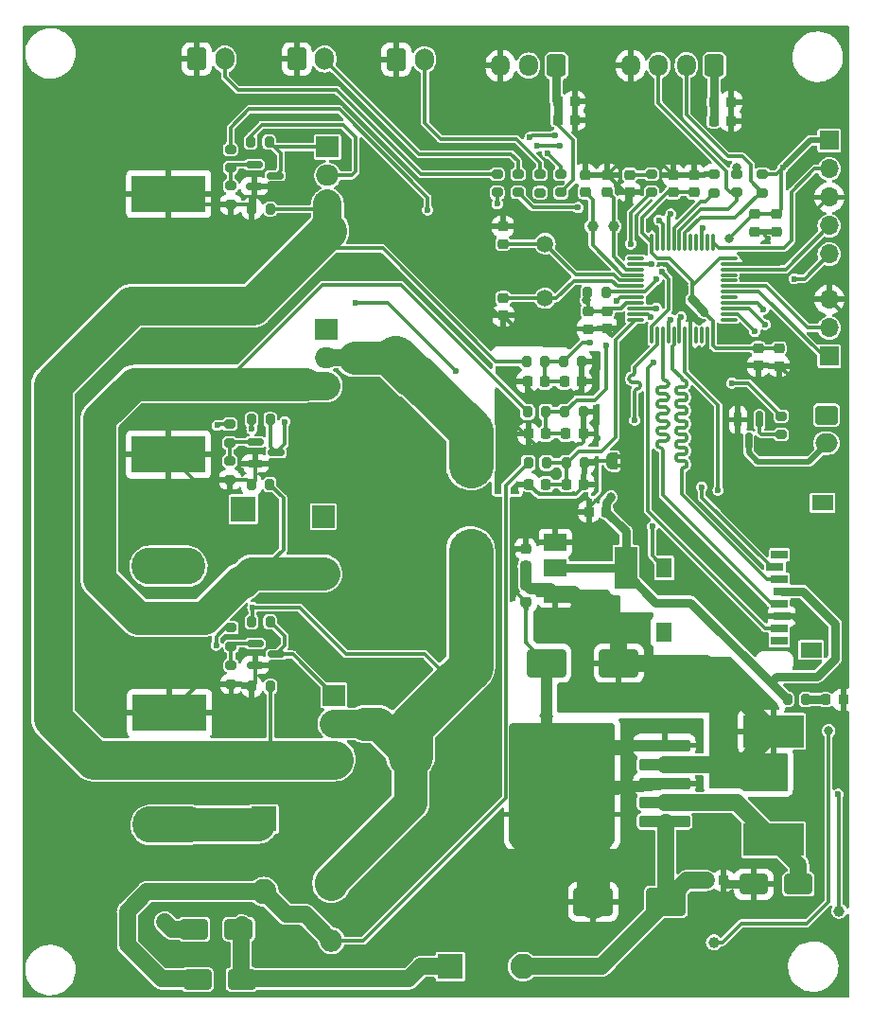
<source format=gbr>
G04 #@! TF.GenerationSoftware,KiCad,Pcbnew,7.0.11-rc3*
G04 #@! TF.CreationDate,2025-08-13T16:24:40+03:00*
G04 #@! TF.ProjectId,Neonest_V_1.3,4e656f6e-6573-4745-9f56-5f312e332e6b,rev?*
G04 #@! TF.SameCoordinates,Original*
G04 #@! TF.FileFunction,Copper,L1,Top*
G04 #@! TF.FilePolarity,Positive*
%FSLAX46Y46*%
G04 Gerber Fmt 4.6, Leading zero omitted, Abs format (unit mm)*
G04 Created by KiCad (PCBNEW 7.0.11-rc3) date 2025-08-13 16:24:40*
%MOMM*%
%LPD*%
G01*
G04 APERTURE LIST*
G04 Aperture macros list*
%AMRoundRect*
0 Rectangle with rounded corners*
0 $1 Rounding radius*
0 $2 $3 $4 $5 $6 $7 $8 $9 X,Y pos of 4 corners*
0 Add a 4 corners polygon primitive as box body*
4,1,4,$2,$3,$4,$5,$6,$7,$8,$9,$2,$3,0*
0 Add four circle primitives for the rounded corners*
1,1,$1+$1,$2,$3*
1,1,$1+$1,$4,$5*
1,1,$1+$1,$6,$7*
1,1,$1+$1,$8,$9*
0 Add four rect primitives between the rounded corners*
20,1,$1+$1,$2,$3,$4,$5,0*
20,1,$1+$1,$4,$5,$6,$7,0*
20,1,$1+$1,$6,$7,$8,$9,0*
20,1,$1+$1,$8,$9,$2,$3,0*%
%AMFreePoly0*
4,1,19,0.000000,0.744911,0.071157,0.744911,0.207708,0.704816,0.327430,0.627875,0.420627,0.520320,0.479746,0.390866,0.500000,0.250000,0.500000,-0.250000,0.479746,-0.390866,0.420627,-0.520320,0.327430,-0.627875,0.207708,-0.704816,0.071157,-0.744911,0.000000,-0.744911,0.000000,-0.750000,-0.500000,-0.750000,-0.500000,0.750000,0.000000,0.750000,0.000000,0.744911,0.000000,0.744911,
$1*%
%AMFreePoly1*
4,1,19,0.500000,-0.750000,0.000000,-0.750000,0.000000,-0.744911,-0.071157,-0.744911,-0.207708,-0.704816,-0.327430,-0.627875,-0.420627,-0.520320,-0.479746,-0.390866,-0.500000,-0.250000,-0.500000,0.250000,-0.479746,0.390866,-0.420627,0.520320,-0.327430,0.627875,-0.207708,0.704816,-0.071157,0.744911,0.000000,0.744911,0.000000,0.750000,0.500000,0.750000,0.500000,-0.750000,0.500000,-0.750000,
$1*%
G04 Aperture macros list end*
G04 #@! TA.AperFunction,ComponentPad*
%ADD10R,2.250000X2.250000*%
G04 #@! TD*
G04 #@! TA.AperFunction,ComponentPad*
%ADD11C,2.250000*%
G04 #@! TD*
G04 #@! TA.AperFunction,SMDPad,CuDef*
%ADD12FreePoly0,0.000000*%
G04 #@! TD*
G04 #@! TA.AperFunction,SMDPad,CuDef*
%ADD13FreePoly1,0.000000*%
G04 #@! TD*
G04 #@! TA.AperFunction,ComponentPad*
%ADD14C,1.400000*%
G04 #@! TD*
G04 #@! TA.AperFunction,ComponentPad*
%ADD15O,1.400000X1.400000*%
G04 #@! TD*
G04 #@! TA.AperFunction,SMDPad,CuDef*
%ADD16RoundRect,0.075000X-0.075000X-0.662500X0.075000X-0.662500X0.075000X0.662500X-0.075000X0.662500X0*%
G04 #@! TD*
G04 #@! TA.AperFunction,SMDPad,CuDef*
%ADD17RoundRect,0.075000X-0.662500X-0.075000X0.662500X-0.075000X0.662500X0.075000X-0.662500X0.075000X0*%
G04 #@! TD*
G04 #@! TA.AperFunction,SMDPad,CuDef*
%ADD18RoundRect,0.200000X-0.200000X-0.275000X0.200000X-0.275000X0.200000X0.275000X-0.200000X0.275000X0*%
G04 #@! TD*
G04 #@! TA.AperFunction,SMDPad,CuDef*
%ADD19RoundRect,0.250000X1.500000X1.000000X-1.500000X1.000000X-1.500000X-1.000000X1.500000X-1.000000X0*%
G04 #@! TD*
G04 #@! TA.AperFunction,SMDPad,CuDef*
%ADD20RoundRect,0.225000X-0.225000X-0.250000X0.225000X-0.250000X0.225000X0.250000X-0.225000X0.250000X0*%
G04 #@! TD*
G04 #@! TA.AperFunction,SMDPad,CuDef*
%ADD21C,1.000000*%
G04 #@! TD*
G04 #@! TA.AperFunction,SMDPad,CuDef*
%ADD22RoundRect,0.250000X1.000000X0.650000X-1.000000X0.650000X-1.000000X-0.650000X1.000000X-0.650000X0*%
G04 #@! TD*
G04 #@! TA.AperFunction,SMDPad,CuDef*
%ADD23RoundRect,0.218750X0.218750X0.256250X-0.218750X0.256250X-0.218750X-0.256250X0.218750X-0.256250X0*%
G04 #@! TD*
G04 #@! TA.AperFunction,SMDPad,CuDef*
%ADD24RoundRect,0.200000X0.275000X-0.200000X0.275000X0.200000X-0.275000X0.200000X-0.275000X-0.200000X0*%
G04 #@! TD*
G04 #@! TA.AperFunction,SMDPad,CuDef*
%ADD25RoundRect,0.225000X0.250000X-0.225000X0.250000X0.225000X-0.250000X0.225000X-0.250000X-0.225000X0*%
G04 #@! TD*
G04 #@! TA.AperFunction,SMDPad,CuDef*
%ADD26RoundRect,0.150000X-0.587500X-0.150000X0.587500X-0.150000X0.587500X0.150000X-0.587500X0.150000X0*%
G04 #@! TD*
G04 #@! TA.AperFunction,ComponentPad*
%ADD27R,2.000000X1.905000*%
G04 #@! TD*
G04 #@! TA.AperFunction,ComponentPad*
%ADD28O,2.000000X1.905000*%
G04 #@! TD*
G04 #@! TA.AperFunction,SMDPad,CuDef*
%ADD29RoundRect,0.200000X-0.275000X0.200000X-0.275000X-0.200000X0.275000X-0.200000X0.275000X0.200000X0*%
G04 #@! TD*
G04 #@! TA.AperFunction,SMDPad,CuDef*
%ADD30RoundRect,0.250000X2.050000X0.300000X-2.050000X0.300000X-2.050000X-0.300000X2.050000X-0.300000X0*%
G04 #@! TD*
G04 #@! TA.AperFunction,SMDPad,CuDef*
%ADD31RoundRect,0.250000X2.025000X2.375000X-2.025000X2.375000X-2.025000X-2.375000X2.025000X-2.375000X0*%
G04 #@! TD*
G04 #@! TA.AperFunction,SMDPad,CuDef*
%ADD32RoundRect,0.250002X4.449998X5.149998X-4.449998X5.149998X-4.449998X-5.149998X4.449998X-5.149998X0*%
G04 #@! TD*
G04 #@! TA.AperFunction,SMDPad,CuDef*
%ADD33RoundRect,0.225000X-0.250000X0.225000X-0.250000X-0.225000X0.250000X-0.225000X0.250000X0.225000X0*%
G04 #@! TD*
G04 #@! TA.AperFunction,SMDPad,CuDef*
%ADD34RoundRect,0.200000X0.200000X0.275000X-0.200000X0.275000X-0.200000X-0.275000X0.200000X-0.275000X0*%
G04 #@! TD*
G04 #@! TA.AperFunction,ComponentPad*
%ADD35R,6.600000X3.300000*%
G04 #@! TD*
G04 #@! TA.AperFunction,ComponentPad*
%ADD36O,6.600000X3.300000*%
G04 #@! TD*
G04 #@! TA.AperFunction,ComponentPad*
%ADD37RoundRect,0.250000X-0.600000X-0.750000X0.600000X-0.750000X0.600000X0.750000X-0.600000X0.750000X0*%
G04 #@! TD*
G04 #@! TA.AperFunction,ComponentPad*
%ADD38O,1.700000X2.000000*%
G04 #@! TD*
G04 #@! TA.AperFunction,ComponentPad*
%ADD39R,1.700000X1.700000*%
G04 #@! TD*
G04 #@! TA.AperFunction,ComponentPad*
%ADD40O,1.700000X1.700000*%
G04 #@! TD*
G04 #@! TA.AperFunction,ComponentPad*
%ADD41RoundRect,0.250000X0.600000X0.725000X-0.600000X0.725000X-0.600000X-0.725000X0.600000X-0.725000X0*%
G04 #@! TD*
G04 #@! TA.AperFunction,ComponentPad*
%ADD42O,1.700000X1.950000*%
G04 #@! TD*
G04 #@! TA.AperFunction,ComponentPad*
%ADD43C,1.000000*%
G04 #@! TD*
G04 #@! TA.AperFunction,SMDPad,CuDef*
%ADD44R,1.400000X1.800000*%
G04 #@! TD*
G04 #@! TA.AperFunction,SMDPad,CuDef*
%ADD45R,1.900000X1.400000*%
G04 #@! TD*
G04 #@! TA.AperFunction,SMDPad,CuDef*
%ADD46R,1.500000X0.800000*%
G04 #@! TD*
G04 #@! TA.AperFunction,SMDPad,CuDef*
%ADD47RoundRect,0.218750X0.256250X-0.218750X0.256250X0.218750X-0.256250X0.218750X-0.256250X-0.218750X0*%
G04 #@! TD*
G04 #@! TA.AperFunction,SMDPad,CuDef*
%ADD48RoundRect,0.225000X0.225000X0.250000X-0.225000X0.250000X-0.225000X-0.250000X0.225000X-0.250000X0*%
G04 #@! TD*
G04 #@! TA.AperFunction,ComponentPad*
%ADD49R,2.000000X2.000000*%
G04 #@! TD*
G04 #@! TA.AperFunction,ComponentPad*
%ADD50O,2.000000X2.000000*%
G04 #@! TD*
G04 #@! TA.AperFunction,ComponentPad*
%ADD51C,1.500000*%
G04 #@! TD*
G04 #@! TA.AperFunction,SMDPad,CuDef*
%ADD52R,2.000000X1.500000*%
G04 #@! TD*
G04 #@! TA.AperFunction,SMDPad,CuDef*
%ADD53R,2.000000X3.800000*%
G04 #@! TD*
G04 #@! TA.AperFunction,SMDPad,CuDef*
%ADD54R,5.400000X2.900000*%
G04 #@! TD*
G04 #@! TA.AperFunction,SMDPad,CuDef*
%ADD55RoundRect,0.150000X-0.150000X0.587500X-0.150000X-0.587500X0.150000X-0.587500X0.150000X0.587500X0*%
G04 #@! TD*
G04 #@! TA.AperFunction,ComponentPad*
%ADD56RoundRect,0.250000X-0.750000X0.600000X-0.750000X-0.600000X0.750000X-0.600000X0.750000X0.600000X0*%
G04 #@! TD*
G04 #@! TA.AperFunction,ComponentPad*
%ADD57O,2.000000X1.700000*%
G04 #@! TD*
G04 #@! TA.AperFunction,ViaPad*
%ADD58C,0.600000*%
G04 #@! TD*
G04 #@! TA.AperFunction,ViaPad*
%ADD59C,1.000000*%
G04 #@! TD*
G04 #@! TA.AperFunction,ViaPad*
%ADD60C,0.800000*%
G04 #@! TD*
G04 #@! TA.AperFunction,Conductor*
%ADD61C,1.500000*%
G04 #@! TD*
G04 #@! TA.AperFunction,Conductor*
%ADD62C,3.000000*%
G04 #@! TD*
G04 #@! TA.AperFunction,Conductor*
%ADD63C,0.300000*%
G04 #@! TD*
G04 #@! TA.AperFunction,Conductor*
%ADD64C,3.500000*%
G04 #@! TD*
G04 #@! TA.AperFunction,Conductor*
%ADD65C,4.000000*%
G04 #@! TD*
G04 #@! TA.AperFunction,Conductor*
%ADD66C,1.000000*%
G04 #@! TD*
G04 #@! TA.AperFunction,Conductor*
%ADD67C,0.800000*%
G04 #@! TD*
G04 #@! TA.AperFunction,Conductor*
%ADD68C,0.500000*%
G04 #@! TD*
G04 #@! TA.AperFunction,Conductor*
%ADD69C,2.500000*%
G04 #@! TD*
G04 APERTURE END LIST*
G04 #@! TA.AperFunction,EtchedComponent*
G04 #@! TO.C,JP1*
G36*
X160200000Y-91090000D02*
G01*
X159700000Y-91090000D01*
X159700000Y-90690000D01*
X160200000Y-90690000D01*
X160200000Y-91090000D01*
G37*
G04 #@! TD.AperFunction*
G04 #@! TA.AperFunction,EtchedComponent*
G36*
X160200000Y-90290000D02*
G01*
X159700000Y-90290000D01*
X159700000Y-89890000D01*
X160200000Y-89890000D01*
X160200000Y-90290000D01*
G37*
G04 #@! TD.AperFunction*
G04 #@! TD*
D10*
G04 #@! TO.P,SW3,1*
G04 #@! TO.N,Net-(D1-K)*
X144810000Y-135690000D03*
D11*
G04 #@! TO.P,SW3,2*
G04 #@! TO.N,Net-(U1-VIN)*
X151310000Y-135690000D03*
G04 #@! TD*
D12*
G04 #@! TO.P,JP1,2,B*
G04 #@! TO.N,GND*
X160600000Y-90490000D03*
D13*
G04 #@! TO.P,JP1,1,A*
G04 #@! TO.N,GNDS*
X159300000Y-90490000D03*
G04 #@! TD*
D10*
G04 #@! TO.P,SW2,1*
G04 #@! TO.N,Net-(J2-Pin_2)*
X128110000Y-122490000D03*
D11*
G04 #@! TO.P,SW2,2*
G04 #@! TO.N,Charger*
X128110000Y-128990000D03*
G04 #@! TD*
D10*
G04 #@! TO.P,SW1,1*
G04 #@! TO.N,Net-(J1-Pin_2)*
X126280000Y-94780000D03*
D11*
G04 #@! TO.P,SW1,2*
G04 #@! TO.N,BAT*
X126280000Y-101280000D03*
G04 #@! TD*
D14*
G04 #@! TO.P,R20,1*
G04 #@! TO.N,Net-(Q3-D)*
X146620000Y-90870000D03*
D15*
G04 #@! TO.P,R20,2*
G04 #@! TO.N,/Load/charge*
X146620000Y-98490000D03*
G04 #@! TD*
D16*
G04 #@! TO.P,U3,48,VDD*
G04 #@! TO.N,+3V3*
X162820000Y-70907500D03*
G04 #@! TO.P,U3,47,VSS*
G04 #@! TO.N,GND*
X163320000Y-70907500D03*
G04 #@! TO.P,U3,46,PB9*
G04 #@! TO.N,Net-(U3-PB9)*
X163820000Y-70907500D03*
G04 #@! TO.P,U3,45,PB8*
G04 #@! TO.N,Net-(U3-PB8)*
X164320000Y-70907500D03*
G04 #@! TO.P,U3,44,BOOT0*
G04 #@! TO.N,Net-(U3-BOOT0)*
X164820000Y-70907500D03*
G04 #@! TO.P,U3,43,PB7*
G04 #@! TO.N,lcd_sda*
X165320000Y-70907500D03*
G04 #@! TO.P,U3,42,PB6*
G04 #@! TO.N,lcd_scl*
X165820000Y-70907500D03*
G04 #@! TO.P,U3,41,PB5*
G04 #@! TO.N,unconnected-(U3-PB5-Pad41)*
X166320000Y-70907500D03*
G04 #@! TO.P,U3,40,PB4*
G04 #@! TO.N,unconnected-(U3-PB4-Pad40)*
X166820000Y-70907500D03*
G04 #@! TO.P,U3,39,PB3*
G04 #@! TO.N,Net-(U3-PB3)*
X167320000Y-70907500D03*
G04 #@! TO.P,U3,38,PA15*
G04 #@! TO.N,unconnected-(U3-PA15-Pad38)*
X167820000Y-70907500D03*
G04 #@! TO.P,U3,37,PA14*
G04 #@! TO.N,swclk*
X168320000Y-70907500D03*
D17*
G04 #@! TO.P,U3,36,VDD*
G04 #@! TO.N,+3V3*
X169732500Y-72320000D03*
G04 #@! TO.P,U3,35,VSS*
G04 #@! TO.N,GND*
X169732500Y-72820000D03*
G04 #@! TO.P,U3,34,PA13*
G04 #@! TO.N,swdio*
X169732500Y-73320000D03*
G04 #@! TO.P,U3,33,PA12*
G04 #@! TO.N,unconnected-(U3-PA12-Pad33)*
X169732500Y-73820000D03*
G04 #@! TO.P,U3,32,PA11*
G04 #@! TO.N,unconnected-(U3-PA11-Pad32)*
X169732500Y-74320000D03*
G04 #@! TO.P,U3,31,PA10*
G04 #@! TO.N,dbg_rx*
X169732500Y-74820000D03*
G04 #@! TO.P,U3,30,PA9*
G04 #@! TO.N,dbg_tx*
X169732500Y-75320000D03*
G04 #@! TO.P,U3,29,PA8*
G04 #@! TO.N,card_detect*
X169732500Y-75820000D03*
G04 #@! TO.P,U3,28,PB15*
G04 #@! TO.N,/Load/ac_heating_pwm*
X169732500Y-76320000D03*
G04 #@! TO.P,U3,27,PB14*
G04 #@! TO.N,/Load/bat_heating_pwm*
X169732500Y-76820000D03*
G04 #@! TO.P,U3,26,PB13*
G04 #@! TO.N,/Load/charging_pwm*
X169732500Y-77320000D03*
G04 #@! TO.P,U3,25,PB12*
G04 #@! TO.N,unconnected-(U3-PB12-Pad25)*
X169732500Y-77820000D03*
D16*
G04 #@! TO.P,U3,24,VDD*
G04 #@! TO.N,+3V3*
X168320000Y-79232500D03*
G04 #@! TO.P,U3,23,VSS*
G04 #@! TO.N,GND*
X167820000Y-79232500D03*
G04 #@! TO.P,U3,22,PB11*
G04 #@! TO.N,unconnected-(U3-PB11-Pad22)*
X167320000Y-79232500D03*
G04 #@! TO.P,U3,21,PB10*
G04 #@! TO.N,unconnected-(U3-PB10-Pad21)*
X166820000Y-79232500D03*
G04 #@! TO.P,U3,20,PB2*
G04 #@! TO.N,GND*
X166320000Y-79232500D03*
G04 #@! TO.P,U3,19,PB1*
G04 #@! TO.N,Card_Detect*
X165820000Y-79232500D03*
G04 #@! TO.P,U3,18,PB0*
G04 #@! TO.N,buzzer*
X165320000Y-79232500D03*
G04 #@! TO.P,U3,17,PA7*
G04 #@! TO.N,spi_mosi*
X164820000Y-79232500D03*
G04 #@! TO.P,U3,16,PA6*
G04 #@! TO.N,spi_miso*
X164320000Y-79232500D03*
G04 #@! TO.P,U3,15,PA5*
G04 #@! TO.N,spi_sck*
X163820000Y-79232500D03*
G04 #@! TO.P,U3,14,PA4*
G04 #@! TO.N,spi_nss*
X163320000Y-79232500D03*
G04 #@! TO.P,U3,13,PA3*
G04 #@! TO.N,temp_sensor*
X162820000Y-79232500D03*
D17*
G04 #@! TO.P,U3,12,PA2*
G04 #@! TO.N,/Microcontroller/charger_vadc*
X161407500Y-77820000D03*
G04 #@! TO.P,U3,11,PA1*
G04 #@! TO.N,/Microcontroller/bat_vadc*
X161407500Y-77320000D03*
G04 #@! TO.P,U3,10,PA0*
G04 #@! TO.N,/Microcontroller/hpad_vadc*
X161407500Y-76820000D03*
G04 #@! TO.P,U3,9,VDDA*
G04 #@! TO.N,+3V3*
X161407500Y-76320000D03*
G04 #@! TO.P,U3,8,VSSA*
G04 #@! TO.N,GNDS*
X161407500Y-75820000D03*
G04 #@! TO.P,U3,7,NRST*
G04 #@! TO.N,nrst*
X161407500Y-75320000D03*
G04 #@! TO.P,U3,6,PD1*
G04 #@! TO.N,Net-(U3-PD1)*
X161407500Y-74820000D03*
G04 #@! TO.P,U3,5,PD0*
G04 #@! TO.N,Net-(U3-PD0)*
X161407500Y-74320000D03*
G04 #@! TO.P,U3,4,PC15*
G04 #@! TO.N,pc15*
X161407500Y-73820000D03*
G04 #@! TO.P,U3,3,PC14*
G04 #@! TO.N,pc14*
X161407500Y-73320000D03*
G04 #@! TO.P,U3,2,PC13*
G04 #@! TO.N,data_led*
X161407500Y-72820000D03*
G04 #@! TO.P,U3,1,VBAT*
G04 #@! TO.N,unconnected-(U3-VBAT-Pad1)*
X161407500Y-72320000D03*
G04 #@! TD*
D18*
G04 #@! TO.P,R1,1*
G04 #@! TO.N,BAT*
X151725000Y-86080000D03*
G04 #@! TO.P,R1,2*
G04 #@! TO.N,/Microcontroller/bat_vadc*
X153375000Y-86080000D03*
G04 #@! TD*
D19*
G04 #@! TO.P,C8,1*
G04 #@! TO.N,+5V*
X159900000Y-108550000D03*
G04 #@! TO.P,C8,2*
G04 #@! TO.N,GND*
X153400000Y-108550000D03*
G04 #@! TD*
D20*
G04 #@! TO.P,C27,1*
G04 #@! TO.N,+3V3*
X154425000Y-59940000D03*
G04 #@! TO.P,C27,2*
G04 #@! TO.N,GND*
X155975000Y-59940000D03*
G04 #@! TD*
D21*
G04 #@! TO.P,TP5v1,1,1*
G04 #@! TO.N,+5V*
X179630000Y-130720000D03*
G04 #@! TD*
D19*
G04 #@! TO.P,C3,1*
G04 #@! TO.N,Net-(U1-VIN)*
X164100000Y-129900000D03*
G04 #@! TO.P,C3,2*
G04 #@! TO.N,GND*
X157600000Y-129900000D03*
G04 #@! TD*
D18*
G04 #@! TO.P,R3,1*
G04 #@! TO.N,Charger*
X151790000Y-90640000D03*
G04 #@! TO.P,R3,2*
G04 #@! TO.N,/Microcontroller/charger_vadc*
X153440000Y-90640000D03*
G04 #@! TD*
D22*
G04 #@! TO.P,D3,1,K*
G04 #@! TO.N,Net-(D3-K)*
X175977500Y-128330000D03*
G04 #@! TO.P,D3,2,A*
G04 #@! TO.N,GND*
X171977500Y-128330000D03*
G04 #@! TD*
D23*
G04 #@! TO.P,D4,1,K*
G04 #@! TO.N,GND*
X179977500Y-111820000D03*
G04 #@! TO.P,D4,2,A*
G04 #@! TO.N,Net-(D4-A)*
X178402500Y-111820000D03*
G04 #@! TD*
D24*
G04 #@! TO.P,R16,1*
G04 #@! TO.N,GND*
X125090000Y-92120000D03*
G04 #@! TO.P,R16,2*
G04 #@! TO.N,Net-(Q2-B)*
X125090000Y-90470000D03*
G04 #@! TD*
D25*
G04 #@! TO.P,C17,1*
G04 #@! TO.N,+3V3*
X166620000Y-66415000D03*
G04 #@! TO.P,C17,2*
G04 #@! TO.N,GND*
X166620000Y-64865000D03*
G04 #@! TD*
D24*
G04 #@! TO.P,R10,1*
G04 #@! TO.N,data_led*
X162830000Y-66435000D03*
G04 #@! TO.P,R10,2*
G04 #@! TO.N,Net-(D5-A)*
X162830000Y-64785000D03*
G04 #@! TD*
G04 #@! TO.P,R19,1*
G04 #@! TO.N,GND*
X125190000Y-110415000D03*
G04 #@! TO.P,R19,2*
G04 #@! TO.N,Net-(Q4-B)*
X125190000Y-108765000D03*
G04 #@! TD*
D20*
G04 #@! TO.P,C5,1*
G04 #@! TO.N,/Microcontroller/charger_vadc*
X155215000Y-92540000D03*
G04 #@! TO.P,C5,2*
G04 #@! TO.N,GNDS*
X156765000Y-92540000D03*
G04 #@! TD*
G04 #@! TO.P,C28,1*
G04 #@! TO.N,+3V3*
X154405000Y-58310000D03*
G04 #@! TO.P,C28,2*
G04 #@! TO.N,GND*
X155955000Y-58310000D03*
G04 #@! TD*
D26*
G04 #@! TO.P,Q4,1,B*
G04 #@! TO.N,Net-(Q4-B)*
X127340000Y-106820000D03*
G04 #@! TO.P,Q4,2,E*
G04 #@! TO.N,GND*
X127340000Y-108720000D03*
G04 #@! TO.P,Q4,3,C*
G04 #@! TO.N,Net-(Q4-C)*
X129215000Y-107770000D03*
G04 #@! TD*
D27*
G04 #@! TO.P,Q6,1,G*
G04 #@! TO.N,Net-(Q6-G)*
X133820000Y-62380000D03*
D28*
G04 #@! TO.P,Q6,2,D*
G04 #@! TO.N,Net-(D8-K)*
X133820000Y-64920000D03*
G04 #@! TO.P,Q6,3,S*
G04 #@! TO.N,load*
X133820000Y-67460000D03*
G04 #@! TD*
D29*
G04 #@! TO.P,R27,1*
G04 #@! TO.N,/Load/bat_heating_pwm*
X125125000Y-62585000D03*
G04 #@! TO.P,R27,2*
G04 #@! TO.N,Net-(Q7-B)*
X125125000Y-64235000D03*
G04 #@! TD*
D30*
G04 #@! TO.P,U1,1,VIN*
G04 #@! TO.N,Net-(U1-VIN)*
X163975000Y-122700000D03*
G04 #@! TO.P,U1,2,OUT*
G04 #@! TO.N,Net-(D3-K)*
X163975000Y-121000000D03*
G04 #@! TO.P,U1,3,GND*
G04 #@! TO.N,GND*
X163975000Y-119300000D03*
D31*
X157250000Y-122075000D03*
X157250000Y-116525000D03*
D32*
X154825000Y-119300000D03*
D31*
X152400000Y-122075000D03*
X152400000Y-116525000D03*
D30*
G04 #@! TO.P,U1,4,FB*
G04 #@! TO.N,+5V*
X163975000Y-117600000D03*
G04 #@! TO.P,U1,5,~{ON}/OFF*
G04 #@! TO.N,GND*
X163975000Y-115900000D03*
G04 #@! TD*
D24*
G04 #@! TO.P,R11,1*
G04 #@! TO.N,Net-(U3-BOOT0)*
X168410000Y-66455000D03*
G04 #@! TO.P,R11,2*
G04 #@! TO.N,GND*
X168410000Y-64805000D03*
G04 #@! TD*
D29*
G04 #@! TO.P,R29,1*
G04 #@! TO.N,green_led*
X150870000Y-64795000D03*
G04 #@! TO.P,R29,2*
G04 #@! TO.N,Net-(U3-PB9)*
X150870000Y-66445000D03*
G04 #@! TD*
D33*
G04 #@! TO.P,C22,1*
G04 #@! TO.N,GND*
X156890000Y-64850000D03*
G04 #@! TO.P,C22,2*
G04 #@! TO.N,pc15*
X156890000Y-66400000D03*
G04 #@! TD*
D34*
G04 #@! TO.P,R22,1*
G04 #@! TO.N,Net-(Q4-C)*
X128665000Y-104845000D03*
G04 #@! TO.P,R22,2*
G04 #@! TO.N,/Load/charge*
X127015000Y-104845000D03*
G04 #@! TD*
D35*
G04 #@! TO.P,J2,1,Pin_1*
G04 #@! TO.N,GND*
X119680000Y-113010000D03*
D36*
G04 #@! TO.P,J2,2,Pin_2*
G04 #@! TO.N,Net-(J2-Pin_2)*
X119680000Y-123010000D03*
G04 #@! TD*
D33*
G04 #@! TO.P,C14,2*
G04 #@! TO.N,GND*
X172380000Y-81942500D03*
G04 #@! TO.P,C14,1*
G04 #@! TO.N,+3V3*
X172380000Y-80392500D03*
G04 #@! TD*
D37*
G04 #@! TO.P,J11,1,Pin_1*
G04 #@! TO.N,GND*
X131050000Y-54500000D03*
D38*
G04 #@! TO.P,J11,2,Pin_2*
G04 #@! TO.N,green_led*
X133550000Y-54500000D03*
G04 #@! TD*
D27*
G04 #@! TO.P,Q3,1,G*
G04 #@! TO.N,Net-(Q2-C)*
X133730000Y-78680000D03*
D28*
G04 #@! TO.P,Q3,2,D*
G04 #@! TO.N,Net-(Q3-D)*
X133730000Y-81220000D03*
G04 #@! TO.P,Q3,3,S*
G04 #@! TO.N,BAT*
X133730000Y-83760000D03*
G04 #@! TD*
D18*
G04 #@! TO.P,R6,1*
G04 #@! TO.N,/Microcontroller/hpad_vadc*
X154925000Y-81560000D03*
G04 #@! TO.P,R6,2*
G04 #@! TO.N,GNDS*
X156575000Y-81560000D03*
G04 #@! TD*
D39*
G04 #@! TO.P,J6,1,Pin_1*
G04 #@! TO.N,+3V3*
X178730000Y-61795000D03*
D40*
G04 #@! TO.P,J6,2,Pin_2*
G04 #@! TO.N,swclk*
X178730000Y-64335000D03*
G04 #@! TO.P,J6,3,Pin_3*
G04 #@! TO.N,GND*
X178730000Y-66875000D03*
G04 #@! TO.P,J6,4,Pin_4*
G04 #@! TO.N,swdio*
X178730000Y-69415000D03*
G04 #@! TO.P,J6,5,Pin_5*
G04 #@! TO.N,nrst*
X178730000Y-71955000D03*
G04 #@! TD*
D35*
G04 #@! TO.P,J9,1,Pin_1*
G04 #@! TO.N,GND*
X119590000Y-66580000D03*
D36*
G04 #@! TO.P,J9,2,Pin_2*
G04 #@! TO.N,load*
X119590000Y-76580000D03*
G04 #@! TD*
D34*
G04 #@! TO.P,R17,1*
G04 #@! TO.N,Net-(Q2-C)*
X128675000Y-86760000D03*
G04 #@! TO.P,R17,2*
G04 #@! TO.N,/Load/charge*
X127025000Y-86760000D03*
G04 #@! TD*
D29*
G04 #@! TO.P,R8,1*
G04 #@! TO.N,buzzer*
X174440000Y-86445000D03*
G04 #@! TO.P,R8,2*
G04 #@! TO.N,Net-(Q1-B)*
X174440000Y-88095000D03*
G04 #@! TD*
D41*
G04 #@! TO.P,J8,1,Pin_1*
G04 #@! TO.N,+5V*
X168450000Y-55070000D03*
D42*
G04 #@! TO.P,J8,2,Pin_2*
G04 #@! TO.N,lcd_scl*
X165950000Y-55070000D03*
G04 #@! TO.P,J8,3,Pin_3*
G04 #@! TO.N,lcd_sda*
X163450000Y-55070000D03*
G04 #@! TO.P,J8,4,Pin_4*
G04 #@! TO.N,GND*
X160950000Y-55070000D03*
G04 #@! TD*
D33*
G04 #@! TO.P,C11,1*
G04 #@! TO.N,+5V*
X151600000Y-101555000D03*
G04 #@! TO.P,C11,2*
G04 #@! TO.N,GND*
X151600000Y-103105000D03*
G04 #@! TD*
D29*
G04 #@! TO.P,R18,1*
G04 #@! TO.N,/Load/ac_heating_pwm*
X125190000Y-105390000D03*
G04 #@! TO.P,R18,2*
G04 #@! TO.N,Net-(Q4-B)*
X125190000Y-107040000D03*
G04 #@! TD*
D22*
G04 #@! TO.P,D1,1,K*
G04 #@! TO.N,Net-(D1-K)*
X125867500Y-132350000D03*
G04 #@! TO.P,D1,2,A*
G04 #@! TO.N,BAT*
X121867500Y-132350000D03*
G04 #@! TD*
D34*
G04 #@! TO.P,R25,1*
G04 #@! TO.N,Net-(Q6-G)*
X128585000Y-61905000D03*
G04 #@! TO.P,R25,2*
G04 #@! TO.N,Net-(D8-K)*
X126935000Y-61905000D03*
G04 #@! TD*
D29*
G04 #@! TO.P,R15,1*
G04 #@! TO.N,/Load/charging_pwm*
X125070000Y-87180000D03*
G04 #@! TO.P,R15,2*
G04 #@! TO.N,Net-(Q2-B)*
X125070000Y-88830000D03*
G04 #@! TD*
D43*
G04 #@! TO.P,Y1,1,1*
G04 #@! TO.N,pc15*
X157540000Y-69477500D03*
G04 #@! TO.P,Y1,2,2*
G04 #@! TO.N,pc14*
X159440000Y-69477500D03*
G04 #@! TD*
D44*
G04 #@! TO.P,J3,12,12*
G04 #@! TO.N,unconnected-(J3-Pad12)*
X163970000Y-105750000D03*
D45*
G04 #@! TO.P,J3,11,11*
G04 #@! TO.N,unconnected-(J3-Pad11)*
X177120000Y-107350000D03*
D44*
G04 #@! TO.P,J3,10,10*
G04 #@! TO.N,Card_Detect*
X163970000Y-100050000D03*
D45*
G04 #@! TO.P,J3,9,9*
G04 #@! TO.N,unconnected-(J3-Pad9)*
X178120000Y-94200000D03*
D46*
G04 #@! TO.P,J3,8,8*
G04 #@! TO.N,unconnected-(J3-Pad8)*
X174270000Y-106560000D03*
G04 #@! TO.P,J3,7,7*
G04 #@! TO.N,spi_miso*
X174270000Y-105460000D03*
G04 #@! TO.P,J3,6,6*
G04 #@! TO.N,GND*
X174470000Y-104360000D03*
G04 #@! TO.P,J3,5,5*
G04 #@! TO.N,spi_sck*
X174270000Y-103260000D03*
G04 #@! TO.P,J3,4,4*
G04 #@! TO.N,+3V3*
X174470000Y-102160000D03*
G04 #@! TO.P,J3,3,3*
G04 #@! TO.N,spi_mosi*
X174270000Y-101060000D03*
G04 #@! TO.P,J3,2,2*
G04 #@! TO.N,spi_nss*
X173870000Y-99960000D03*
G04 #@! TO.P,J3,1,1*
G04 #@! TO.N,unconnected-(J3-Pad1)*
X174270000Y-98860000D03*
G04 #@! TD*
D33*
G04 #@! TO.P,C13,2*
G04 #@! TO.N,GND*
X174230000Y-81952500D03*
G04 #@! TO.P,C13,1*
G04 #@! TO.N,+3V3*
X174230000Y-80402500D03*
G04 #@! TD*
D18*
G04 #@! TO.P,R5,1*
G04 #@! TO.N,load*
X151625000Y-81560000D03*
G04 #@! TO.P,R5,2*
G04 #@! TO.N,/Microcontroller/hpad_vadc*
X153275000Y-81560000D03*
G04 #@! TD*
G04 #@! TO.P,R7,1*
G04 #@! TO.N,+3V3*
X174980000Y-111790000D03*
G04 #@! TO.P,R7,2*
G04 #@! TO.N,Net-(D4-A)*
X176630000Y-111790000D03*
G04 #@! TD*
D26*
G04 #@! TO.P,Q2,1,B*
G04 #@! TO.N,Net-(Q2-B)*
X127325000Y-88785000D03*
G04 #@! TO.P,Q2,2,E*
G04 #@! TO.N,GND*
X127325000Y-90685000D03*
G04 #@! TO.P,Q2,3,C*
G04 #@! TO.N,Net-(Q2-C)*
X129200000Y-89735000D03*
G04 #@! TD*
D29*
G04 #@! TO.P,R14,1*
G04 #@! TO.N,+3V3*
X172770000Y-64805000D03*
G04 #@! TO.P,R14,2*
G04 #@! TO.N,lcd_scl*
X172770000Y-66455000D03*
G04 #@! TD*
D18*
G04 #@! TO.P,R2,1*
G04 #@! TO.N,/Microcontroller/bat_vadc*
X155060000Y-86070000D03*
G04 #@! TO.P,R2,2*
G04 #@! TO.N,GNDS*
X156710000Y-86070000D03*
G04 #@! TD*
D20*
G04 #@! TO.P,C4,1*
G04 #@! TO.N,Net-(U1-VIN)*
X167725000Y-128000000D03*
G04 #@! TO.P,C4,2*
G04 #@! TO.N,GND*
X169275000Y-128000000D03*
G04 #@! TD*
D47*
G04 #@! TO.P,D5,1,K*
G04 #@! TO.N,GND*
X160870000Y-66425000D03*
G04 #@! TO.P,D5,2,A*
G04 #@! TO.N,Net-(D5-A)*
X160870000Y-64850000D03*
G04 #@! TD*
D37*
G04 #@! TO.P,J10,1,Pin_1*
G04 #@! TO.N,GND*
X122120000Y-54500000D03*
D38*
G04 #@! TO.P,J10,2,Pin_2*
G04 #@! TO.N,yellow_led*
X124620000Y-54500000D03*
G04 #@! TD*
D48*
G04 #@! TO.P,C12,1*
G04 #@! TO.N,+3V3*
X158760000Y-94990000D03*
G04 #@! TO.P,C12,2*
G04 #@! TO.N,GND*
X157210000Y-94990000D03*
G04 #@! TD*
G04 #@! TO.P,C6,1*
G04 #@! TO.N,/Microcontroller/charger_vadc*
X153365000Y-92540000D03*
G04 #@! TO.P,C6,2*
G04 #@! TO.N,GNDS*
X151815000Y-92540000D03*
G04 #@! TD*
D49*
G04 #@! TO.P,D8,1,K*
G04 #@! TO.N,Net-(D8-K)*
X133445000Y-95440000D03*
D50*
G04 #@! TO.P,D8,2,A*
G04 #@! TO.N,BAT*
X133445000Y-100520000D03*
G04 #@! TD*
D22*
G04 #@! TO.P,D2,1,K*
G04 #@! TO.N,Net-(D1-K)*
X126160000Y-136850000D03*
G04 #@! TO.P,D2,2,A*
G04 #@! TO.N,Charger*
X122160000Y-136850000D03*
G04 #@! TD*
D18*
G04 #@! TO.P,R24,1*
G04 #@! TO.N,GND*
X127035000Y-67905000D03*
G04 #@! TO.P,R24,2*
G04 #@! TO.N,load*
X128685000Y-67905000D03*
G04 #@! TD*
D33*
G04 #@! TO.P,C19,1*
G04 #@! TO.N,+3V3*
X174040000Y-68392500D03*
G04 #@! TO.P,C19,2*
G04 #@! TO.N,GND*
X174040000Y-69942500D03*
G04 #@! TD*
D20*
G04 #@! TO.P,C10,1*
G04 #@! TO.N,/Microcontroller/hpad_vadc*
X155000000Y-83360000D03*
G04 #@! TO.P,C10,2*
G04 #@! TO.N,GNDS*
X156550000Y-83360000D03*
G04 #@! TD*
D18*
G04 #@! TO.P,R4,1*
G04 #@! TO.N,/Microcontroller/charger_vadc*
X155190000Y-90640000D03*
G04 #@! TO.P,R4,2*
G04 #@! TO.N,GNDS*
X156840000Y-90640000D03*
G04 #@! TD*
D51*
G04 #@! TO.P,Y2,1,1*
G04 #@! TO.N,Net-(U3-PD0)*
X153290000Y-71027500D03*
G04 #@! TO.P,Y2,2,2*
G04 #@! TO.N,Net-(U3-PD1)*
X153290000Y-75907500D03*
G04 #@! TD*
D26*
G04 #@! TO.P,Q7,1,B*
G04 #@! TO.N,Net-(Q7-B)*
X127260000Y-63980000D03*
G04 #@! TO.P,Q7,2,E*
G04 #@! TO.N,GND*
X127260000Y-65880000D03*
G04 #@! TO.P,Q7,3,C*
G04 #@! TO.N,Net-(Q6-G)*
X129135000Y-64930000D03*
G04 #@! TD*
D33*
G04 #@! TO.P,C23,1*
G04 #@! TO.N,GND*
X149520000Y-69475000D03*
G04 #@! TO.P,C23,2*
G04 #@! TO.N,Net-(U3-PD0)*
X149520000Y-71025000D03*
G04 #@! TD*
D25*
G04 #@! TO.P,C24,1*
G04 #@! TO.N,GND*
X149550000Y-77455000D03*
G04 #@! TO.P,C24,2*
G04 #@! TO.N,Net-(U3-PD1)*
X149550000Y-75905000D03*
G04 #@! TD*
D29*
G04 #@! TO.P,R30,1*
G04 #@! TO.N,red_led*
X152860000Y-64805000D03*
G04 #@! TO.P,R30,2*
G04 #@! TO.N,Net-(U3-PB3)*
X152860000Y-66455000D03*
G04 #@! TD*
D27*
G04 #@! TO.P,Q5,1,G*
G04 #@! TO.N,Net-(Q4-C)*
X134390000Y-111440000D03*
D28*
G04 #@! TO.P,Q5,2,D*
G04 #@! TO.N,/Load/charge*
X134390000Y-113980000D03*
G04 #@! TO.P,Q5,3,S*
G04 #@! TO.N,load*
X134390000Y-116520000D03*
G04 #@! TD*
D25*
G04 #@! TO.P,C18,1*
G04 #@! TO.N,+3V3*
X164740000Y-66415000D03*
G04 #@! TO.P,C18,2*
G04 #@! TO.N,GND*
X164740000Y-64865000D03*
G04 #@! TD*
D48*
G04 #@! TO.P,C1,1*
G04 #@! TO.N,/Microcontroller/bat_vadc*
X153345000Y-88040000D03*
G04 #@! TO.P,C1,2*
G04 #@! TO.N,GNDS*
X151795000Y-88040000D03*
G04 #@! TD*
D41*
G04 #@! TO.P,J4,1,Pin_1*
G04 #@! TO.N,+3V3*
X154310000Y-55090000D03*
D42*
G04 #@! TO.P,J4,2,Pin_2*
G04 #@! TO.N,temp_sensor*
X151810000Y-55090000D03*
G04 #@! TO.P,J4,3,Pin_3*
G04 #@! TO.N,GND*
X149310000Y-55090000D03*
G04 #@! TD*
D33*
G04 #@! TO.P,C20,1*
G04 #@! TO.N,+3V3*
X172080000Y-68392500D03*
G04 #@! TO.P,C20,2*
G04 #@! TO.N,GND*
X172080000Y-69942500D03*
G04 #@! TD*
D52*
G04 #@! TO.P,U2,1,GND*
G04 #@! TO.N,GND*
X154230000Y-97760000D03*
G04 #@! TO.P,U2,2,VO*
G04 #@! TO.N,+3V3*
X154230000Y-100060000D03*
D53*
X160530000Y-100060000D03*
D52*
G04 #@! TO.P,U2,3,VI*
G04 #@! TO.N,+5V*
X154230000Y-102360000D03*
G04 #@! TD*
D48*
G04 #@! TO.P,C7,1*
G04 #@! TO.N,/Microcontroller/hpad_vadc*
X153250000Y-83360000D03*
G04 #@! TO.P,C7,2*
G04 #@! TO.N,GNDS*
X151700000Y-83360000D03*
G04 #@! TD*
D33*
G04 #@! TO.P,C21,1*
G04 #@! TO.N,GND*
X158880000Y-64850000D03*
G04 #@! TO.P,C21,2*
G04 #@! TO.N,pc14*
X158880000Y-66400000D03*
G04 #@! TD*
G04 #@! TO.P,C16,1*
G04 #@! TO.N,+3V3*
X158890000Y-77045000D03*
G04 #@! TO.P,C16,2*
G04 #@! TO.N,GND*
X158890000Y-78595000D03*
G04 #@! TD*
D34*
G04 #@! TO.P,R12,1*
G04 #@! TO.N,nrst*
X158725000Y-75410000D03*
G04 #@! TO.P,R12,2*
G04 #@! TO.N,+3V3*
X157075000Y-75410000D03*
G04 #@! TD*
D29*
G04 #@! TO.P,R28,1*
G04 #@! TO.N,yellow_led*
X149000000Y-64795000D03*
G04 #@! TO.P,R28,2*
G04 #@! TO.N,Net-(U3-PB8)*
X149000000Y-66445000D03*
G04 #@! TD*
D35*
G04 #@! TO.P,J1,1,Pin_1*
G04 #@! TO.N,GND*
X119577500Y-89880000D03*
D36*
G04 #@! TO.P,J1,2,Pin_2*
G04 #@! TO.N,Net-(J1-Pin_2)*
X119577500Y-99880000D03*
G04 #@! TD*
D18*
G04 #@! TO.P,R21,1*
G04 #@! TO.N,GND*
X127000000Y-92560000D03*
G04 #@! TO.P,R21,2*
G04 #@! TO.N,BAT*
X128650000Y-92560000D03*
G04 #@! TD*
D20*
G04 #@! TO.P,C26,1*
G04 #@! TO.N,+5V*
X168426000Y-58330000D03*
G04 #@! TO.P,C26,2*
G04 #@! TO.N,GND*
X169976000Y-58330000D03*
G04 #@! TD*
D54*
G04 #@! TO.P,L1,1,1*
G04 #@! TO.N,Net-(D3-K)*
X173770000Y-124360000D03*
G04 #@! TO.P,L1,2,2*
G04 #@! TO.N,+5V*
X173770000Y-114660000D03*
G04 #@! TD*
D24*
G04 #@! TO.P,R26,1*
G04 #@! TO.N,GND*
X125155000Y-67510000D03*
G04 #@! TO.P,R26,2*
G04 #@! TO.N,Net-(Q7-B)*
X125155000Y-65860000D03*
G04 #@! TD*
D33*
G04 #@! TO.P,C15,1*
G04 #@! TO.N,+3V3*
X157120000Y-77095000D03*
G04 #@! TO.P,C15,2*
G04 #@! TO.N,GND*
X157120000Y-78645000D03*
G04 #@! TD*
D20*
G04 #@! TO.P,C25,1*
G04 #@! TO.N,+5V*
X168410000Y-60030000D03*
G04 #@! TO.P,C25,2*
G04 #@! TO.N,GND*
X169960000Y-60030000D03*
G04 #@! TD*
D40*
G04 #@! TO.P,J7,3,Pin_3*
G04 #@! TO.N,GND*
X178730000Y-76010000D03*
G04 #@! TO.P,J7,2,Pin_2*
G04 #@! TO.N,dbg_rx*
X178730000Y-78550000D03*
D39*
G04 #@! TO.P,J7,1,Pin_1*
G04 #@! TO.N,dbg_tx*
X178730000Y-81090000D03*
G04 #@! TD*
D37*
G04 #@! TO.P,J12,1,Pin_1*
G04 #@! TO.N,GND*
X139990000Y-54540000D03*
D38*
G04 #@! TO.P,J12,2,Pin_2*
G04 #@! TO.N,red_led*
X142490000Y-54540000D03*
G04 #@! TD*
D18*
G04 #@! TO.P,R23,1*
G04 #@! TO.N,GND*
X127040000Y-110645000D03*
G04 #@! TO.P,R23,2*
G04 #@! TO.N,load*
X128690000Y-110645000D03*
G04 #@! TD*
D29*
G04 #@! TO.P,R13,1*
G04 #@! TO.N,+3V3*
X170490000Y-64800000D03*
G04 #@! TO.P,R13,2*
G04 #@! TO.N,lcd_sda*
X170490000Y-66450000D03*
G04 #@! TD*
D25*
G04 #@! TO.P,C9,1*
G04 #@! TO.N,+5V*
X151540000Y-99860000D03*
G04 #@! TO.P,C9,2*
G04 #@! TO.N,GND*
X151540000Y-98310000D03*
G04 #@! TD*
D55*
G04 #@! TO.P,Q1,3,C*
G04 #@! TO.N,Net-(J5-Pin_2)*
X171510000Y-88645000D03*
G04 #@! TO.P,Q1,2,E*
G04 #@! TO.N,GND*
X170560000Y-86770000D03*
G04 #@! TO.P,Q1,1,B*
G04 #@! TO.N,Net-(Q1-B)*
X172460000Y-86770000D03*
G04 #@! TD*
D56*
G04 #@! TO.P,J5,1,Pin_1*
G04 #@! TO.N,+5V*
X178480000Y-86360000D03*
D57*
G04 #@! TO.P,J5,2,Pin_2*
G04 #@! TO.N,Net-(J5-Pin_2)*
X178480000Y-88860000D03*
G04 #@! TD*
D49*
G04 #@! TO.P,D7,1,K*
G04 #@! TO.N,/Load/charge*
X134165000Y-128290000D03*
D50*
G04 #@! TO.P,D7,2,A*
G04 #@! TO.N,Charger*
X134165000Y-133370000D03*
G04 #@! TD*
D21*
G04 #@! TO.P,TP3.3v1,1,1*
G04 #@! TO.N,+3V3*
X168400000Y-133530000D03*
G04 #@! TD*
D20*
G04 #@! TO.P,C2,1*
G04 #@! TO.N,/Microcontroller/bat_vadc*
X155145000Y-88040000D03*
G04 #@! TO.P,C2,2*
G04 #@! TO.N,GNDS*
X156695000Y-88040000D03*
G04 #@! TD*
D24*
G04 #@! TO.P,R9,1*
G04 #@! TO.N,+3V3*
X154700000Y-66450000D03*
G04 #@! TO.P,R9,2*
G04 #@! TO.N,temp_sensor*
X154700000Y-64800000D03*
G04 #@! TD*
D58*
G04 #@! TO.N,GND*
X160920000Y-93360000D03*
X161080000Y-88350000D03*
X126070000Y-91330000D03*
X131020000Y-112610000D03*
X113630000Y-111320000D03*
X159964620Y-78124620D03*
G04 #@! TO.N,GNDS*
X150400000Y-83310000D03*
X149930000Y-85480000D03*
D59*
G04 #@! TO.N,BAT*
X120890000Y-104340000D03*
X117270000Y-104290000D03*
X114990000Y-102650000D03*
X113370000Y-100450000D03*
D58*
G04 #@! TO.N,/Load/ac_heating_pwm*
X123840000Y-106960000D03*
G04 #@! TO.N,/Microcontroller/bat_vadc*
X158800000Y-80120000D03*
X162739604Y-77583403D03*
D59*
G04 #@! TO.N,GND*
X154500000Y-114500000D03*
X158000000Y-114500000D03*
X155000000Y-122000000D03*
D58*
X162710000Y-69400000D03*
D59*
X154500000Y-118000000D03*
D58*
X160600000Y-67450000D03*
D59*
X158000000Y-118000000D03*
D58*
G04 #@! TO.N,GNDS*
X159680000Y-76140000D03*
D59*
G04 #@! TO.N,GND*
X158000000Y-116500000D03*
X156500000Y-122000000D03*
D58*
X173200000Y-70580000D03*
D59*
X151500000Y-122000000D03*
X151500000Y-124000000D03*
X154500000Y-116500000D03*
X156500000Y-118000000D03*
X158000000Y-122000000D03*
X153500000Y-124000000D03*
X156500000Y-114500000D03*
D58*
X163730000Y-76040000D03*
X165120000Y-76230000D03*
D59*
X158000000Y-120000000D03*
X151500000Y-120000000D03*
X156500000Y-124000000D03*
X153000000Y-114500000D03*
D58*
X176000000Y-105000000D03*
D59*
X158000000Y-124000000D03*
X156500000Y-120000000D03*
X156500000Y-116500000D03*
X151500000Y-116500000D03*
X155000000Y-120000000D03*
D58*
X174955000Y-72135000D03*
D59*
X153000000Y-116500000D03*
X153500000Y-122000000D03*
X151500000Y-114500000D03*
X155000000Y-124000000D03*
X153000000Y-118000000D03*
D58*
G04 #@! TO.N,GNDS*
X157980000Y-88440000D03*
X157920000Y-90470000D03*
D59*
G04 #@! TO.N,GND*
X153500000Y-120000000D03*
X151500000Y-118000000D03*
D58*
G04 #@! TO.N,/Microcontroller/hpad_vadc*
X163250000Y-76810000D03*
X157300000Y-79870000D03*
G04 #@! TO.N,+5V*
X179510000Y-120290000D03*
D59*
X167660000Y-108550000D03*
D60*
G04 #@! TO.N,+3V3*
X166440000Y-76020000D03*
X157000000Y-76100000D03*
X159210000Y-93690000D03*
X178690000Y-114620000D03*
D58*
X174585000Y-64225000D03*
D60*
X169780000Y-70590000D03*
X170480000Y-64170000D03*
X177610000Y-109770000D03*
D59*
G04 #@! TO.N,BAT*
X119240000Y-131690000D03*
X113500000Y-88000000D03*
X114500000Y-85500000D03*
X116000000Y-84000000D03*
X118500000Y-83500000D03*
X122500000Y-83500000D03*
X120500000Y-83500000D03*
X113470000Y-97800000D03*
X113500000Y-93000000D03*
X113500000Y-95500000D03*
X113500000Y-90500000D03*
G04 #@! TO.N,/Load/charge*
X141500000Y-119000000D03*
X140000000Y-114500000D03*
X137000000Y-125500000D03*
X138000000Y-114000000D03*
X135500000Y-127000000D03*
D58*
X127120000Y-103570000D03*
D59*
X139000000Y-123500000D03*
D58*
X127040000Y-87610000D03*
D59*
X141500000Y-116500000D03*
X141000000Y-121500000D03*
D58*
G04 #@! TO.N,spi_nss*
X167315000Y-92805000D03*
X161320000Y-86810000D03*
G04 #@! TO.N,spi_miso*
X164540000Y-77810000D03*
X162960000Y-81680000D03*
G04 #@! TO.N,Card_Detect*
X168790000Y-93080000D03*
X162920000Y-96300000D03*
G04 #@! TO.N,temp_sensor*
X163730000Y-73520000D03*
X153520000Y-62910000D03*
G04 #@! TO.N,nrst*
X175590000Y-74160000D03*
X163250000Y-74220000D03*
D59*
G04 #@! TO.N,load*
X132500000Y-71000000D03*
X124000000Y-76500000D03*
X126000000Y-76500000D03*
X129500000Y-74000000D03*
X128000000Y-75500000D03*
X131000000Y-72500000D03*
X133500000Y-69500000D03*
D58*
G04 #@! TO.N,Net-(Q2-C)*
X129970000Y-86960000D03*
G04 #@! TO.N,buzzer*
X170000000Y-83500000D03*
X165490000Y-77570000D03*
G04 #@! TO.N,data_led*
X162790000Y-72820000D03*
X160960000Y-71040000D03*
G04 #@! TO.N,/Load/charging_pwm*
X172070000Y-78870000D03*
X136330000Y-76300000D03*
X145310000Y-82400000D03*
X123930000Y-87280000D03*
G04 #@! TO.N,/Load/ac_heating_pwm*
X172850000Y-76900000D03*
G04 #@! TO.N,/Load/bat_heating_pwm*
X142780000Y-68000000D03*
X172970000Y-78260000D03*
G04 #@! TO.N,Net-(U3-PB8)*
X154650000Y-62260000D03*
X149010000Y-67460000D03*
X152620000Y-62290000D03*
X164550000Y-68380000D03*
G04 #@! TO.N,Net-(U3-PB9)*
X163470000Y-68910000D03*
X156250000Y-67790000D03*
G04 #@! TO.N,Net-(U3-PB3)*
X154230000Y-61310000D03*
X167360000Y-69590000D03*
X152860000Y-66455000D03*
X151930000Y-61520000D03*
G04 #@! TD*
D61*
G04 #@! TO.N,Net-(D1-K)*
X126100000Y-132582500D02*
X126100000Y-136990000D01*
X125867500Y-132350000D02*
X126100000Y-132582500D01*
G04 #@! TO.N,BAT*
X119900000Y-132350000D02*
X119240000Y-131690000D01*
X121867500Y-132350000D02*
X119900000Y-132350000D01*
G04 #@! TO.N,Net-(D1-K)*
X126140000Y-136830000D02*
X126160000Y-136850000D01*
X126160000Y-131970000D02*
X126140000Y-131990000D01*
G04 #@! TO.N,Net-(U1-VIN)*
X158310000Y-135690000D02*
X164100000Y-129900000D01*
X151310000Y-135690000D02*
X158310000Y-135690000D01*
G04 #@! TO.N,Net-(D1-K)*
X141070000Y-136800000D02*
X142180000Y-135690000D01*
X126210000Y-136800000D02*
X141070000Y-136800000D01*
X126160000Y-136850000D02*
X126210000Y-136800000D01*
X142180000Y-135690000D02*
X144810000Y-135690000D01*
D62*
G04 #@! TO.N,BAT*
X116500000Y-83560000D02*
X125210000Y-83560000D01*
X113410000Y-86650000D02*
X116500000Y-83560000D01*
X113410000Y-101070000D02*
X113410000Y-86650000D01*
X116830000Y-104490000D02*
X113410000Y-101070000D01*
X122770000Y-104490000D02*
X116830000Y-104490000D01*
X125980000Y-101280000D02*
X122770000Y-104490000D01*
X126280000Y-101280000D02*
X125980000Y-101280000D01*
X127040000Y-100520000D02*
X126280000Y-101280000D01*
X133445000Y-100520000D02*
X127040000Y-100520000D01*
D63*
X129860000Y-98410000D02*
X128390000Y-99880000D01*
X128390000Y-99880000D02*
X126490000Y-99880000D01*
X129860000Y-93770000D02*
X129860000Y-98410000D01*
X128650000Y-92560000D02*
X129860000Y-93770000D01*
G04 #@! TO.N,/Load/charge*
X142530000Y-107730000D02*
X145155000Y-110355000D01*
X135460000Y-107730000D02*
X142530000Y-107730000D01*
X131300000Y-103570000D02*
X135460000Y-107730000D01*
X127120000Y-103570000D02*
X131300000Y-103570000D01*
G04 #@! TO.N,GND*
X158890000Y-78595000D02*
X157170000Y-78595000D01*
X158890000Y-78940000D02*
X158890000Y-78595000D01*
X159235197Y-79285197D02*
X158890000Y-78940000D01*
X159964620Y-78555774D02*
X159235197Y-79285197D01*
X159964620Y-78124620D02*
X159964620Y-78555774D01*
X150400000Y-101905000D02*
X150400000Y-98700000D01*
X151600000Y-103105000D02*
X150400000Y-101905000D01*
X150400000Y-98700000D02*
X150790000Y-98310000D01*
X150790000Y-98310000D02*
X151540000Y-98310000D01*
X157210000Y-94630000D02*
X157210000Y-94990000D01*
X160600000Y-91240000D02*
X157210000Y-94630000D01*
X160600000Y-90490000D02*
X160600000Y-91240000D01*
X151600000Y-103105000D02*
X151600000Y-106750000D01*
X151600000Y-106750000D02*
X153400000Y-108550000D01*
G04 #@! TO.N,GNDS*
X159280000Y-90470000D02*
X159300000Y-90490000D01*
X157920000Y-90470000D02*
X159280000Y-90470000D01*
X157580000Y-88040000D02*
X156695000Y-88040000D01*
X157010000Y-90470000D02*
X156840000Y-90640000D01*
X157920000Y-90470000D02*
X157010000Y-90470000D01*
X151650000Y-83310000D02*
X151700000Y-83360000D01*
X150400000Y-83310000D02*
X151650000Y-83310000D01*
X151915000Y-88535000D02*
X149930000Y-86550000D01*
X149930000Y-86550000D02*
X149930000Y-85480000D01*
X151915000Y-88535000D02*
X151795000Y-88415000D01*
X152650000Y-89270000D02*
X151915000Y-88535000D01*
X156550000Y-83920000D02*
X156550000Y-83360000D01*
X156220000Y-84250000D02*
X156550000Y-83920000D01*
X156070000Y-84250000D02*
X156220000Y-84250000D01*
X155640000Y-84680000D02*
X156070000Y-84250000D01*
X156550000Y-81585000D02*
X156575000Y-81560000D01*
X156550000Y-83360000D02*
X156550000Y-81585000D01*
X156695000Y-86085000D02*
X156710000Y-86070000D01*
X156695000Y-88040000D02*
X156695000Y-86085000D01*
X156080000Y-93450000D02*
X152725000Y-93450000D01*
X152725000Y-93450000D02*
X151815000Y-92540000D01*
X156765000Y-92765000D02*
X156080000Y-93450000D01*
X156765000Y-92540000D02*
X156765000Y-92765000D01*
X156840000Y-92465000D02*
X156765000Y-92540000D01*
X156840000Y-90640000D02*
X156840000Y-92465000D01*
X156695000Y-88765000D02*
X156695000Y-88040000D01*
X156530000Y-88930000D02*
X156695000Y-88765000D01*
X156230000Y-88930000D02*
X156530000Y-88930000D01*
X155890000Y-89270000D02*
X156230000Y-88930000D01*
D61*
G04 #@! TO.N,Net-(J2-Pin_2)*
X127590000Y-123010000D02*
X128110000Y-122490000D01*
D62*
X119680000Y-123010000D02*
X127590000Y-123010000D01*
D61*
G04 #@! TO.N,Charger*
X131815000Y-131020000D02*
X134165000Y-133370000D01*
X130140000Y-131020000D02*
X131815000Y-131020000D01*
X128110000Y-128990000D02*
X130140000Y-131020000D01*
D64*
G04 #@! TO.N,load*
X116290000Y-76580000D02*
X119590000Y-76580000D01*
X109220000Y-83650000D02*
X116290000Y-76580000D01*
X109220000Y-113510000D02*
X109220000Y-83650000D01*
X134390000Y-117180000D02*
X112890000Y-117180000D01*
X112890000Y-117180000D02*
X109220000Y-113510000D01*
D61*
G04 #@! TO.N,Charger*
X115900000Y-130740000D02*
X115900000Y-133710000D01*
X128110000Y-128990000D02*
X117650000Y-128990000D01*
X117650000Y-128990000D02*
X115900000Y-130740000D01*
D63*
G04 #@! TO.N,/Load/ac_heating_pwm*
X123840000Y-106180000D02*
X124630000Y-105390000D01*
X123840000Y-106960000D02*
X123840000Y-106180000D01*
X125190000Y-105390000D02*
X124630000Y-105390000D01*
D65*
G04 #@! TO.N,/Load/charge*
X146620000Y-108890000D02*
X145155000Y-110355000D01*
X145155000Y-110355000D02*
X141240000Y-114270000D01*
X146620000Y-98490000D02*
X146620000Y-108890000D01*
X141240000Y-116840000D02*
X141240000Y-114270000D01*
G04 #@! TO.N,Net-(Q3-D)*
X141660000Y-82800000D02*
X146620000Y-87760000D01*
X146620000Y-87760000D02*
X146620000Y-90870000D01*
X141500000Y-82800000D02*
X141660000Y-82800000D01*
X139920000Y-81220000D02*
X141500000Y-82800000D01*
D63*
G04 #@! TO.N,Charger*
X149775000Y-120625000D02*
X149775000Y-92655000D01*
X137030000Y-133370000D02*
X149775000Y-120625000D01*
X134165000Y-133370000D02*
X137030000Y-133370000D01*
X149775000Y-92655000D02*
X151790000Y-90640000D01*
G04 #@! TO.N,/Microcontroller/bat_vadc*
X153375000Y-86080000D02*
X153375000Y-88010000D01*
X155060000Y-86070000D02*
X156110000Y-85020000D01*
X162476201Y-77320000D02*
X161407500Y-77320000D01*
X155060000Y-86070000D02*
X153385000Y-86070000D01*
X156110000Y-85020000D02*
X157760000Y-85020000D01*
X153345000Y-88040000D02*
X155145000Y-88040000D01*
X158800000Y-83980000D02*
X158800000Y-80120000D01*
X157760000Y-85020000D02*
X158800000Y-83980000D01*
X162739604Y-77583403D02*
X162476201Y-77320000D01*
G04 #@! TO.N,GNDS*
X160000000Y-75820000D02*
X161407500Y-75820000D01*
G04 #@! TO.N,GND*
X163320000Y-70907500D02*
X163320000Y-70010000D01*
X127325000Y-92235000D02*
X127000000Y-92560000D01*
X119680000Y-113010000D02*
X122275000Y-110415000D01*
D66*
X151500000Y-116500000D02*
X153000000Y-116500000D01*
D62*
X153500000Y-124000000D02*
X155000000Y-124000000D01*
D66*
X156500000Y-116500000D02*
X157250000Y-116525000D01*
X158000000Y-120000000D02*
X156500000Y-120000000D01*
D63*
X160870000Y-66425000D02*
X160455000Y-66425000D01*
D66*
X153000000Y-114500000D02*
X153400000Y-114900000D01*
D63*
X163335000Y-63460000D02*
X160270000Y-63460000D01*
D67*
X169605000Y-128330000D02*
X169275000Y-128000000D01*
D63*
X163320000Y-70010000D02*
X162710000Y-69400000D01*
D62*
X158000000Y-122000000D02*
X156500000Y-122000000D01*
D63*
G04 #@! TO.N,GNDS*
X155640000Y-84680000D02*
X152520000Y-84680000D01*
G04 #@! TO.N,GND*
X167233120Y-80660000D02*
X166690000Y-80660000D01*
X157170000Y-78595000D02*
X157120000Y-78645000D01*
G04 #@! TO.N,GNDS*
X151700000Y-83860000D02*
X151700000Y-83360000D01*
X156575000Y-83335000D02*
X156550000Y-83360000D01*
G04 #@! TO.N,GND*
X174220000Y-81942500D02*
X174230000Y-81952500D01*
X166320000Y-80290000D02*
X166320000Y-79232500D01*
D66*
X158000000Y-116500000D02*
X156500000Y-116500000D01*
D63*
X150740000Y-78645000D02*
X149550000Y-77455000D01*
X148585000Y-69475000D02*
X149520000Y-69475000D01*
X122275000Y-110415000D02*
X125190000Y-110415000D01*
X167820000Y-79232500D02*
X167820000Y-80073120D01*
G04 #@! TO.N,GNDS*
X152520000Y-84680000D02*
X151700000Y-83860000D01*
G04 #@! TO.N,GND*
X166320000Y-77430000D02*
X165120000Y-76230000D01*
X168350000Y-64865000D02*
X168410000Y-64805000D01*
X126810000Y-110415000D02*
X127040000Y-110645000D01*
X157210000Y-94990000D02*
X156820000Y-94990000D01*
X167820000Y-80073120D02*
X167233120Y-80660000D01*
D62*
X157600000Y-129900000D02*
X157600000Y-124400000D01*
D63*
X170560000Y-85560000D02*
X167500000Y-82500000D01*
D66*
X163975000Y-115900000D02*
X157875000Y-115900000D01*
D63*
X179660000Y-82700000D02*
X180350000Y-82010000D01*
X127325000Y-90685000D02*
X127325000Y-92235000D01*
X125090000Y-92120000D02*
X126560000Y-92120000D01*
X158880000Y-64850000D02*
X156890000Y-64850000D01*
X127340000Y-110345000D02*
X127040000Y-110645000D01*
X174270000Y-72820000D02*
X174955000Y-72135000D01*
G04 #@! TO.N,GNDS*
X151795000Y-88415000D02*
X151795000Y-88040000D01*
D62*
G04 #@! TO.N,GND*
X157600000Y-122425000D02*
X158000000Y-122825000D01*
D63*
X125155000Y-67510000D02*
X120520000Y-67510000D01*
X160600000Y-67450000D02*
X160600000Y-66695000D01*
D62*
X157600000Y-123600000D02*
X157600000Y-122425000D01*
D63*
X180350000Y-77630000D02*
X178730000Y-76010000D01*
X120520000Y-67510000D02*
X119590000Y-66580000D01*
G04 #@! TO.N,GNDS*
X157580000Y-88040000D02*
X157980000Y-88440000D01*
G04 #@! TO.N,GND*
X127260000Y-67680000D02*
X127035000Y-67905000D01*
X147860000Y-70200000D02*
X148585000Y-69475000D01*
D66*
X163975000Y-119300000D02*
X158000000Y-120000000D01*
D63*
X167500000Y-80926880D02*
X167233120Y-80660000D01*
X175360000Y-104360000D02*
X176000000Y-105000000D01*
D62*
X158000000Y-124000000D02*
X157600000Y-123600000D01*
X151500000Y-122000000D02*
X151500000Y-124000000D01*
D63*
X157120000Y-78645000D02*
X150740000Y-78645000D01*
X121817500Y-92120000D02*
X119577500Y-89880000D01*
D62*
X157600000Y-124400000D02*
X158000000Y-124000000D01*
X156500000Y-124000000D02*
X157175000Y-122000000D01*
D63*
X168515620Y-81942500D02*
X167500000Y-80926880D01*
X169976000Y-58330000D02*
X169976000Y-60014000D01*
D62*
X156500000Y-122000000D02*
X155000000Y-122000000D01*
X155000000Y-124000000D02*
X156500000Y-124000000D01*
D63*
G04 #@! TO.N,GNDS*
X156710000Y-88025000D02*
X156695000Y-88040000D01*
D62*
G04 #@! TO.N,GND*
X153500000Y-122000000D02*
X151500000Y-122000000D01*
D63*
X172950000Y-69942500D02*
X172950000Y-70330000D01*
D67*
X171977500Y-128330000D02*
X169605000Y-128330000D01*
D66*
X153400000Y-115525000D02*
X151500000Y-116500000D01*
D62*
X155000000Y-122000000D02*
X153500000Y-122000000D01*
D63*
X125190000Y-110415000D02*
X126810000Y-110415000D01*
D66*
X157875000Y-115900000D02*
X158000000Y-116500000D01*
D63*
X172950000Y-69942500D02*
X174040000Y-69942500D01*
X174955000Y-72135000D02*
X176740000Y-70350000D01*
X155975000Y-58330000D02*
X155955000Y-58310000D01*
X178730000Y-66875000D02*
X176740000Y-68865000D01*
D66*
X153400000Y-108550000D02*
X153400000Y-114100000D01*
D63*
X147860000Y-76190000D02*
X147860000Y-70200000D01*
X127260000Y-65880000D02*
X127260000Y-67680000D01*
X169732500Y-72820000D02*
X174270000Y-72820000D01*
X172080000Y-69942500D02*
X172950000Y-69942500D01*
X169976000Y-60014000D02*
X169960000Y-60030000D01*
X166320000Y-79232500D02*
X166320000Y-77430000D01*
X172380000Y-81942500D02*
X168515620Y-81942500D01*
D66*
X153400000Y-114900000D02*
X153400000Y-115525000D01*
D63*
X126640000Y-67510000D02*
X127035000Y-67905000D01*
X174470000Y-104360000D02*
X175360000Y-104360000D01*
X149550000Y-77455000D02*
X149125000Y-77455000D01*
X164740000Y-64865000D02*
X163335000Y-63460000D01*
D62*
X158000000Y-122825000D02*
X158000000Y-122000000D01*
D63*
X167500000Y-82500000D02*
X167500000Y-80926880D01*
G04 #@! TO.N,GNDS*
X159680000Y-76140000D02*
X160000000Y-75820000D01*
G04 #@! TO.N,GND*
X166690000Y-80660000D02*
X166320000Y-80290000D01*
X126560000Y-92120000D02*
X127000000Y-92560000D01*
X160455000Y-66425000D02*
X158880000Y-64850000D01*
X176740000Y-70350000D02*
X176740000Y-68865000D01*
X160600000Y-66695000D02*
X160870000Y-66425000D01*
X172380000Y-81942500D02*
X174220000Y-81942500D01*
X174230000Y-81952500D02*
X174977500Y-82700000D01*
D62*
X151500000Y-124000000D02*
X153500000Y-124000000D01*
D63*
G04 #@! TO.N,GNDS*
X155890000Y-89270000D02*
X152650000Y-89270000D01*
G04 #@! TO.N,GND*
X170560000Y-86770000D02*
X170560000Y-85560000D01*
X172950000Y-70330000D02*
X173200000Y-70580000D01*
X127340000Y-108720000D02*
X127340000Y-110345000D01*
D66*
X153000000Y-116500000D02*
X152400000Y-116525000D01*
D63*
X125155000Y-67510000D02*
X126640000Y-67510000D01*
X149125000Y-77455000D02*
X147860000Y-76190000D01*
D66*
X155000000Y-120000000D02*
X154825000Y-119300000D01*
D63*
X164740000Y-64865000D02*
X168350000Y-64865000D01*
X125090000Y-92120000D02*
X121817500Y-92120000D01*
D66*
X153400000Y-114100000D02*
X153000000Y-114500000D01*
D63*
X160270000Y-63460000D02*
X158880000Y-64850000D01*
X180350000Y-82010000D02*
X180350000Y-77630000D01*
X155975000Y-59940000D02*
X155975000Y-58330000D01*
D62*
X157175000Y-122000000D02*
X157250000Y-122075000D01*
D66*
X156500000Y-120000000D02*
X155000000Y-120000000D01*
D63*
X174977500Y-82700000D02*
X179660000Y-82700000D01*
D61*
G04 #@! TO.N,Net-(U1-VIN)*
X166000000Y-128000000D02*
X164100000Y-129900000D01*
X164100000Y-129900000D02*
X164100000Y-122825000D01*
X167725000Y-128000000D02*
X166000000Y-128000000D01*
D63*
G04 #@! TO.N,/Microcontroller/charger_vadc*
X158370000Y-89590000D02*
X159590000Y-88370000D01*
X155190000Y-90640000D02*
X155300000Y-90640000D01*
X159590000Y-88370000D02*
X159590000Y-79637500D01*
X156350000Y-89590000D02*
X158370000Y-89590000D01*
X155190000Y-90640000D02*
X155190000Y-92515000D01*
X155215000Y-92540000D02*
X153365000Y-92540000D01*
X155300000Y-90640000D02*
X156350000Y-89590000D01*
X153440000Y-90640000D02*
X155190000Y-90640000D01*
X159590000Y-79637500D02*
X161407500Y-77820000D01*
X155190000Y-92515000D02*
X155215000Y-92540000D01*
G04 #@! TO.N,/Microcontroller/hpad_vadc*
X162258120Y-76810000D02*
X162248120Y-76820000D01*
X153275000Y-83335000D02*
X153250000Y-83360000D01*
X163250000Y-76810000D02*
X162258120Y-76810000D01*
X162248120Y-76820000D02*
X161407500Y-76820000D01*
X156615000Y-79870000D02*
X157300000Y-79870000D01*
X153275000Y-81560000D02*
X153275000Y-83335000D01*
X153250000Y-83360000D02*
X155000000Y-83360000D01*
X154925000Y-81560000D02*
X156615000Y-79870000D01*
X154925000Y-81560000D02*
X153275000Y-81560000D01*
D61*
G04 #@! TO.N,+5V*
X159900000Y-108550000D02*
X159900000Y-106500000D01*
D66*
X151600000Y-101555000D02*
X151955000Y-101910000D01*
D61*
X173770000Y-114660000D02*
X170830000Y-117600000D01*
D67*
X168450000Y-59990000D02*
X168410000Y-60030000D01*
D63*
X179600000Y-130690000D02*
X179600000Y-120380000D01*
D67*
X168450000Y-55070000D02*
X168450000Y-59990000D01*
D61*
X159900000Y-106500000D02*
X155760000Y-102360000D01*
X155760000Y-102360000D02*
X154230000Y-102360000D01*
X167660000Y-108550000D02*
X173770000Y-114660000D01*
X170830000Y-117600000D02*
X163975000Y-117600000D01*
D66*
X153780000Y-101910000D02*
X154230000Y-102360000D01*
D63*
X179630000Y-130720000D02*
X179600000Y-130690000D01*
D66*
X151600000Y-101555000D02*
X151600000Y-99920000D01*
X151600000Y-99920000D02*
X151540000Y-99860000D01*
D61*
X159900000Y-108550000D02*
X167660000Y-108550000D01*
D63*
X179600000Y-120380000D02*
X179510000Y-120290000D01*
D66*
X151955000Y-101910000D02*
X153780000Y-101910000D01*
D63*
G04 #@! TO.N,+3V3*
X166620000Y-66415000D02*
X164740000Y-66415000D01*
D67*
X154230000Y-100060000D02*
X160530000Y-100060000D01*
D63*
X164740000Y-66415000D02*
X164245000Y-66415000D01*
D67*
X160530000Y-100060000D02*
X160530000Y-100480000D01*
D63*
X174005000Y-64805000D02*
X174730000Y-64080000D01*
X157120000Y-75455000D02*
X157075000Y-75410000D01*
X161407500Y-76320000D02*
X160566880Y-76320000D01*
X161980000Y-70067500D02*
X162820000Y-70907500D01*
D67*
X158760000Y-94140000D02*
X159210000Y-93690000D01*
D63*
X169732500Y-72320000D02*
X168891880Y-72320000D01*
D68*
X177025000Y-61795000D02*
X178730000Y-61795000D01*
D63*
X176750000Y-131820000D02*
X178690000Y-129880000D01*
X157120000Y-77095000D02*
X157120000Y-75455000D01*
D67*
X167520000Y-77100000D02*
X167520000Y-77160000D01*
D63*
X174460000Y-64350000D02*
X174730000Y-64080000D01*
X174460000Y-67972500D02*
X174460000Y-64350000D01*
D67*
X177610000Y-109770000D02*
X173990000Y-109770000D01*
X163170000Y-103120000D02*
X166330000Y-103120000D01*
D63*
X159145000Y-76790000D02*
X158890000Y-77045000D01*
X168400000Y-133530000D02*
X169140000Y-133530000D01*
D67*
X177610000Y-109770000D02*
X179220000Y-108160000D01*
D63*
X177020000Y-61790000D02*
X177025000Y-61795000D01*
D67*
X173990000Y-109770000D02*
X173485000Y-110275000D01*
X174980000Y-111770000D02*
X174980000Y-111790000D01*
D63*
X155800000Y-65350000D02*
X155800000Y-61750000D01*
D67*
X154310000Y-58215000D02*
X154405000Y-58310000D01*
X154310000Y-55090000D02*
X154310000Y-58215000D01*
X154405000Y-58310000D02*
X154405000Y-59920000D01*
D63*
X170490000Y-64800000D02*
X170490000Y-64180000D01*
X169780000Y-70590000D02*
X171977500Y-68392500D01*
D67*
X154405000Y-59920000D02*
X154425000Y-59940000D01*
X166440000Y-76020000D02*
X167520000Y-77100000D01*
D63*
X166440000Y-74360000D02*
X166440000Y-74771880D01*
D67*
X173485000Y-110275000D02*
X174980000Y-111770000D01*
D63*
X163300000Y-72350000D02*
X164430000Y-72350000D01*
D67*
X166330000Y-103120000D02*
X173485000Y-110275000D01*
D63*
X168320000Y-80140000D02*
X168320000Y-79232500D01*
X160566880Y-76320000D02*
X160096880Y-76790000D01*
X174040000Y-68392500D02*
X174460000Y-67972500D01*
X166440000Y-74771880D02*
X166440000Y-76020000D01*
X154425000Y-60375000D02*
X154425000Y-59940000D01*
X162820000Y-70907500D02*
X162820000Y-71870000D01*
X168320000Y-79232500D02*
X168320000Y-77960000D01*
X158890000Y-77045000D02*
X157170000Y-77045000D01*
D67*
X158760000Y-94990000D02*
X158760000Y-94140000D01*
D63*
X172770000Y-64805000D02*
X174005000Y-64805000D01*
X164245000Y-66415000D02*
X161980000Y-68680000D01*
X174230000Y-80402500D02*
X168582500Y-80402500D01*
X168891880Y-72320000D02*
X166440000Y-74771880D01*
D67*
X176380000Y-102160000D02*
X174470000Y-102160000D01*
D63*
X174040000Y-68392500D02*
X172080000Y-68392500D01*
X160096880Y-76790000D02*
X159145000Y-76790000D01*
X155800000Y-61750000D02*
X154425000Y-60375000D01*
X157170000Y-77045000D02*
X157120000Y-77095000D01*
X162820000Y-71870000D02*
X163300000Y-72350000D01*
X169140000Y-133530000D02*
X170850000Y-131820000D01*
D67*
X160530000Y-100060000D02*
X160530000Y-96760000D01*
X160530000Y-100480000D02*
X163170000Y-103120000D01*
D63*
X164430000Y-72350000D02*
X166440000Y-74360000D01*
X154700000Y-66450000D02*
X155800000Y-65350000D01*
X170490000Y-64180000D02*
X170480000Y-64170000D01*
D68*
X174730000Y-64080000D02*
X177020000Y-61790000D01*
D63*
X178690000Y-129880000D02*
X178690000Y-114620000D01*
D67*
X179220000Y-108160000D02*
X179220000Y-105000000D01*
X160530000Y-96760000D02*
X158760000Y-94990000D01*
D63*
X168320000Y-77960000D02*
X167520000Y-77160000D01*
D67*
X179220000Y-105000000D02*
X176380000Y-102160000D01*
D63*
X168582500Y-80402500D02*
X168320000Y-80140000D01*
X161980000Y-68680000D02*
X161980000Y-70067500D01*
X171977500Y-68392500D02*
X172080000Y-68392500D01*
X170850000Y-131820000D02*
X176750000Y-131820000D01*
G04 #@! TO.N,pc14*
X161407500Y-73320000D02*
X160566880Y-73320000D01*
X159440000Y-66960000D02*
X158880000Y-66400000D01*
X159440000Y-72193120D02*
X159440000Y-69477500D01*
X160566880Y-73320000D02*
X159440000Y-72193120D01*
X159440000Y-69477500D02*
X159440000Y-66960000D01*
G04 #@! TO.N,pc15*
X157540000Y-71175788D02*
X157540000Y-69477500D01*
X157540000Y-69477500D02*
X157540000Y-67050000D01*
X161407500Y-73820000D02*
X160184212Y-73820000D01*
X160184212Y-73820000D02*
X157540000Y-71175788D01*
X157540000Y-67050000D02*
X156890000Y-66400000D01*
G04 #@! TO.N,Net-(U3-PD0)*
X149522500Y-71027500D02*
X149520000Y-71025000D01*
X159467106Y-73810000D02*
X156072500Y-73810000D01*
X161407500Y-74320000D02*
X159977106Y-74320000D01*
X159977106Y-74320000D02*
X159467106Y-73810000D01*
X156072500Y-73810000D02*
X153290000Y-71027500D01*
X153290000Y-71027500D02*
X149522500Y-71027500D01*
G04 #@! TO.N,Net-(U3-PD1)*
X159770000Y-74820000D02*
X159280000Y-74330000D01*
X149552500Y-75907500D02*
X149550000Y-75905000D01*
X154272500Y-75907500D02*
X153290000Y-75907500D01*
X161407500Y-74820000D02*
X159770000Y-74820000D01*
X155850000Y-74330000D02*
X154272500Y-75907500D01*
X153290000Y-75907500D02*
X149552500Y-75907500D01*
X159280000Y-74330000D02*
X155850000Y-74330000D01*
D69*
G04 #@! TO.N,BAT*
X133730000Y-83760000D02*
X132110000Y-83760000D01*
D63*
X151725000Y-86080000D02*
X151725000Y-86045000D01*
D62*
G04 #@! TO.N,Net-(J1-Pin_2)*
X119577500Y-99880000D02*
X117980000Y-99880000D01*
D63*
G04 #@! TO.N,BAT*
X125210000Y-82860000D02*
X125210000Y-83560000D01*
X140370000Y-74690000D02*
X133380000Y-74690000D01*
D62*
X125210000Y-83560000D02*
X131870000Y-83560000D01*
D63*
X151725000Y-86045000D02*
X140370000Y-74690000D01*
X133380000Y-74690000D02*
X125210000Y-82860000D01*
D69*
X132110000Y-83760000D02*
X132090000Y-83780000D01*
D61*
G04 #@! TO.N,Charger*
X115900000Y-133710000D02*
X118990000Y-136800000D01*
X118990000Y-136800000D02*
X122110000Y-136800000D01*
X122110000Y-136800000D02*
X122160000Y-136850000D01*
G04 #@! TO.N,Net-(J2-Pin_2)*
X119680000Y-123010000D02*
X118840000Y-123010000D01*
G04 #@! TO.N,Net-(D3-K)*
X175977500Y-128330000D02*
X175977500Y-126567500D01*
X170410000Y-121000000D02*
X173770000Y-124360000D01*
X163975000Y-121000000D02*
X170410000Y-121000000D01*
X175977500Y-126567500D02*
X173770000Y-124360000D01*
D67*
G04 #@! TO.N,Net-(D4-A)*
X178372500Y-111790000D02*
X178402500Y-111820000D01*
X176630000Y-111790000D02*
X178372500Y-111790000D01*
D63*
G04 #@! TO.N,Net-(D5-A)*
X160870000Y-64850000D02*
X162765000Y-64850000D01*
X162765000Y-64850000D02*
X162830000Y-64785000D01*
G04 #@! TO.N,/Load/charge*
X127025000Y-87595000D02*
X127040000Y-87610000D01*
X127120000Y-104740000D02*
X127015000Y-104845000D01*
D62*
X134165000Y-128115000D02*
X141240000Y-121040000D01*
X141240000Y-121040000D02*
X141240000Y-116840000D01*
X138380000Y-113980000D02*
X137090000Y-113980000D01*
X141240000Y-116840000D02*
X138380000Y-113980000D01*
D63*
X127025000Y-86760000D02*
X127025000Y-87595000D01*
D69*
X134390000Y-113980000D02*
X137090000Y-113980000D01*
D63*
X127120000Y-103570000D02*
X127120000Y-104740000D01*
D62*
X134165000Y-128290000D02*
X134165000Y-128115000D01*
D63*
G04 #@! TO.N,spi_nss*
X161320000Y-82550000D02*
X161320000Y-82450000D01*
X161320000Y-82073120D02*
X163320000Y-80073120D01*
X161820000Y-83750000D02*
X161820000Y-83650000D01*
X161320000Y-86810000D02*
X161320000Y-84250000D01*
X161320000Y-83400000D02*
X161070000Y-83400000D01*
X161320000Y-82450000D02*
X161320000Y-82073120D01*
X163320000Y-80073120D02*
X163320000Y-79232500D01*
X161570000Y-83400000D02*
X161320000Y-83400000D01*
X167315000Y-92805000D02*
X167315000Y-93725000D01*
X160820000Y-83150000D02*
X160820000Y-83050000D01*
X173550000Y-99960000D02*
X173870000Y-99960000D01*
X167315000Y-93725000D02*
X173550000Y-99960000D01*
X161570000Y-84000000D02*
G75*
G03*
X161320000Y-84250000I0J-250000D01*
G01*
X161570000Y-84000000D02*
G75*
G03*
X161820000Y-83750000I0J250000D01*
G01*
X161070000Y-82800000D02*
G75*
G03*
X160820000Y-83050000I0J-250000D01*
G01*
X161820000Y-83650000D02*
G75*
G03*
X161570000Y-83400000I-250000J0D01*
G01*
X160820000Y-83150000D02*
G75*
G03*
X161070000Y-83400000I250000J0D01*
G01*
X161070000Y-82800000D02*
G75*
G03*
X161320000Y-82550000I0J250000D01*
G01*
G04 #@! TO.N,spi_mosi*
X166000000Y-85910000D02*
X166000000Y-86010000D01*
X166000000Y-89510000D02*
X166000000Y-89610000D01*
X166000000Y-84710000D02*
X166000000Y-84810000D01*
X165500000Y-93440000D02*
X173120000Y-101060000D01*
X166000000Y-90710000D02*
X166000000Y-90810000D01*
X165750000Y-83860000D02*
X165250000Y-83860000D01*
X173120000Y-101060000D02*
X174270000Y-101060000D01*
X165250000Y-89260000D02*
X165750000Y-89260000D01*
X164820000Y-80073120D02*
X164720000Y-80173120D01*
X165750000Y-87460000D02*
X165250000Y-87460000D01*
X164720000Y-82230000D02*
X165500000Y-83010000D01*
X165250000Y-90460000D02*
X165750000Y-90460000D01*
X165000000Y-86510000D02*
X165000000Y-86610000D01*
X164720000Y-80173120D02*
X164720000Y-82230000D01*
X165750000Y-89860000D02*
X165250000Y-89860000D01*
X165250000Y-85660000D02*
X165750000Y-85660000D01*
X165750000Y-85060000D02*
X165250000Y-85060000D01*
X165000000Y-87710000D02*
X165000000Y-87810000D01*
X165500000Y-91310000D02*
X165500000Y-93440000D01*
X164820000Y-79232500D02*
X164820000Y-80073120D01*
X165000000Y-84110000D02*
X165000000Y-84210000D01*
X165000000Y-85310000D02*
X165000000Y-85410000D01*
X166000000Y-87110000D02*
X166000000Y-87210000D01*
X165250000Y-84460000D02*
X165750000Y-84460000D01*
X166000000Y-88310000D02*
X166000000Y-88410000D01*
X165250000Y-86860000D02*
X165750000Y-86860000D01*
X165000000Y-88910000D02*
X165000000Y-89010000D01*
X166000000Y-83510000D02*
X166000000Y-83610000D01*
X165750000Y-86260000D02*
X165250000Y-86260000D01*
X165000000Y-90110000D02*
X165000000Y-90210000D01*
X165250000Y-88060000D02*
X165750000Y-88060000D01*
X165750000Y-88660000D02*
X165250000Y-88660000D01*
X165000000Y-87810000D02*
G75*
G03*
X165250000Y-88060000I250000J0D01*
G01*
X165750000Y-89860000D02*
G75*
G03*
X166000000Y-89610000I0J250000D01*
G01*
X166000000Y-90710000D02*
G75*
G03*
X165750000Y-90460000I-250000J0D01*
G01*
X165250000Y-87460000D02*
G75*
G03*
X165000000Y-87710000I0J-250000D01*
G01*
X165250000Y-89860000D02*
G75*
G03*
X165000000Y-90110000I0J-250000D01*
G01*
X166000000Y-84710000D02*
G75*
G03*
X165750000Y-84460000I-250000J0D01*
G01*
X165250000Y-85060000D02*
G75*
G03*
X165000000Y-85310000I0J-250000D01*
G01*
X165000000Y-84210000D02*
G75*
G03*
X165250000Y-84460000I250000J0D01*
G01*
X165500000Y-83010000D02*
G75*
G03*
X165750000Y-83260000I250000J0D01*
G01*
X166000000Y-87110000D02*
G75*
G03*
X165750000Y-86860000I-250000J0D01*
G01*
X165750000Y-88660000D02*
G75*
G03*
X166000000Y-88410000I0J250000D01*
G01*
X165750000Y-85060000D02*
G75*
G03*
X166000000Y-84810000I0J250000D01*
G01*
X165000000Y-85410000D02*
G75*
G03*
X165250000Y-85660000I250000J0D01*
G01*
X166000000Y-88310000D02*
G75*
G03*
X165750000Y-88060000I-250000J0D01*
G01*
X166000000Y-89510000D02*
G75*
G03*
X165750000Y-89260000I-250000J0D01*
G01*
X165000000Y-89010000D02*
G75*
G03*
X165250000Y-89260000I250000J0D01*
G01*
X165250000Y-88660000D02*
G75*
G03*
X165000000Y-88910000I0J-250000D01*
G01*
X165250000Y-86260000D02*
G75*
G03*
X165000000Y-86510000I0J-250000D01*
G01*
X165750000Y-87460000D02*
G75*
G03*
X166000000Y-87210000I0J250000D01*
G01*
X165750000Y-91060000D02*
G75*
G03*
X165500000Y-91310000I0J-250000D01*
G01*
X166000000Y-85910000D02*
G75*
G03*
X165750000Y-85660000I-250000J0D01*
G01*
X166000000Y-83510000D02*
G75*
G03*
X165750000Y-83260000I-250000J0D01*
G01*
X165000000Y-86610000D02*
G75*
G03*
X165250000Y-86860000I250000J0D01*
G01*
X165750000Y-91060000D02*
G75*
G03*
X166000000Y-90810000I0J250000D01*
G01*
X165000000Y-90210000D02*
G75*
G03*
X165250000Y-90460000I250000J0D01*
G01*
X165750000Y-83860000D02*
G75*
G03*
X166000000Y-83610000I0J250000D01*
G01*
X165250000Y-83860000D02*
G75*
G03*
X165000000Y-84110000I0J-250000D01*
G01*
X165750000Y-86260000D02*
G75*
G03*
X166000000Y-86010000I0J250000D01*
G01*
G04 #@! TO.N,spi_sck*
X163320000Y-87710000D02*
X163320000Y-87810000D01*
X163820000Y-88660000D02*
X163570000Y-88660000D01*
X163820000Y-93510000D02*
X173570000Y-103260000D01*
X163570000Y-86860000D02*
X163820000Y-86860000D01*
X163820000Y-88060000D02*
X164070000Y-88060000D01*
X163820000Y-83860000D02*
X163570000Y-83860000D01*
X163320000Y-85310000D02*
X163320000Y-85410000D01*
X164070000Y-86260000D02*
X163820000Y-86260000D01*
X163570000Y-84460000D02*
X163820000Y-84460000D01*
X163820000Y-87460000D02*
X163570000Y-87460000D01*
X164320000Y-84710000D02*
X164320000Y-84810000D01*
X164320000Y-87110000D02*
X164320000Y-87210000D01*
X164070000Y-88660000D02*
X163820000Y-88660000D01*
X163570000Y-85660000D02*
X163820000Y-85660000D01*
X173570000Y-103260000D02*
X174270000Y-103260000D01*
X164070000Y-85060000D02*
X163820000Y-85060000D01*
X164070000Y-87460000D02*
X163820000Y-87460000D01*
X164320000Y-83510000D02*
X164320000Y-83610000D01*
X163320000Y-86510000D02*
X163320000Y-86610000D01*
X163320000Y-88910000D02*
X163320000Y-89010000D01*
X163820000Y-86860000D02*
X164070000Y-86860000D01*
X163820000Y-85660000D02*
X164070000Y-85660000D01*
X163820000Y-86260000D02*
X163570000Y-86260000D01*
X163320000Y-84110000D02*
X163320000Y-84210000D01*
X164320000Y-88310000D02*
X164320000Y-88410000D01*
X163820000Y-79232500D02*
X163820000Y-83010000D01*
X164070000Y-83860000D02*
X163820000Y-83860000D01*
X164320000Y-85910000D02*
X164320000Y-86010000D01*
X163820000Y-89510000D02*
X163820000Y-89610000D01*
X163820000Y-84460000D02*
X164070000Y-84460000D01*
X163570000Y-88060000D02*
X163820000Y-88060000D01*
X163820000Y-89610000D02*
X163820000Y-93510000D01*
X163820000Y-85060000D02*
X163570000Y-85060000D01*
X164320000Y-83510000D02*
G75*
G03*
X164070000Y-83260000I-250000J0D01*
G01*
X163320000Y-86610000D02*
G75*
G03*
X163570000Y-86860000I250000J0D01*
G01*
X163570000Y-83860000D02*
G75*
G03*
X163320000Y-84110000I0J-250000D01*
G01*
X164070000Y-83860000D02*
G75*
G03*
X164320000Y-83610000I0J250000D01*
G01*
X163320000Y-84210000D02*
G75*
G03*
X163570000Y-84460000I250000J0D01*
G01*
X163820000Y-89510000D02*
G75*
G03*
X163570000Y-89260000I-250000J0D01*
G01*
X163320000Y-87810000D02*
G75*
G03*
X163570000Y-88060000I250000J0D01*
G01*
X163570000Y-86260000D02*
G75*
G03*
X163320000Y-86510000I0J-250000D01*
G01*
X164070000Y-88660000D02*
G75*
G03*
X164320000Y-88410000I0J250000D01*
G01*
X164320000Y-87110000D02*
G75*
G03*
X164070000Y-86860000I-250000J0D01*
G01*
X164320000Y-84710000D02*
G75*
G03*
X164070000Y-84460000I-250000J0D01*
G01*
X164070000Y-86260000D02*
G75*
G03*
X164320000Y-86010000I0J250000D01*
G01*
X164320000Y-85910000D02*
G75*
G03*
X164070000Y-85660000I-250000J0D01*
G01*
X164070000Y-85060000D02*
G75*
G03*
X164320000Y-84810000I0J250000D01*
G01*
X164320000Y-88310000D02*
G75*
G03*
X164070000Y-88060000I-250000J0D01*
G01*
X164070000Y-87460000D02*
G75*
G03*
X164320000Y-87210000I0J250000D01*
G01*
X163820000Y-83010000D02*
G75*
G03*
X164070000Y-83260000I250000J0D01*
G01*
X163570000Y-85060000D02*
G75*
G03*
X163320000Y-85310000I0J-250000D01*
G01*
X163320000Y-89010000D02*
G75*
G03*
X163570000Y-89260000I250000J0D01*
G01*
X163570000Y-88660000D02*
G75*
G03*
X163320000Y-88910000I0J-250000D01*
G01*
X163320000Y-85410000D02*
G75*
G03*
X163570000Y-85660000I250000J0D01*
G01*
X163570000Y-87460000D02*
G75*
G03*
X163320000Y-87710000I0J-250000D01*
G01*
G04 #@! TO.N,spi_miso*
X164540000Y-77810000D02*
X164320000Y-78030000D01*
X164320000Y-78030000D02*
X164320000Y-79232500D01*
X162510000Y-82130000D02*
X162960000Y-81680000D01*
X174270000Y-105460000D02*
X173030000Y-105460000D01*
X162510000Y-94940000D02*
X162510000Y-82130000D01*
X173030000Y-105460000D02*
X162510000Y-94940000D01*
G04 #@! TO.N,Card_Detect*
X165820000Y-79232500D02*
X165820000Y-82499838D01*
X168790000Y-85469838D02*
X168790000Y-93080000D01*
X162920000Y-96300000D02*
X162880000Y-96340000D01*
X162880000Y-96340000D02*
X162880000Y-98960000D01*
X162880000Y-98960000D02*
X163970000Y-100050000D01*
X165820000Y-82499838D02*
X168790000Y-85469838D01*
G04 #@! TO.N,temp_sensor*
X164380000Y-76880000D02*
X163115000Y-78145000D01*
X162820000Y-78391880D02*
X162820000Y-79232500D01*
X164380000Y-74170000D02*
X164380000Y-76880000D01*
X163115000Y-78145000D02*
X163066880Y-78145000D01*
X163066880Y-78145000D02*
X162820000Y-78391880D01*
X163730000Y-73520000D02*
X164380000Y-74170000D01*
X153520000Y-62910000D02*
X154700000Y-64090000D01*
X154700000Y-64090000D02*
X154700000Y-64800000D01*
D68*
G04 #@! TO.N,Net-(J5-Pin_2)*
X172320000Y-90520000D02*
X171510000Y-89710000D01*
X178480000Y-88860000D02*
X178480000Y-88960000D01*
X178480000Y-88960000D02*
X176920000Y-90520000D01*
X171510000Y-89710000D02*
X171510000Y-88645000D01*
X176920000Y-90520000D02*
X172320000Y-90520000D01*
D63*
G04 #@! TO.N,swclk*
X174660000Y-71410000D02*
X168822500Y-71410000D01*
X177405000Y-64335000D02*
X175360000Y-66380000D01*
X175360000Y-70710000D02*
X174660000Y-71410000D01*
X168822500Y-71410000D02*
X168320000Y-70907500D01*
X178730000Y-64335000D02*
X177405000Y-64335000D01*
X175360000Y-66380000D02*
X175360000Y-70710000D01*
G04 #@! TO.N,swdio*
X174825000Y-73320000D02*
X169732500Y-73320000D01*
X178730000Y-69415000D02*
X174825000Y-73320000D01*
G04 #@! TO.N,nrst*
X175590000Y-74160000D02*
X176525000Y-74160000D01*
X161407500Y-75320000D02*
X158815000Y-75320000D01*
X162248120Y-75320000D02*
X161407500Y-75320000D01*
X163250000Y-74220000D02*
X163250000Y-74318120D01*
X163250000Y-74318120D02*
X162248120Y-75320000D01*
X158815000Y-75320000D02*
X158725000Y-75410000D01*
X176525000Y-74160000D02*
X178730000Y-71955000D01*
G04 #@! TO.N,dbg_tx*
X172430000Y-75320000D02*
X169732500Y-75320000D01*
X178200000Y-81090000D02*
X172430000Y-75320000D01*
X178730000Y-81090000D02*
X178200000Y-81090000D01*
G04 #@! TO.N,dbg_rx*
X169732500Y-74820000D02*
X173090000Y-74820000D01*
X176820000Y-78550000D02*
X178730000Y-78550000D01*
X173090000Y-74820000D02*
X176820000Y-78550000D01*
G04 #@! TO.N,lcd_scl*
X165950000Y-59510000D02*
X169670000Y-63230000D01*
X171730000Y-65415000D02*
X172770000Y-66455000D01*
X171730000Y-63990000D02*
X171730000Y-65415000D01*
X167206880Y-68680000D02*
X170310000Y-68680000D01*
X165950000Y-55070000D02*
X165950000Y-59510000D01*
X169670000Y-63230000D02*
X170970000Y-63230000D01*
X165820000Y-70907500D02*
X165820000Y-70066880D01*
X172535000Y-66455000D02*
X172770000Y-66455000D01*
X170970000Y-63230000D02*
X171730000Y-63990000D01*
X165820000Y-70066880D02*
X167206880Y-68680000D01*
X170310000Y-68680000D02*
X172535000Y-66455000D01*
G04 #@! TO.N,lcd_sda*
X165320000Y-70907500D02*
X165320000Y-69859774D01*
X163450000Y-55070000D02*
X163450000Y-58450000D01*
X163450000Y-58450000D02*
X169510000Y-64510000D01*
X169510000Y-64510000D02*
X169510000Y-66070000D01*
X169890000Y-66450000D02*
X170490000Y-66450000D01*
X170490000Y-67160000D02*
X170490000Y-66450000D01*
X165320000Y-69859774D02*
X167219774Y-67960000D01*
X169510000Y-66070000D02*
X169890000Y-66450000D01*
X167219774Y-67960000D02*
X169690000Y-67960000D01*
X169690000Y-67960000D02*
X170490000Y-67160000D01*
G04 #@! TO.N,load*
X128690000Y-116320000D02*
X126660000Y-118350000D01*
D61*
X134390000Y-116520000D02*
X134390000Y-116730000D01*
D63*
X128690000Y-110645000D02*
X128690000Y-116320000D01*
X128685000Y-67905000D02*
X133375000Y-67905000D01*
D64*
X132580000Y-71100000D02*
X133820000Y-69860000D01*
D63*
X133375000Y-67905000D02*
X133820000Y-67460000D01*
X138750000Y-71440000D02*
X132920000Y-71440000D01*
D64*
X127100000Y-76580000D02*
X132580000Y-71100000D01*
D69*
X133820000Y-69820000D02*
X133500000Y-69500000D01*
D63*
X151625000Y-81560000D02*
X148870000Y-81560000D01*
X132920000Y-71440000D02*
X132580000Y-71100000D01*
D69*
X133500000Y-69500000D02*
X133820000Y-69180000D01*
X133820000Y-69860000D02*
X133820000Y-69820000D01*
D64*
X119590000Y-76580000D02*
X127100000Y-76580000D01*
D63*
X148870000Y-81560000D02*
X138750000Y-71440000D01*
D69*
X133820000Y-69180000D02*
X133820000Y-67460000D01*
D63*
G04 #@! TO.N,Net-(Q1-B)*
X172460000Y-87910000D02*
X172460000Y-86770000D01*
X174440000Y-88095000D02*
X172645000Y-88095000D01*
X172645000Y-88095000D02*
X172460000Y-87910000D01*
G04 #@! TO.N,Net-(Q2-B)*
X125070000Y-88830000D02*
X125070000Y-90450000D01*
X125070000Y-90450000D02*
X125090000Y-90470000D01*
X127325000Y-88785000D02*
X125115000Y-88785000D01*
X125115000Y-88785000D02*
X125070000Y-88830000D01*
G04 #@! TO.N,Net-(Q2-C)*
X129970000Y-86960000D02*
X129970000Y-88965000D01*
X128675000Y-89210000D02*
X128675000Y-86760000D01*
X129970000Y-88965000D02*
X129200000Y-89735000D01*
X129200000Y-89735000D02*
X128675000Y-89210000D01*
D62*
G04 #@! TO.N,Net-(Q3-D)*
X136230000Y-81220000D02*
X139920000Y-81220000D01*
D61*
X135320000Y-81220000D02*
X135330000Y-81230000D01*
D62*
X136210000Y-81240000D02*
X136230000Y-81220000D01*
D61*
X133730000Y-81220000D02*
X135320000Y-81220000D01*
D63*
G04 #@! TO.N,Net-(Q4-B)*
X127340000Y-106820000D02*
X125410000Y-106820000D01*
X125410000Y-106820000D02*
X125190000Y-107040000D01*
X125190000Y-107040000D02*
X125190000Y-108765000D01*
G04 #@! TO.N,Net-(Q4-C)*
X128665000Y-104845000D02*
X129980000Y-106160000D01*
X129215000Y-107770000D02*
X130720000Y-107770000D01*
X129980000Y-107005000D02*
X129215000Y-107770000D01*
X129980000Y-106160000D02*
X129980000Y-107005000D01*
X130720000Y-107770000D02*
X134390000Y-111440000D01*
G04 #@! TO.N,Net-(Q6-G)*
X129060000Y-62380000D02*
X128585000Y-61905000D01*
X133820000Y-62380000D02*
X129060000Y-62380000D01*
X129135000Y-64930000D02*
X129620000Y-64445000D01*
X129620000Y-64445000D02*
X129620000Y-62940000D01*
X129620000Y-62940000D02*
X129060000Y-62380000D01*
G04 #@! TO.N,Net-(Q7-B)*
X127260000Y-63980000D02*
X125380000Y-63980000D01*
X125380000Y-63980000D02*
X125125000Y-64235000D01*
X125125000Y-64235000D02*
X125125000Y-65830000D01*
X125125000Y-65830000D02*
X125155000Y-65860000D01*
G04 #@! TO.N,buzzer*
X171495000Y-83500000D02*
X174440000Y-86445000D01*
X170000000Y-83500000D02*
X171495000Y-83500000D01*
X165320000Y-77740000D02*
X165320000Y-79232500D01*
X165490000Y-77570000D02*
X165320000Y-77740000D01*
G04 #@! TO.N,data_led*
X160960000Y-68305000D02*
X162830000Y-66435000D01*
X162710000Y-72820000D02*
X162790000Y-72820000D01*
X160960000Y-71040000D02*
X160960000Y-68305000D01*
X161407500Y-72820000D02*
X162710000Y-72820000D01*
G04 #@! TO.N,Net-(U3-BOOT0)*
X168410000Y-66490000D02*
X167630000Y-67270000D01*
X168410000Y-66455000D02*
X168410000Y-66490000D01*
X167630000Y-67270000D02*
X167202668Y-67270000D01*
X167202668Y-67270000D02*
X164820000Y-69652668D01*
X164820000Y-69652668D02*
X164820000Y-70907500D01*
G04 #@! TO.N,/Load/charging_pwm*
X139210000Y-76300000D02*
X145310000Y-82400000D01*
X136330000Y-76300000D02*
X139210000Y-76300000D01*
X125070000Y-87180000D02*
X124030000Y-87180000D01*
X170573120Y-77320000D02*
X172070000Y-78816880D01*
X124030000Y-87180000D02*
X123930000Y-87280000D01*
X169732500Y-77320000D02*
X170573120Y-77320000D01*
X172070000Y-78816880D02*
X172070000Y-78870000D01*
G04 #@! TO.N,/Load/ac_heating_pwm*
X172270000Y-76320000D02*
X172850000Y-76900000D01*
X169732500Y-76320000D02*
X172270000Y-76320000D01*
G04 #@! TO.N,/Load/bat_heating_pwm*
X171530000Y-76820000D02*
X172970000Y-78260000D01*
X169732500Y-76820000D02*
X171530000Y-76820000D01*
X125125000Y-60665000D02*
X126790000Y-59000000D01*
X125125000Y-62585000D02*
X125125000Y-60665000D01*
X142780000Y-66880000D02*
X142780000Y-68000000D01*
X126790000Y-59000000D02*
X134900000Y-59000000D01*
X134900000Y-59000000D02*
X142780000Y-66880000D01*
G04 #@! TO.N,yellow_led*
X134670000Y-57290000D02*
X125790000Y-57290000D01*
X142175000Y-64795000D02*
X134670000Y-57290000D01*
X125790000Y-57290000D02*
X124620000Y-56120000D01*
X149000000Y-64795000D02*
X142175000Y-64795000D01*
X124620000Y-56120000D02*
X124620000Y-54500000D01*
G04 #@! TO.N,green_led*
X133550000Y-54500000D02*
X133550000Y-54560000D01*
X150220000Y-63000000D02*
X150870000Y-63650000D01*
X150870000Y-63650000D02*
X150870000Y-64795000D01*
X133550000Y-54560000D02*
X141990000Y-63000000D01*
X141990000Y-63000000D02*
X150220000Y-63000000D01*
G04 #@! TO.N,red_led*
X142550000Y-54600000D02*
X142490000Y-54540000D01*
X152860000Y-63800000D02*
X150710000Y-61650000D01*
X150710000Y-61650000D02*
X143930000Y-61650000D01*
X152860000Y-64805000D02*
X152860000Y-63800000D01*
X143930000Y-61650000D02*
X142550000Y-60270000D01*
X142550000Y-60270000D02*
X142550000Y-54600000D01*
G04 #@! TO.N,Net-(D8-K)*
X127930000Y-60390000D02*
X135200000Y-60390000D01*
X126935000Y-61385000D02*
X127930000Y-60390000D01*
X136350000Y-64570000D02*
X136000000Y-64920000D01*
X136350000Y-61540000D02*
X136350000Y-64570000D01*
X126935000Y-61905000D02*
X126935000Y-61385000D01*
X135200000Y-60390000D02*
X136350000Y-61540000D01*
X136000000Y-64920000D02*
X133820000Y-64920000D01*
G04 #@! TO.N,Net-(U3-PB8)*
X164320000Y-68610000D02*
X164550000Y-68380000D01*
X149010000Y-66455000D02*
X149000000Y-66445000D01*
X149010000Y-67460000D02*
X149010000Y-66455000D01*
X154650000Y-62260000D02*
X152650000Y-62260000D01*
X164320000Y-70907500D02*
X164320000Y-68610000D01*
X152650000Y-62260000D02*
X152620000Y-62290000D01*
G04 #@! TO.N,Net-(U3-PB9)*
X163820000Y-69260000D02*
X163820000Y-70907500D01*
X152215000Y-67790000D02*
X150870000Y-66445000D01*
X163470000Y-68910000D02*
X163820000Y-69260000D01*
X156250000Y-67790000D02*
X152215000Y-67790000D01*
G04 #@! TO.N,Net-(U3-PB3)*
X154230000Y-61310000D02*
X152140000Y-61310000D01*
X152140000Y-61310000D02*
X151930000Y-61520000D01*
X167320000Y-70907500D02*
X167320000Y-69630000D01*
X167320000Y-69630000D02*
X167360000Y-69590000D01*
G04 #@! TD*
G04 #@! TA.AperFunction,Conductor*
G04 #@! TO.N,GND*
G36*
X138620495Y-71810185D02*
G01*
X138641137Y-71826819D01*
X148587362Y-81773044D01*
X148603481Y-81792890D01*
X148605895Y-81796586D01*
X148626089Y-81863471D01*
X148611520Y-81922740D01*
X148599328Y-81945613D01*
X148579124Y-82012500D01*
X148579122Y-82012508D01*
X148568045Y-82085522D01*
X148568045Y-82085525D01*
X148567980Y-82093908D01*
X148547773Y-82160792D01*
X148494613Y-82206133D01*
X148425379Y-82215536D01*
X148362052Y-82186016D01*
X148356303Y-82180621D01*
X140652637Y-74476955D01*
X140636511Y-74457098D01*
X140631437Y-74449331D01*
X140608524Y-74431497D01*
X140598248Y-74422422D01*
X140597309Y-74421627D01*
X140597307Y-74421625D01*
X140581651Y-74410447D01*
X140577544Y-74407385D01*
X140540169Y-74378295D01*
X140539126Y-74377483D01*
X140539124Y-74377482D01*
X140532640Y-74373973D01*
X140526067Y-74370759D01*
X140479409Y-74356868D01*
X140474532Y-74355306D01*
X140428484Y-74339498D01*
X140421287Y-74338297D01*
X140413951Y-74337382D01*
X140365332Y-74339394D01*
X140360207Y-74339500D01*
X133429211Y-74339500D01*
X133403765Y-74336861D01*
X133394685Y-74334957D01*
X133394684Y-74334957D01*
X133394683Y-74334957D01*
X133365877Y-74338548D01*
X133352211Y-74339396D01*
X133350965Y-74339499D01*
X133331960Y-74342669D01*
X133326903Y-74343405D01*
X133278607Y-74349426D01*
X133271566Y-74351522D01*
X133264618Y-74353908D01*
X133221812Y-74377072D01*
X133217261Y-74379415D01*
X133173513Y-74400803D01*
X133167566Y-74405047D01*
X133161738Y-74409584D01*
X133128780Y-74445386D01*
X133125233Y-74449083D01*
X125751137Y-81823181D01*
X125689814Y-81856666D01*
X125663456Y-81859500D01*
X116622510Y-81859500D01*
X116605935Y-81858387D01*
X116597958Y-81857311D01*
X116484911Y-81859477D01*
X116482536Y-81859500D01*
X116434811Y-81859500D01*
X116422115Y-81860475D01*
X116415002Y-81860816D01*
X116336905Y-81862312D01*
X116336897Y-81862312D01*
X116336896Y-81862313D01*
X116318115Y-81865583D01*
X116294417Y-81869709D01*
X116282646Y-81871182D01*
X116239654Y-81874484D01*
X116163611Y-81892279D01*
X116156631Y-81893702D01*
X116079658Y-81907106D01*
X116079651Y-81907108D01*
X116038813Y-81920898D01*
X116027400Y-81924152D01*
X115985425Y-81933975D01*
X115985411Y-81933980D01*
X115912952Y-81963183D01*
X115906289Y-81965648D01*
X115871728Y-81977318D01*
X115832266Y-81990644D01*
X115794001Y-82010511D01*
X115783223Y-82015467D01*
X115743237Y-82031584D01*
X115743234Y-82031586D01*
X115678140Y-82070284D01*
X115676079Y-82071509D01*
X115669855Y-82074970D01*
X115600539Y-82110961D01*
X115600530Y-82110966D01*
X115565749Y-82136439D01*
X115555854Y-82142982D01*
X115518799Y-82165012D01*
X115518791Y-82165018D01*
X115458525Y-82214719D01*
X115452903Y-82219090D01*
X115389878Y-82265251D01*
X115359387Y-82295741D01*
X115350605Y-82303720D01*
X115317348Y-82331148D01*
X115317344Y-82331152D01*
X115265374Y-82389465D01*
X115260484Y-82394644D01*
X112294196Y-85360932D01*
X112281696Y-85371860D01*
X112275294Y-85376740D01*
X112275281Y-85376751D01*
X112196883Y-85458212D01*
X112195224Y-85459904D01*
X112161473Y-85493657D01*
X112153189Y-85503318D01*
X112148407Y-85508582D01*
X112094223Y-85564884D01*
X112069415Y-85600153D01*
X112062130Y-85609521D01*
X112034077Y-85642240D01*
X112034065Y-85642257D01*
X111992863Y-85708631D01*
X111988935Y-85714571D01*
X111944002Y-85778453D01*
X111944000Y-85778457D01*
X111924866Y-85817099D01*
X111919097Y-85827469D01*
X111896365Y-85864090D01*
X111865782Y-85935968D01*
X111862806Y-85942440D01*
X111828141Y-86012451D01*
X111828140Y-86012454D01*
X111815132Y-86053559D01*
X111811012Y-86064694D01*
X111794134Y-86104360D01*
X111794132Y-86104365D01*
X111774877Y-86180080D01*
X111772924Y-86186929D01*
X111749360Y-86261387D01*
X111749359Y-86261393D01*
X111749359Y-86261395D01*
X111742776Y-86304006D01*
X111740408Y-86315621D01*
X111729779Y-86357417D01*
X111729779Y-86357421D01*
X111722308Y-86435175D01*
X111721424Y-86442241D01*
X111709500Y-86519444D01*
X111709500Y-86562558D01*
X111708932Y-86574415D01*
X111707017Y-86594352D01*
X111705514Y-86610000D01*
X111704809Y-86617334D01*
X111709295Y-86695307D01*
X111709500Y-86702429D01*
X111709500Y-100947489D01*
X111708387Y-100964063D01*
X111707311Y-100972040D01*
X111707311Y-100972041D01*
X111709477Y-101085088D01*
X111709500Y-101087463D01*
X111709500Y-101135181D01*
X111710475Y-101147881D01*
X111710816Y-101154996D01*
X111712312Y-101233094D01*
X111712314Y-101233115D01*
X111719708Y-101275581D01*
X111721182Y-101287353D01*
X111724484Y-101330346D01*
X111742279Y-101406392D01*
X111743702Y-101413370D01*
X111757106Y-101490343D01*
X111757108Y-101490348D01*
X111770899Y-101531190D01*
X111774154Y-101542604D01*
X111781725Y-101574956D01*
X111783979Y-101584586D01*
X111792026Y-101604552D01*
X111813181Y-101657043D01*
X111815649Y-101663713D01*
X111835963Y-101723871D01*
X111840643Y-101737729D01*
X111840645Y-101737733D01*
X111860509Y-101775991D01*
X111865470Y-101786779D01*
X111881583Y-101826761D01*
X111921505Y-101893913D01*
X111924963Y-101900130D01*
X111960964Y-101969465D01*
X111980182Y-101995706D01*
X111986435Y-102004243D01*
X111992980Y-102014141D01*
X112015015Y-102051204D01*
X112015024Y-102051217D01*
X112064721Y-102111477D01*
X112069080Y-102117082D01*
X112090273Y-102146018D01*
X112115246Y-102180116D01*
X112145733Y-102210603D01*
X112153716Y-102219389D01*
X112181149Y-102252653D01*
X112239464Y-102304623D01*
X112244645Y-102309515D01*
X115540934Y-105605804D01*
X115551870Y-105618314D01*
X115556750Y-105624716D01*
X115638238Y-105703140D01*
X115639934Y-105704804D01*
X115673660Y-105738530D01*
X115683324Y-105746815D01*
X115688600Y-105751608D01*
X115744878Y-105805771D01*
X115744886Y-105805778D01*
X115780159Y-105830588D01*
X115789514Y-105837862D01*
X115822251Y-105865931D01*
X115822253Y-105865932D01*
X115822254Y-105865933D01*
X115888625Y-105907132D01*
X115894569Y-105911062D01*
X115938187Y-105941742D01*
X115958456Y-105955999D01*
X115997107Y-105975136D01*
X116007452Y-105980890D01*
X116044097Y-106003637D01*
X116115539Y-106034034D01*
X116115972Y-106034218D01*
X116122448Y-106037196D01*
X116192453Y-106071859D01*
X116192457Y-106071860D01*
X116192459Y-106071861D01*
X116233557Y-106084867D01*
X116244695Y-106088988D01*
X116284349Y-106105861D01*
X116284354Y-106105862D01*
X116284362Y-106105866D01*
X116360096Y-106125125D01*
X116366899Y-106127065D01*
X116441395Y-106150641D01*
X116484004Y-106157221D01*
X116495632Y-106159593D01*
X116537417Y-106170220D01*
X116615177Y-106177690D01*
X116622242Y-106178575D01*
X116630064Y-106179783D01*
X116699445Y-106190500D01*
X116742558Y-106190500D01*
X116754415Y-106191068D01*
X116757956Y-106191408D01*
X116797331Y-106195191D01*
X116875307Y-106190705D01*
X116882429Y-106190500D01*
X122647490Y-106190500D01*
X122664065Y-106191613D01*
X122664788Y-106191710D01*
X122672042Y-106192689D01*
X122785089Y-106190523D01*
X122787464Y-106190500D01*
X122835183Y-106190500D01*
X122835184Y-106190499D01*
X122843806Y-106189836D01*
X122847883Y-106189524D01*
X122854995Y-106189182D01*
X122933104Y-106187687D01*
X122975598Y-106180287D01*
X122987354Y-106178816D01*
X123030344Y-106175516D01*
X123106416Y-106157713D01*
X123113366Y-106156296D01*
X123190343Y-106142893D01*
X123231216Y-106129090D01*
X123242583Y-106125849D01*
X123284586Y-106116021D01*
X123319145Y-106102091D01*
X123388681Y-106095287D01*
X123450859Y-106127157D01*
X123485936Y-106187584D01*
X123489500Y-106217101D01*
X123489500Y-106553963D01*
X123469815Y-106621002D01*
X123459214Y-106635164D01*
X123414625Y-106686623D01*
X123414622Y-106686628D01*
X123354834Y-106817543D01*
X123334353Y-106960000D01*
X123354834Y-107102456D01*
X123405107Y-107212537D01*
X123414623Y-107233373D01*
X123508872Y-107342143D01*
X123629947Y-107419953D01*
X123629950Y-107419954D01*
X123629949Y-107419954D01*
X123768036Y-107460499D01*
X123768038Y-107460500D01*
X123768039Y-107460500D01*
X123911962Y-107460500D01*
X123911962Y-107460499D01*
X124050053Y-107419953D01*
X124171128Y-107342143D01*
X124265377Y-107233373D01*
X124277707Y-107206372D01*
X124323458Y-107153572D01*
X124390497Y-107133886D01*
X124457537Y-107153569D01*
X124503293Y-107206372D01*
X124514500Y-107257879D01*
X124514500Y-107271515D01*
X124520161Y-107307256D01*
X124529354Y-107365304D01*
X124586950Y-107478342D01*
X124586952Y-107478344D01*
X124586954Y-107478347D01*
X124676652Y-107568045D01*
X124676656Y-107568048D01*
X124676658Y-107568050D01*
X124771797Y-107616526D01*
X124822591Y-107664499D01*
X124839500Y-107727009D01*
X124839500Y-108077990D01*
X124819815Y-108145029D01*
X124771796Y-108188474D01*
X124676659Y-108236949D01*
X124676652Y-108236954D01*
X124586954Y-108326652D01*
X124586951Y-108326657D01*
X124529352Y-108439698D01*
X124514500Y-108533475D01*
X124514500Y-108996517D01*
X124522472Y-109046852D01*
X124529354Y-109090304D01*
X124586950Y-109203342D01*
X124586952Y-109203344D01*
X124586954Y-109203347D01*
X124676652Y-109293045D01*
X124676654Y-109293046D01*
X124676658Y-109293050D01*
X124725612Y-109317993D01*
X124776408Y-109365968D01*
X124793203Y-109433789D01*
X124770665Y-109499924D01*
X124715950Y-109543375D01*
X124706208Y-109546863D01*
X124625603Y-109571981D01*
X124480122Y-109659927D01*
X124359927Y-109780122D01*
X124271980Y-109925604D01*
X124221409Y-110087893D01*
X124215000Y-110158427D01*
X124215000Y-110165000D01*
X126084000Y-110165000D01*
X126151039Y-110184685D01*
X126196794Y-110237489D01*
X126208000Y-110289000D01*
X126208000Y-110395000D01*
X127166000Y-110395000D01*
X127233039Y-110414685D01*
X127278794Y-110467489D01*
X127290000Y-110519000D01*
X127290000Y-111619999D01*
X127296581Y-111619999D01*
X127367102Y-111613591D01*
X127367107Y-111613590D01*
X127529396Y-111563018D01*
X127674877Y-111475072D01*
X127795072Y-111354877D01*
X127883017Y-111209398D01*
X127908135Y-111128792D01*
X127946872Y-111070644D01*
X128010897Y-111042669D01*
X128079883Y-111053750D01*
X128131926Y-111100368D01*
X128137001Y-111109377D01*
X128161950Y-111158342D01*
X128251658Y-111248050D01*
X128251660Y-111248051D01*
X128271793Y-111258309D01*
X128322590Y-111306283D01*
X128339500Y-111368795D01*
X128339500Y-115105500D01*
X128319815Y-115172539D01*
X128267011Y-115218294D01*
X128215500Y-115229500D01*
X123424240Y-115229500D01*
X123357201Y-115209815D01*
X123311446Y-115157011D01*
X123301502Y-115087853D01*
X123330527Y-115024297D01*
X123336559Y-115017819D01*
X123337190Y-115017187D01*
X123423350Y-114902093D01*
X123423354Y-114902086D01*
X123473596Y-114767379D01*
X123473598Y-114767372D01*
X123479999Y-114707844D01*
X123480000Y-114707827D01*
X123480000Y-113260000D01*
X120755368Y-113260000D01*
X120783752Y-113062578D01*
X120773757Y-112852742D01*
X120751258Y-112760000D01*
X123480000Y-112760000D01*
X123480000Y-111312172D01*
X123479999Y-111312155D01*
X123473598Y-111252627D01*
X123473596Y-111252620D01*
X123423354Y-111117913D01*
X123423350Y-111117906D01*
X123337190Y-111002812D01*
X123337187Y-111002809D01*
X123222093Y-110916649D01*
X123222086Y-110916645D01*
X123087379Y-110866403D01*
X123087372Y-110866401D01*
X123027844Y-110860000D01*
X119930000Y-110860000D01*
X119930000Y-111937938D01*
X119785037Y-111910000D01*
X119627596Y-111910000D01*
X119470877Y-111924965D01*
X119430000Y-111936967D01*
X119430000Y-110860000D01*
X116332155Y-110860000D01*
X116272627Y-110866401D01*
X116272620Y-110866403D01*
X116137913Y-110916645D01*
X116137906Y-110916649D01*
X116022812Y-111002809D01*
X116022809Y-111002812D01*
X115936649Y-111117906D01*
X115936645Y-111117913D01*
X115886403Y-111252620D01*
X115886401Y-111252627D01*
X115880000Y-111312155D01*
X115880000Y-112760000D01*
X118604632Y-112760000D01*
X118576248Y-112957422D01*
X118586243Y-113167258D01*
X118608742Y-113260000D01*
X115880000Y-113260000D01*
X115880000Y-114707844D01*
X115886401Y-114767372D01*
X115886403Y-114767379D01*
X115936645Y-114902086D01*
X115936649Y-114902093D01*
X116022809Y-115017187D01*
X116023441Y-115017819D01*
X116023868Y-115018602D01*
X116028125Y-115024288D01*
X116027307Y-115024899D01*
X116056926Y-115079142D01*
X116051942Y-115148834D01*
X116010070Y-115204767D01*
X115944606Y-115229184D01*
X115935760Y-115229500D01*
X113749286Y-115229500D01*
X113682247Y-115209815D01*
X113661605Y-115193181D01*
X111206819Y-112738395D01*
X111173334Y-112677072D01*
X111170500Y-112650714D01*
X111170500Y-110665000D01*
X124215001Y-110665000D01*
X124215001Y-110671582D01*
X124221408Y-110742102D01*
X124221409Y-110742107D01*
X124271981Y-110904396D01*
X124359927Y-111049877D01*
X124480122Y-111170072D01*
X124625604Y-111258019D01*
X124625603Y-111258019D01*
X124787894Y-111308590D01*
X124787892Y-111308590D01*
X124858418Y-111314999D01*
X124939999Y-111314998D01*
X124940000Y-111314998D01*
X124940000Y-110665000D01*
X125440000Y-110665000D01*
X125440000Y-111314999D01*
X125521581Y-111314999D01*
X125592102Y-111308591D01*
X125592107Y-111308590D01*
X125754396Y-111258018D01*
X125899875Y-111170073D01*
X125972009Y-111097939D01*
X126033332Y-111064454D01*
X126103024Y-111069438D01*
X126158958Y-111111309D01*
X126178076Y-111148729D01*
X126196981Y-111209396D01*
X126284927Y-111354877D01*
X126405122Y-111475072D01*
X126550604Y-111563019D01*
X126550603Y-111563019D01*
X126712894Y-111613590D01*
X126712893Y-111613590D01*
X126783408Y-111619998D01*
X126783426Y-111619999D01*
X126789999Y-111619998D01*
X126790000Y-111619998D01*
X126790000Y-110895000D01*
X126221000Y-110895000D01*
X126153961Y-110875315D01*
X126108206Y-110822511D01*
X126097000Y-110771000D01*
X126097000Y-110665000D01*
X125440000Y-110665000D01*
X124940000Y-110665000D01*
X124215001Y-110665000D01*
X111170500Y-110665000D01*
X111170500Y-84509286D01*
X111190185Y-84442247D01*
X111206819Y-84421605D01*
X117061605Y-78566819D01*
X117122928Y-78533334D01*
X117149286Y-78530500D01*
X127239499Y-78530500D01*
X127239503Y-78530500D01*
X127304285Y-78521185D01*
X127313037Y-78520245D01*
X127378294Y-78515578D01*
X127442222Y-78501670D01*
X127450915Y-78500102D01*
X127494102Y-78493893D01*
X127515669Y-78490793D01*
X127515669Y-78490792D01*
X127578443Y-78472359D01*
X127586984Y-78470179D01*
X127650923Y-78456271D01*
X127712223Y-78433406D01*
X127720580Y-78430625D01*
X127783371Y-78412189D01*
X127842880Y-78385011D01*
X127851040Y-78381631D01*
X127912337Y-78358769D01*
X127969759Y-78327413D01*
X127977664Y-78323457D01*
X127998998Y-78313714D01*
X128037163Y-78296285D01*
X128092213Y-78260905D01*
X128099800Y-78256405D01*
X128106815Y-78252575D01*
X128157213Y-78225056D01*
X128209593Y-78185842D01*
X128216832Y-78180817D01*
X128271877Y-78145444D01*
X128296219Y-78124351D01*
X128321315Y-78102605D01*
X128328200Y-78097055D01*
X128380568Y-78057855D01*
X128426847Y-78011574D01*
X128426873Y-78011551D01*
X129338589Y-77099835D01*
X133906837Y-72531584D01*
X133906867Y-72531557D01*
X134611605Y-71826819D01*
X134672928Y-71793334D01*
X134699286Y-71790500D01*
X138553456Y-71790500D01*
X138620495Y-71810185D01*
G37*
G04 #@! TD.AperFunction*
G04 #@! TA.AperFunction,Conductor*
G36*
X126613993Y-103153390D02*
G01*
X126669926Y-103195262D01*
X126694343Y-103260726D01*
X126683453Y-103321083D01*
X126634835Y-103427541D01*
X126634834Y-103427542D01*
X126614353Y-103570000D01*
X126634834Y-103712456D01*
X126674905Y-103800197D01*
X126694623Y-103843373D01*
X126739213Y-103894833D01*
X126768238Y-103958388D01*
X126769500Y-103976035D01*
X126769500Y-104068333D01*
X126749815Y-104135372D01*
X126697011Y-104181127D01*
X126692853Y-104182745D01*
X126643789Y-104207745D01*
X126576658Y-104241950D01*
X126576657Y-104241951D01*
X126576652Y-104241954D01*
X126486954Y-104331652D01*
X126486951Y-104331657D01*
X126429352Y-104444698D01*
X126414500Y-104538475D01*
X126414500Y-105151517D01*
X126422710Y-105203354D01*
X126429354Y-105245304D01*
X126486950Y-105358342D01*
X126486952Y-105358344D01*
X126486954Y-105358347D01*
X126576652Y-105448045D01*
X126576654Y-105448046D01*
X126576658Y-105448050D01*
X126689694Y-105505645D01*
X126689698Y-105505647D01*
X126783475Y-105520499D01*
X126783481Y-105520500D01*
X127246518Y-105520499D01*
X127340304Y-105505646D01*
X127453342Y-105448050D01*
X127543050Y-105358342D01*
X127600646Y-105245304D01*
X127600646Y-105245302D01*
X127600647Y-105245301D01*
X127615499Y-105151524D01*
X127615500Y-105151519D01*
X127615499Y-104538482D01*
X127600646Y-104444696D01*
X127543050Y-104331658D01*
X127543046Y-104331654D01*
X127543045Y-104331652D01*
X127506819Y-104295426D01*
X127473334Y-104234103D01*
X127470500Y-104207745D01*
X127470500Y-104044500D01*
X127490185Y-103977461D01*
X127542989Y-103931706D01*
X127594500Y-103920500D01*
X131103456Y-103920500D01*
X131170495Y-103940185D01*
X131191137Y-103956819D01*
X135177362Y-107943044D01*
X135193489Y-107962902D01*
X135198563Y-107970669D01*
X135198565Y-107970671D01*
X135221466Y-107988495D01*
X135231728Y-107997559D01*
X135232691Y-107998374D01*
X135248347Y-108009552D01*
X135252450Y-108012611D01*
X135257510Y-108016549D01*
X135290874Y-108042517D01*
X135297340Y-108046015D01*
X135303930Y-108049237D01*
X135303933Y-108049239D01*
X135350588Y-108063129D01*
X135355439Y-108064682D01*
X135401512Y-108080500D01*
X135401516Y-108080500D01*
X135408732Y-108081705D01*
X135416044Y-108082616D01*
X135416046Y-108082617D01*
X135416047Y-108082616D01*
X135416048Y-108082617D01*
X135464668Y-108080606D01*
X135469793Y-108080500D01*
X142333456Y-108080500D01*
X142400495Y-108100185D01*
X142421137Y-108116819D01*
X143263489Y-108959171D01*
X143296974Y-109020494D01*
X143291990Y-109090186D01*
X143263489Y-109134533D01*
X139697755Y-112700266D01*
X139696280Y-112701717D01*
X139686408Y-112711265D01*
X139624535Y-112743722D01*
X139554936Y-112737576D01*
X139514217Y-112711478D01*
X139465120Y-112664227D01*
X139465117Y-112664224D01*
X139465114Y-112664222D01*
X139429834Y-112639406D01*
X139420483Y-112632135D01*
X139387749Y-112604069D01*
X139321363Y-112562861D01*
X139315434Y-112558939D01*
X139251558Y-112514010D01*
X139251549Y-112514005D01*
X139251544Y-112514001D01*
X139251538Y-112513998D01*
X139212912Y-112494872D01*
X139202543Y-112489105D01*
X139187795Y-112479951D01*
X139165903Y-112466362D01*
X139165899Y-112466360D01*
X139165897Y-112466359D01*
X139128963Y-112450645D01*
X139094010Y-112435773D01*
X139087562Y-112432808D01*
X139017547Y-112398141D01*
X139017541Y-112398139D01*
X139017539Y-112398138D01*
X138976444Y-112385133D01*
X138965314Y-112381015D01*
X138937157Y-112369035D01*
X138925644Y-112364136D01*
X138925640Y-112364134D01*
X138925638Y-112364134D01*
X138849923Y-112344879D01*
X138843072Y-112342925D01*
X138768608Y-112319359D01*
X138768595Y-112319356D01*
X138725996Y-112312776D01*
X138714367Y-112310405D01*
X138672584Y-112299780D01*
X138672582Y-112299779D01*
X138594825Y-112292308D01*
X138587758Y-112291424D01*
X138510555Y-112279500D01*
X138467441Y-112279500D01*
X138455584Y-112278932D01*
X138443947Y-112277814D01*
X138412668Y-112274809D01*
X138412666Y-112274809D01*
X138412665Y-112274809D01*
X138334692Y-112279295D01*
X138327570Y-112279500D01*
X137024818Y-112279500D01*
X136862414Y-112291969D01*
X136829656Y-112294484D01*
X136829652Y-112294484D01*
X136575416Y-112353978D01*
X136575406Y-112353981D01*
X136333241Y-112451581D01*
X136333228Y-112451588D01*
X136231468Y-112512086D01*
X136168101Y-112529500D01*
X135714500Y-112529500D01*
X135647461Y-112509815D01*
X135601706Y-112457011D01*
X135590500Y-112405500D01*
X135590500Y-110467749D01*
X135590499Y-110467747D01*
X135578868Y-110409270D01*
X135578867Y-110409269D01*
X135534552Y-110342947D01*
X135468230Y-110298632D01*
X135468229Y-110298631D01*
X135409752Y-110287000D01*
X135409748Y-110287000D01*
X133784044Y-110287000D01*
X133717005Y-110267315D01*
X133696363Y-110250681D01*
X131002637Y-107556955D01*
X130986511Y-107537098D01*
X130981437Y-107529331D01*
X130958524Y-107511497D01*
X130948248Y-107502422D01*
X130947309Y-107501627D01*
X130947307Y-107501625D01*
X130931651Y-107490447D01*
X130927544Y-107487385D01*
X130901064Y-107466775D01*
X130889126Y-107457483D01*
X130889124Y-107457482D01*
X130882640Y-107453973D01*
X130876067Y-107450759D01*
X130829409Y-107436868D01*
X130824532Y-107435306D01*
X130778484Y-107419498D01*
X130771287Y-107418297D01*
X130763951Y-107417382D01*
X130715332Y-107419394D01*
X130710207Y-107419500D01*
X130355618Y-107419500D01*
X130288579Y-107399815D01*
X130242824Y-107347011D01*
X130232880Y-107277853D01*
X130254691Y-107223460D01*
X130259577Y-107216616D01*
X130262592Y-107212571D01*
X130292517Y-107174126D01*
X130292520Y-107174115D01*
X130296021Y-107167648D01*
X130299235Y-107161071D01*
X130299239Y-107161067D01*
X130313127Y-107114417D01*
X130314686Y-107109550D01*
X130317121Y-107102457D01*
X130330500Y-107063488D01*
X130330500Y-107063483D01*
X130331706Y-107056252D01*
X130332617Y-107048952D01*
X130330606Y-107000332D01*
X130330500Y-106995207D01*
X130330500Y-106209211D01*
X130333139Y-106183764D01*
X130335043Y-106174685D01*
X130331452Y-106145877D01*
X130330602Y-106132192D01*
X130330501Y-106130970D01*
X130330500Y-106130964D01*
X130330500Y-106130960D01*
X130327330Y-106111966D01*
X130326595Y-106106918D01*
X130325993Y-106102092D01*
X130320573Y-106058607D01*
X130318476Y-106051567D01*
X130316092Y-106044622D01*
X130316092Y-106044619D01*
X130311834Y-106036752D01*
X130292928Y-106001817D01*
X130290579Y-105997254D01*
X130282584Y-105980900D01*
X130269198Y-105953516D01*
X130269196Y-105953514D01*
X130264926Y-105947534D01*
X130260420Y-105941745D01*
X130260419Y-105941744D01*
X130260418Y-105941742D01*
X130224587Y-105908757D01*
X130220914Y-105905232D01*
X129301818Y-104986136D01*
X129268333Y-104924813D01*
X129265499Y-104898455D01*
X129265499Y-104538482D01*
X129260555Y-104507267D01*
X129250646Y-104444696D01*
X129193050Y-104331658D01*
X129193046Y-104331654D01*
X129193045Y-104331652D01*
X129103347Y-104241954D01*
X129103344Y-104241952D01*
X129103342Y-104241950D01*
X129026517Y-104202805D01*
X128990301Y-104184352D01*
X128896524Y-104169500D01*
X128433482Y-104169500D01*
X128360072Y-104181127D01*
X128339696Y-104184354D01*
X128226658Y-104241950D01*
X128226657Y-104241951D01*
X128226652Y-104241954D01*
X128136954Y-104331652D01*
X128136951Y-104331657D01*
X128079352Y-104444698D01*
X128064500Y-104538475D01*
X128064500Y-105151517D01*
X128072710Y-105203354D01*
X128079354Y-105245304D01*
X128136950Y-105358342D01*
X128136952Y-105358344D01*
X128136954Y-105358347D01*
X128226652Y-105448045D01*
X128226654Y-105448046D01*
X128226658Y-105448050D01*
X128339694Y-105505645D01*
X128339698Y-105505647D01*
X128433475Y-105520499D01*
X128433481Y-105520500D01*
X128793455Y-105520499D01*
X128860494Y-105540183D01*
X128881136Y-105556818D01*
X129593181Y-106268862D01*
X129626666Y-106330185D01*
X129629500Y-106356543D01*
X129629500Y-106808456D01*
X129609815Y-106875495D01*
X129593181Y-106896137D01*
X129256137Y-107233181D01*
X129194814Y-107266666D01*
X129168456Y-107269500D01*
X128594239Y-107269500D01*
X128526108Y-107279426D01*
X128421014Y-107330803D01*
X128338303Y-107413514D01*
X128286926Y-107518608D01*
X128277000Y-107586739D01*
X128277000Y-107829510D01*
X128257315Y-107896549D01*
X128204511Y-107942304D01*
X128135353Y-107952248D01*
X128118405Y-107948586D01*
X128029995Y-107922900D01*
X128029989Y-107922899D01*
X127993149Y-107920000D01*
X127590000Y-107920000D01*
X127590000Y-108470000D01*
X128574795Y-108470000D01*
X128574795Y-108469998D01*
X128574600Y-108467513D01*
X128563439Y-108429095D01*
X128563639Y-108359225D01*
X128601582Y-108300555D01*
X128665220Y-108271712D01*
X128682516Y-108270500D01*
X129835761Y-108270500D01*
X129858471Y-108267191D01*
X129903893Y-108260573D01*
X130008983Y-108209198D01*
X130061363Y-108156817D01*
X130122684Y-108123334D01*
X130149043Y-108120500D01*
X130523456Y-108120500D01*
X130590495Y-108140185D01*
X130611137Y-108156819D01*
X133153181Y-110698862D01*
X133186666Y-110760185D01*
X133189500Y-110786543D01*
X133189500Y-112412252D01*
X133201131Y-112470729D01*
X133201132Y-112470730D01*
X133245447Y-112537052D01*
X133311769Y-112581367D01*
X133311770Y-112581368D01*
X133370247Y-112592999D01*
X133370250Y-112593000D01*
X133370252Y-112593000D01*
X133444466Y-112593000D01*
X133511505Y-112612685D01*
X133557260Y-112665489D01*
X133567204Y-112734647D01*
X133538179Y-112798203D01*
X133512293Y-112820803D01*
X133496031Y-112831429D01*
X133496029Y-112831430D01*
X133496027Y-112831432D01*
X133386484Y-112932274D01*
X133323978Y-112989815D01*
X133319172Y-112994239D01*
X133319169Y-112994242D01*
X133171533Y-113183924D01*
X133171529Y-113183930D01*
X133057118Y-113395342D01*
X133057116Y-113395347D01*
X132979066Y-113622699D01*
X132962321Y-113723049D01*
X132940770Y-113852201D01*
X132939500Y-113859809D01*
X132939500Y-114100190D01*
X132979066Y-114337300D01*
X133057116Y-114564652D01*
X133057118Y-114564657D01*
X133171529Y-114776069D01*
X133171533Y-114776075D01*
X133319169Y-114965757D01*
X133319172Y-114965761D01*
X133319174Y-114965763D01*
X133319175Y-114965764D01*
X133364712Y-115007684D01*
X133371867Y-115014270D01*
X133407858Y-115074158D01*
X133405757Y-115143996D01*
X133366233Y-115201612D01*
X133301833Y-115228713D01*
X133287884Y-115229500D01*
X129164500Y-115229500D01*
X129097461Y-115209815D01*
X129051706Y-115157011D01*
X129040500Y-115105500D01*
X129040500Y-111368795D01*
X129060185Y-111301756D01*
X129108207Y-111258309D01*
X129108778Y-111258018D01*
X129128342Y-111248050D01*
X129218050Y-111158342D01*
X129275646Y-111045304D01*
X129275646Y-111045302D01*
X129275647Y-111045301D01*
X129290499Y-110951524D01*
X129290500Y-110951519D01*
X129290499Y-110338482D01*
X129275646Y-110244696D01*
X129218050Y-110131658D01*
X129218046Y-110131654D01*
X129218045Y-110131652D01*
X129128347Y-110041954D01*
X129128344Y-110041952D01*
X129128342Y-110041950D01*
X129024715Y-109989149D01*
X129015301Y-109984352D01*
X128921524Y-109969500D01*
X128458482Y-109969500D01*
X128379219Y-109982054D01*
X128364696Y-109984354D01*
X128251658Y-110041950D01*
X128251657Y-110041951D01*
X128251652Y-110041954D01*
X128161954Y-110131652D01*
X128161950Y-110131657D01*
X128137005Y-110180614D01*
X128089029Y-110231409D01*
X128021208Y-110248203D01*
X127955074Y-110225664D01*
X127911623Y-110170948D01*
X127908135Y-110161207D01*
X127883017Y-110080600D01*
X127795072Y-109935122D01*
X127674877Y-109814927D01*
X127567668Y-109750117D01*
X127520480Y-109698589D01*
X127508642Y-109629730D01*
X127535911Y-109565401D01*
X127593630Y-109526027D01*
X127631818Y-109520000D01*
X127993134Y-109520000D01*
X127993149Y-109519999D01*
X128029989Y-109517100D01*
X128029995Y-109517099D01*
X128187693Y-109471283D01*
X128187696Y-109471282D01*
X128329052Y-109387685D01*
X128329061Y-109387678D01*
X128445178Y-109271561D01*
X128445185Y-109271552D01*
X128528781Y-109130198D01*
X128574600Y-108972486D01*
X128574795Y-108970001D01*
X128574795Y-108970000D01*
X127214000Y-108970000D01*
X127146961Y-108950315D01*
X127101206Y-108897511D01*
X127090000Y-108846000D01*
X127090000Y-107920000D01*
X126686850Y-107920000D01*
X126650010Y-107922899D01*
X126650004Y-107922900D01*
X126492306Y-107968716D01*
X126492303Y-107968717D01*
X126350947Y-108052314D01*
X126350938Y-108052321D01*
X126234821Y-108168438D01*
X126234814Y-108168447D01*
X126151217Y-108309803D01*
X126151216Y-108309806D01*
X126105400Y-108467504D01*
X126105398Y-108467518D01*
X126104493Y-108479015D01*
X126079606Y-108544302D01*
X126023373Y-108585770D01*
X125953648Y-108590254D01*
X125892567Y-108556329D01*
X125859523Y-108494767D01*
X125858408Y-108488708D01*
X125850646Y-108439696D01*
X125793050Y-108326658D01*
X125793046Y-108326654D01*
X125793045Y-108326652D01*
X125703347Y-108236954D01*
X125703343Y-108236951D01*
X125703342Y-108236950D01*
X125648876Y-108209198D01*
X125608204Y-108188474D01*
X125557409Y-108140500D01*
X125540500Y-108077990D01*
X125540500Y-107727009D01*
X125560185Y-107659970D01*
X125608202Y-107616526D01*
X125703342Y-107568050D01*
X125793050Y-107478342D01*
X125850646Y-107365304D01*
X125850646Y-107365302D01*
X125850647Y-107365301D01*
X125864933Y-107275102D01*
X125894862Y-107211968D01*
X125954173Y-107175036D01*
X125987406Y-107170500D01*
X126405957Y-107170500D01*
X126472996Y-107190185D01*
X126493633Y-107206814D01*
X126546017Y-107259198D01*
X126651107Y-107310573D01*
X126685173Y-107315536D01*
X126719239Y-107320500D01*
X126719240Y-107320500D01*
X127960761Y-107320500D01*
X127983471Y-107317191D01*
X128028893Y-107310573D01*
X128133983Y-107259198D01*
X128216698Y-107176483D01*
X128268073Y-107071393D01*
X128278000Y-107003260D01*
X128278000Y-106636740D01*
X128277770Y-106635164D01*
X128268073Y-106568608D01*
X128268073Y-106568607D01*
X128216698Y-106463517D01*
X128216696Y-106463515D01*
X128216696Y-106463514D01*
X128133985Y-106380803D01*
X128028891Y-106329426D01*
X127960761Y-106319500D01*
X127960760Y-106319500D01*
X126719240Y-106319500D01*
X126719239Y-106319500D01*
X126651108Y-106329426D01*
X126546016Y-106380802D01*
X126519827Y-106406991D01*
X126493636Y-106433182D01*
X126432316Y-106466666D01*
X126405957Y-106469500D01*
X125649799Y-106469500D01*
X125593507Y-106455986D01*
X125590304Y-106454354D01*
X125590303Y-106454353D01*
X125590300Y-106454352D01*
X125496524Y-106439500D01*
X124883482Y-106439500D01*
X124802519Y-106452323D01*
X124789696Y-106454354D01*
X124676658Y-106511950D01*
X124676657Y-106511951D01*
X124676652Y-106511954D01*
X124586954Y-106601652D01*
X124586951Y-106601657D01*
X124529352Y-106714698D01*
X124529038Y-106716687D01*
X124527985Y-106718907D01*
X124526337Y-106723980D01*
X124525681Y-106723767D01*
X124499108Y-106779822D01*
X124439796Y-106816752D01*
X124369933Y-106815754D01*
X124311701Y-106777143D01*
X124293771Y-106748800D01*
X124278196Y-106714696D01*
X124265377Y-106686627D01*
X124265374Y-106686623D01*
X124220786Y-106635164D01*
X124191762Y-106571608D01*
X124190500Y-106553963D01*
X124190500Y-106376544D01*
X124210185Y-106309505D01*
X124226819Y-106288863D01*
X124390562Y-106125120D01*
X124560604Y-105955077D01*
X124621925Y-105921594D01*
X124691616Y-105926578D01*
X124704571Y-105932272D01*
X124751133Y-105955997D01*
X124789696Y-105975646D01*
X124789698Y-105975647D01*
X124883475Y-105990499D01*
X124883481Y-105990500D01*
X125496518Y-105990499D01*
X125590304Y-105975646D01*
X125703342Y-105918050D01*
X125793050Y-105828342D01*
X125850646Y-105715304D01*
X125850646Y-105715302D01*
X125850647Y-105715301D01*
X125861282Y-105648147D01*
X125865500Y-105621519D01*
X125865499Y-105158482D01*
X125850646Y-105064696D01*
X125793050Y-104951658D01*
X125793046Y-104951654D01*
X125793045Y-104951652D01*
X125703347Y-104861954D01*
X125703344Y-104861952D01*
X125703342Y-104861950D01*
X125626517Y-104822805D01*
X125590301Y-104804352D01*
X125496524Y-104789500D01*
X125174730Y-104789500D01*
X125107691Y-104769815D01*
X125061936Y-104717011D01*
X125051992Y-104647853D01*
X125081017Y-104584297D01*
X125087033Y-104577835D01*
X126482979Y-103181889D01*
X126544301Y-103148406D01*
X126613993Y-103153390D01*
G37*
G04 #@! TD.AperFunction*
G04 #@! TA.AperFunction,Conductor*
G36*
X153593039Y-108319685D02*
G01*
X153638794Y-108372489D01*
X153650000Y-108424000D01*
X153650000Y-110299999D01*
X153771000Y-110299999D01*
X153838039Y-110319684D01*
X153883794Y-110372488D01*
X153895000Y-110423999D01*
X153895000Y-110424499D01*
X153895000Y-112876000D01*
X153895001Y-112876009D01*
X153906552Y-112983450D01*
X153906554Y-112983462D01*
X153917760Y-113034972D01*
X153951885Y-113137502D01*
X153951886Y-113137504D01*
X153997809Y-113208959D01*
X154017495Y-113275998D01*
X153997811Y-113343038D01*
X153945008Y-113388794D01*
X153893495Y-113400000D01*
X152914123Y-113400000D01*
X152847084Y-113380315D01*
X152801329Y-113327511D01*
X152791385Y-113258353D01*
X152803661Y-113225444D01*
X152801383Y-113224404D01*
X152864835Y-113085465D01*
X152864838Y-113085459D01*
X152884523Y-113018420D01*
X152884524Y-113018416D01*
X152905000Y-112876000D01*
X152905000Y-110424499D01*
X152905000Y-110423999D01*
X152924685Y-110356960D01*
X152977489Y-110311205D01*
X153029000Y-110299999D01*
X153150000Y-110299999D01*
X153150000Y-108424000D01*
X153169685Y-108356961D01*
X153222489Y-108311206D01*
X153274000Y-108300000D01*
X153526000Y-108300000D01*
X153593039Y-108319685D01*
G37*
G04 #@! TD.AperFunction*
G04 #@! TA.AperFunction,Conductor*
G36*
X162472973Y-78006996D02*
G01*
X162493741Y-78020342D01*
X162539495Y-78073145D01*
X162549439Y-78142303D01*
X162524556Y-78200818D01*
X162507480Y-78222757D01*
X162503980Y-78229224D01*
X162500760Y-78235812D01*
X162486871Y-78282462D01*
X162485309Y-78287337D01*
X162469499Y-78333393D01*
X162468296Y-78340597D01*
X162467382Y-78347928D01*
X162469394Y-78396547D01*
X162469500Y-78401672D01*
X162469500Y-79922129D01*
X162485485Y-80002495D01*
X162546375Y-80093624D01*
X162575066Y-80112794D01*
X162619872Y-80166406D01*
X162628581Y-80235730D01*
X162598427Y-80298758D01*
X162593858Y-80303578D01*
X161106955Y-81790481D01*
X161087106Y-81806602D01*
X161079331Y-81811682D01*
X161061499Y-81834592D01*
X161052394Y-81844904D01*
X161051624Y-81845814D01*
X161040439Y-81861479D01*
X161037378Y-81865583D01*
X161007482Y-81903993D01*
X161003980Y-81910464D01*
X161000760Y-81917052D01*
X160986871Y-81963702D01*
X160985309Y-81968577D01*
X160969499Y-82014633D01*
X160968296Y-82021837D01*
X160967382Y-82029168D01*
X160969394Y-82077787D01*
X160969500Y-82082912D01*
X160969500Y-82358107D01*
X160949815Y-82425146D01*
X160897011Y-82470901D01*
X160873099Y-82478997D01*
X160870419Y-82479608D01*
X160870412Y-82479611D01*
X160748495Y-82538323D01*
X160642694Y-82622694D01*
X160558323Y-82728495D01*
X160499611Y-82850411D01*
X160499608Y-82850419D01*
X160469500Y-82982333D01*
X160469500Y-83217666D01*
X160499608Y-83349580D01*
X160499611Y-83349588D01*
X160558323Y-83471504D01*
X160558324Y-83471505D01*
X160558325Y-83471507D01*
X160581047Y-83500000D01*
X160642694Y-83577305D01*
X160703289Y-83625626D01*
X160748493Y-83661675D01*
X160870412Y-83720389D01*
X160870421Y-83720391D01*
X160978733Y-83745112D01*
X161039712Y-83779220D01*
X161072570Y-83840881D01*
X161066876Y-83910518D01*
X161061084Y-83922092D01*
X161061346Y-83922219D01*
X160999611Y-84050411D01*
X160999608Y-84050419D01*
X160969500Y-84182333D01*
X160969500Y-86403963D01*
X160949815Y-86471002D01*
X160939214Y-86485164D01*
X160894625Y-86536623D01*
X160894622Y-86536628D01*
X160834834Y-86667543D01*
X160814353Y-86810000D01*
X160834834Y-86952456D01*
X160886925Y-87066517D01*
X160894623Y-87083373D01*
X160988872Y-87192143D01*
X161109947Y-87269953D01*
X161109950Y-87269954D01*
X161109949Y-87269954D01*
X161248036Y-87310499D01*
X161248038Y-87310500D01*
X161248039Y-87310500D01*
X161391962Y-87310500D01*
X161391962Y-87310499D01*
X161530053Y-87269953D01*
X161651128Y-87192143D01*
X161745377Y-87083373D01*
X161805165Y-86952457D01*
X161825647Y-86810000D01*
X161805165Y-86667543D01*
X161745377Y-86536627D01*
X161745374Y-86536623D01*
X161700786Y-86485164D01*
X161671762Y-86421608D01*
X161670500Y-86403963D01*
X161670500Y-84441892D01*
X161690185Y-84374853D01*
X161742989Y-84329098D01*
X161766908Y-84321000D01*
X161769588Y-84320389D01*
X161891507Y-84261675D01*
X161958188Y-84208498D01*
X162022875Y-84182091D01*
X162091570Y-84194848D01*
X162142463Y-84242719D01*
X162159500Y-84305447D01*
X162159500Y-94890788D01*
X162156861Y-94916232D01*
X162154957Y-94925311D01*
X162154957Y-94925316D01*
X162158548Y-94954121D01*
X162159396Y-94967795D01*
X162159499Y-94969032D01*
X162159500Y-94969037D01*
X162159500Y-94969040D01*
X162162666Y-94988015D01*
X162163403Y-94993077D01*
X162169426Y-95041390D01*
X162171524Y-95048435D01*
X162173907Y-95055379D01*
X162173908Y-95055381D01*
X162190270Y-95085616D01*
X162197082Y-95098203D01*
X162199421Y-95102747D01*
X162220802Y-95146484D01*
X162220804Y-95146486D01*
X162220805Y-95146488D01*
X162225062Y-95152451D01*
X162229583Y-95158259D01*
X162265398Y-95191230D01*
X162269096Y-95194778D01*
X162725584Y-95651266D01*
X162759069Y-95712589D01*
X162754085Y-95782281D01*
X162712213Y-95838214D01*
X162704943Y-95843262D01*
X162588874Y-95917855D01*
X162588872Y-95917856D01*
X162588872Y-95917857D01*
X162566672Y-95943476D01*
X162494623Y-96026626D01*
X162494622Y-96026628D01*
X162434834Y-96157543D01*
X162414353Y-96300000D01*
X162434834Y-96442456D01*
X162442733Y-96459752D01*
X162494623Y-96573373D01*
X162499210Y-96578667D01*
X162528237Y-96642221D01*
X162529500Y-96659872D01*
X162529500Y-98910788D01*
X162526861Y-98936232D01*
X162524957Y-98945311D01*
X162524957Y-98945316D01*
X162528548Y-98974121D01*
X162529396Y-98987795D01*
X162529499Y-98989032D01*
X162529500Y-98989037D01*
X162529500Y-98989040D01*
X162532666Y-99008015D01*
X162533403Y-99013077D01*
X162539426Y-99061390D01*
X162541524Y-99068435D01*
X162543907Y-99075379D01*
X162543908Y-99075381D01*
X162555304Y-99096439D01*
X162567082Y-99118203D01*
X162569421Y-99122747D01*
X162590802Y-99166484D01*
X162590804Y-99166486D01*
X162590805Y-99166488D01*
X162595062Y-99172451D01*
X162599583Y-99178259D01*
X162635398Y-99211230D01*
X162639096Y-99214778D01*
X163033181Y-99608862D01*
X163066666Y-99670185D01*
X163069500Y-99696543D01*
X163069500Y-100969752D01*
X163081131Y-101028229D01*
X163081132Y-101028230D01*
X163125447Y-101094552D01*
X163191769Y-101138867D01*
X163191770Y-101138868D01*
X163250247Y-101150499D01*
X163250250Y-101150500D01*
X163250252Y-101150500D01*
X164689750Y-101150500D01*
X164689751Y-101150499D01*
X164704568Y-101147552D01*
X164748229Y-101138868D01*
X164748229Y-101138867D01*
X164748231Y-101138867D01*
X164814552Y-101094552D01*
X164858867Y-101028231D01*
X164858867Y-101028229D01*
X164858868Y-101028229D01*
X164870499Y-100969752D01*
X164870500Y-100969750D01*
X164870500Y-99130249D01*
X164870499Y-99130247D01*
X164858868Y-99071770D01*
X164858867Y-99071769D01*
X164814552Y-99005447D01*
X164748230Y-98961132D01*
X164748229Y-98961131D01*
X164689752Y-98949500D01*
X164689748Y-98949500D01*
X163416544Y-98949500D01*
X163349505Y-98929815D01*
X163328863Y-98913181D01*
X163266819Y-98851137D01*
X163233334Y-98789814D01*
X163230500Y-98763456D01*
X163230500Y-96752198D01*
X163250185Y-96685159D01*
X163260782Y-96671001D01*
X163345377Y-96573373D01*
X163365966Y-96528289D01*
X163411719Y-96475488D01*
X163478758Y-96455803D01*
X163545798Y-96475487D01*
X163566440Y-96492122D01*
X172747362Y-105673044D01*
X172763489Y-105692902D01*
X172768563Y-105700669D01*
X172768565Y-105700671D01*
X172791466Y-105718495D01*
X172801726Y-105727557D01*
X172802686Y-105728370D01*
X172802692Y-105728374D01*
X172802694Y-105728376D01*
X172816904Y-105738522D01*
X172818356Y-105739558D01*
X172822447Y-105742608D01*
X172860874Y-105772517D01*
X172860877Y-105772518D01*
X172867322Y-105776007D01*
X172873931Y-105779238D01*
X172873934Y-105779240D01*
X172920593Y-105793131D01*
X172925437Y-105794682D01*
X172971512Y-105810500D01*
X172971517Y-105810500D01*
X172978755Y-105811708D01*
X172986044Y-105812616D01*
X172986046Y-105812617D01*
X172986047Y-105812616D01*
X172986048Y-105812617D01*
X173023855Y-105811053D01*
X173034679Y-105810605D01*
X173039802Y-105810500D01*
X173203961Y-105810500D01*
X173271000Y-105830185D01*
X173316755Y-105882989D01*
X173325578Y-105910308D01*
X173331132Y-105938229D01*
X173331132Y-105938231D01*
X173333058Y-105941113D01*
X173335322Y-105948344D01*
X173335806Y-105949513D01*
X173335701Y-105949556D01*
X173353933Y-106007791D01*
X173335446Y-106075171D01*
X173333058Y-106078887D01*
X173331132Y-106081768D01*
X173331131Y-106081770D01*
X173319500Y-106140247D01*
X173319500Y-106979752D01*
X173331131Y-107038229D01*
X173331132Y-107038230D01*
X173375447Y-107104552D01*
X173441769Y-107148867D01*
X173441770Y-107148868D01*
X173500247Y-107160499D01*
X173500250Y-107160500D01*
X173500252Y-107160500D01*
X175039750Y-107160500D01*
X175039751Y-107160499D01*
X175054568Y-107157552D01*
X175098229Y-107148868D01*
X175098229Y-107148867D01*
X175098231Y-107148867D01*
X175164552Y-107104552D01*
X175208867Y-107038231D01*
X175208867Y-107038229D01*
X175208868Y-107038229D01*
X175220499Y-106979752D01*
X175220500Y-106979750D01*
X175220500Y-106140249D01*
X175220499Y-106140247D01*
X175208868Y-106081770D01*
X175208867Y-106081768D01*
X175206945Y-106078892D01*
X175204681Y-106071664D01*
X175204194Y-106070487D01*
X175204299Y-106070443D01*
X175186066Y-106012215D01*
X175204550Y-105944835D01*
X175206945Y-105941108D01*
X175208867Y-105938231D01*
X175208868Y-105938229D01*
X175220499Y-105879752D01*
X175220500Y-105879750D01*
X175220500Y-105376471D01*
X175240185Y-105309432D01*
X175292989Y-105263677D01*
X175320039Y-105256256D01*
X175319832Y-105255380D01*
X175327379Y-105253596D01*
X175462086Y-105203354D01*
X175462093Y-105203350D01*
X175577187Y-105117190D01*
X175577190Y-105117187D01*
X175663350Y-105002093D01*
X175663354Y-105002086D01*
X175713596Y-104867379D01*
X175713598Y-104867372D01*
X175719999Y-104807844D01*
X175720000Y-104807827D01*
X175720000Y-104610000D01*
X173220000Y-104610000D01*
X173220000Y-104807828D01*
X173224166Y-104846578D01*
X173211760Y-104915338D01*
X173164149Y-104966475D01*
X173096450Y-104983754D01*
X173030156Y-104961689D01*
X173013195Y-104947514D01*
X168013446Y-99947765D01*
X162896819Y-94831137D01*
X162863334Y-94769814D01*
X162860500Y-94743456D01*
X162860500Y-89437814D01*
X162880185Y-89370775D01*
X162932989Y-89325020D01*
X163002147Y-89315076D01*
X163065703Y-89344101D01*
X163081444Y-89360498D01*
X163095814Y-89378517D01*
X163142694Y-89437305D01*
X163174981Y-89463052D01*
X163248493Y-89521675D01*
X163248494Y-89521675D01*
X163248495Y-89521676D01*
X163370409Y-89580388D01*
X163370410Y-89580388D01*
X163370412Y-89580389D01*
X163373090Y-89581000D01*
X163374650Y-89581872D01*
X163376983Y-89582689D01*
X163376840Y-89583097D01*
X163434069Y-89615108D01*
X163466928Y-89676768D01*
X163469500Y-89701892D01*
X163469500Y-93460788D01*
X163466861Y-93486232D01*
X163464957Y-93495311D01*
X163464957Y-93495316D01*
X163468548Y-93524121D01*
X163469396Y-93537795D01*
X163469499Y-93539032D01*
X163469500Y-93539037D01*
X163469500Y-93539040D01*
X163472666Y-93558015D01*
X163473403Y-93563077D01*
X163479426Y-93611390D01*
X163481524Y-93618435D01*
X163483907Y-93625379D01*
X163483908Y-93625381D01*
X163495331Y-93646488D01*
X163507082Y-93668203D01*
X163509421Y-93672747D01*
X163530802Y-93716484D01*
X163530804Y-93716486D01*
X163530805Y-93716488D01*
X163535062Y-93722451D01*
X163539583Y-93728259D01*
X163575398Y-93761230D01*
X163579096Y-93764778D01*
X173283181Y-103468863D01*
X173316666Y-103530186D01*
X173319500Y-103556544D01*
X173319500Y-103619394D01*
X173299815Y-103686433D01*
X173294768Y-103693704D01*
X173276646Y-103717911D01*
X173276645Y-103717913D01*
X173226403Y-103852620D01*
X173226401Y-103852627D01*
X173220000Y-103912155D01*
X173220000Y-104110000D01*
X175720000Y-104110000D01*
X175720000Y-103912172D01*
X175719999Y-103912155D01*
X175713598Y-103852627D01*
X175713596Y-103852620D01*
X175663354Y-103717913D01*
X175663350Y-103717906D01*
X175577190Y-103602812D01*
X175577187Y-103602809D01*
X175462093Y-103516649D01*
X175462086Y-103516645D01*
X175327379Y-103466403D01*
X175319832Y-103464620D01*
X175320375Y-103462320D01*
X175266673Y-103440063D01*
X175226837Y-103382662D01*
X175220500Y-103343528D01*
X175220500Y-102884500D01*
X175240185Y-102817461D01*
X175292989Y-102771706D01*
X175344500Y-102760500D01*
X176079903Y-102760500D01*
X176146942Y-102780185D01*
X176167584Y-102796819D01*
X178583181Y-105212416D01*
X178616666Y-105273739D01*
X178619500Y-105300097D01*
X178619500Y-107859903D01*
X178599815Y-107926942D01*
X178583181Y-107947584D01*
X178482181Y-108048584D01*
X178420858Y-108082069D01*
X178351166Y-108077085D01*
X178295233Y-108035213D01*
X178270816Y-107969749D01*
X178270500Y-107960903D01*
X178270500Y-106630249D01*
X178270499Y-106630247D01*
X178258868Y-106571770D01*
X178258867Y-106571769D01*
X178214552Y-106505447D01*
X178148230Y-106461132D01*
X178148229Y-106461131D01*
X178089752Y-106449500D01*
X178089748Y-106449500D01*
X176150252Y-106449500D01*
X176150247Y-106449500D01*
X176091770Y-106461131D01*
X176091769Y-106461132D01*
X176025447Y-106505447D01*
X175981132Y-106571769D01*
X175981131Y-106571770D01*
X175969500Y-106630247D01*
X175969500Y-108069752D01*
X175981131Y-108128229D01*
X175981132Y-108128230D01*
X176025447Y-108194552D01*
X176091769Y-108238867D01*
X176091770Y-108238868D01*
X176150247Y-108250499D01*
X176150250Y-108250500D01*
X177980903Y-108250500D01*
X178047942Y-108270185D01*
X178093697Y-108322989D01*
X178103641Y-108392147D01*
X178074616Y-108455703D01*
X178068584Y-108462181D01*
X177397584Y-109133181D01*
X177336261Y-109166666D01*
X177309903Y-109169500D01*
X175560308Y-109169500D01*
X175493269Y-109149815D01*
X175447514Y-109097011D01*
X175437570Y-109027853D01*
X175447514Y-108993987D01*
X175458468Y-108970001D01*
X175465338Y-108954959D01*
X175485023Y-108887920D01*
X175485024Y-108887916D01*
X175505500Y-108745500D01*
X175505500Y-108124000D01*
X175493947Y-108016544D01*
X175482741Y-107965033D01*
X175477267Y-107948586D01*
X175448616Y-107862502D01*
X175448613Y-107862496D01*
X175370828Y-107741462D01*
X175370825Y-107741457D01*
X175353783Y-107721789D01*
X175325076Y-107688659D01*
X175325072Y-107688656D01*
X175325070Y-107688653D01*
X175216336Y-107594433D01*
X175216333Y-107594431D01*
X175216331Y-107594430D01*
X175085465Y-107534664D01*
X175085460Y-107534662D01*
X175085459Y-107534662D01*
X175030782Y-107518607D01*
X175018417Y-107514976D01*
X174961376Y-107506775D01*
X174876000Y-107494500D01*
X172782861Y-107494500D01*
X172782842Y-107494500D01*
X172764859Y-107494820D01*
X172757214Y-107495093D01*
X172755969Y-107495138D01*
X172755965Y-107495138D01*
X172755943Y-107495139D01*
X172737957Y-107496103D01*
X172737942Y-107496105D01*
X172597366Y-107526686D01*
X172597361Y-107526687D01*
X172597360Y-107526688D01*
X172590274Y-107529331D01*
X172531894Y-107551105D01*
X172531890Y-107551107D01*
X172405622Y-107620055D01*
X172303884Y-107721789D01*
X172303878Y-107721796D01*
X172262075Y-107777638D01*
X172262016Y-107777717D01*
X172262003Y-107777733D01*
X172262000Y-107777737D01*
X172191273Y-107907269D01*
X172141868Y-107956675D01*
X172073595Y-107971527D01*
X172008130Y-107947111D01*
X171994759Y-107935524D01*
X166788199Y-102728964D01*
X166777503Y-102716767D01*
X166758286Y-102691722D01*
X166758283Y-102691720D01*
X166758282Y-102691718D01*
X166632841Y-102595464D01*
X166613742Y-102587553D01*
X166486762Y-102534956D01*
X166486760Y-102534955D01*
X166369361Y-102519500D01*
X166330000Y-102514318D01*
X166298697Y-102518439D01*
X166282513Y-102519500D01*
X163470097Y-102519500D01*
X163403058Y-102499815D01*
X163382416Y-102483181D01*
X161766819Y-100867584D01*
X161733334Y-100806261D01*
X161730500Y-100779903D01*
X161730500Y-98140249D01*
X161730499Y-98140247D01*
X161718868Y-98081770D01*
X161718867Y-98081769D01*
X161674552Y-98015447D01*
X161608230Y-97971132D01*
X161608229Y-97971131D01*
X161549752Y-97959500D01*
X161549748Y-97959500D01*
X161254500Y-97959500D01*
X161187461Y-97939815D01*
X161141706Y-97887011D01*
X161130500Y-97835500D01*
X161130500Y-96807487D01*
X161131561Y-96791301D01*
X161135682Y-96759999D01*
X161135682Y-96759998D01*
X161121923Y-96655492D01*
X161115044Y-96603238D01*
X161054536Y-96457159D01*
X161030093Y-96425304D01*
X160958282Y-96331718D01*
X160958280Y-96331716D01*
X160958279Y-96331715D01*
X160933228Y-96312493D01*
X160921034Y-96301799D01*
X159446819Y-94827584D01*
X159413334Y-94766261D01*
X159410500Y-94739903D01*
X159410500Y-94706506D01*
X159394720Y-94606877D01*
X159394719Y-94606875D01*
X159394719Y-94606874D01*
X159374013Y-94566237D01*
X159360500Y-94509945D01*
X159360500Y-94440096D01*
X159380185Y-94373057D01*
X159396815Y-94352419D01*
X159601044Y-94148189D01*
X159613222Y-94137510D01*
X159638282Y-94118282D01*
X159734536Y-93992841D01*
X159795044Y-93846762D01*
X159811389Y-93722607D01*
X159815682Y-93690001D01*
X159815682Y-93689998D01*
X159797959Y-93555380D01*
X159795044Y-93533238D01*
X159734536Y-93387159D01*
X159638282Y-93261718D01*
X159512841Y-93165464D01*
X159511204Y-93164786D01*
X159366762Y-93104956D01*
X159366760Y-93104955D01*
X159210001Y-93084318D01*
X159209999Y-93084318D01*
X159053239Y-93104955D01*
X159053237Y-93104956D01*
X158907157Y-93165464D01*
X158781718Y-93261716D01*
X158762489Y-93286775D01*
X158751798Y-93298965D01*
X158368965Y-93681798D01*
X158356775Y-93692489D01*
X158331716Y-93711718D01*
X158263569Y-93800532D01*
X158249992Y-93818226D01*
X158238322Y-93833435D01*
X158235462Y-93837162D01*
X158235461Y-93837163D01*
X158174957Y-93983234D01*
X158174955Y-93983239D01*
X158153257Y-94148058D01*
X158150488Y-94147693D01*
X158134633Y-94201690D01*
X158081829Y-94247445D01*
X158012671Y-94257389D01*
X157949115Y-94228364D01*
X157942637Y-94222332D01*
X157887732Y-94167427D01*
X157887728Y-94167424D01*
X157743492Y-94078457D01*
X157743481Y-94078452D01*
X157706554Y-94066216D01*
X157649109Y-94026443D01*
X157622286Y-93961927D01*
X157634601Y-93893152D01*
X157682144Y-93841952D01*
X157708498Y-93830178D01*
X157786469Y-93805764D01*
X157847792Y-93772279D01*
X157860833Y-93762517D01*
X157902879Y-93731041D01*
X157906921Y-93728015D01*
X158194612Y-93440324D01*
X158211725Y-93421442D01*
X158227155Y-93402638D01*
X158274201Y-93315538D01*
X158295071Y-93248858D01*
X158306877Y-93175943D01*
X158339538Y-91332720D01*
X158346456Y-90942303D01*
X158367326Y-90875623D01*
X158420932Y-90830811D01*
X158470437Y-90820500D01*
X158493455Y-90820500D01*
X158560494Y-90840185D01*
X158606249Y-90892989D01*
X158612432Y-90909565D01*
X158612972Y-90911406D01*
X158612973Y-90911408D01*
X158629366Y-90967238D01*
X158648020Y-91008084D01*
X158689093Y-91098021D01*
X158689099Y-91098032D01*
X158720546Y-91146964D01*
X158720547Y-91146965D01*
X158720551Y-91146971D01*
X158814705Y-91255632D01*
X158858680Y-91293737D01*
X158979634Y-91371469D01*
X159032562Y-91395640D01*
X159032569Y-91395642D01*
X159032571Y-91395643D01*
X159145723Y-91428867D01*
X159170517Y-91436147D01*
X159228111Y-91444428D01*
X159228112Y-91444428D01*
X159800001Y-91444428D01*
X159800002Y-91444427D01*
X159820989Y-91440253D01*
X159878229Y-91428868D01*
X159878229Y-91428867D01*
X159878231Y-91428867D01*
X159944552Y-91384552D01*
X159988867Y-91318231D01*
X159988867Y-91318229D01*
X159988868Y-91318229D01*
X160002762Y-91248375D01*
X160004428Y-91240000D01*
X160004428Y-90799252D01*
X160005690Y-90781606D01*
X160005971Y-90779647D01*
X160007489Y-90769093D01*
X160007489Y-90710907D01*
X160005690Y-90698393D01*
X160004428Y-90680748D01*
X160004428Y-90299251D01*
X160005690Y-90281605D01*
X160006668Y-90274801D01*
X160007489Y-90269093D01*
X160007489Y-90210907D01*
X160006299Y-90202636D01*
X160005690Y-90198393D01*
X160004428Y-90180748D01*
X160004428Y-89739999D01*
X160004427Y-89739995D01*
X159988868Y-89661770D01*
X159988867Y-89661769D01*
X159944552Y-89595447D01*
X159878230Y-89551132D01*
X159878229Y-89551131D01*
X159800004Y-89535572D01*
X159800000Y-89535572D01*
X159228111Y-89535572D01*
X159228107Y-89535572D01*
X159227981Y-89535581D01*
X159227940Y-89535572D01*
X159223682Y-89535572D01*
X159223682Y-89534645D01*
X159159709Y-89520723D01*
X159110308Y-89471313D01*
X159095463Y-89403039D01*
X159119886Y-89337576D01*
X159131458Y-89324222D01*
X159803046Y-88652634D01*
X159822902Y-88636511D01*
X159830669Y-88631437D01*
X159848496Y-88608531D01*
X159857545Y-88598285D01*
X159858362Y-88597319D01*
X159858376Y-88597306D01*
X159869570Y-88581626D01*
X159872615Y-88577543D01*
X159902514Y-88539130D01*
X159902514Y-88539129D01*
X159902517Y-88539126D01*
X159902518Y-88539121D01*
X159906017Y-88532655D01*
X159909235Y-88526072D01*
X159909240Y-88526066D01*
X159923136Y-88479385D01*
X159924691Y-88474535D01*
X159930729Y-88456948D01*
X159940500Y-88428488D01*
X159940500Y-88428481D01*
X159941711Y-88421223D01*
X159942618Y-88413951D01*
X159940606Y-88365307D01*
X159940500Y-88360182D01*
X159940500Y-79834043D01*
X159960185Y-79767004D01*
X159976814Y-79746367D01*
X161516363Y-78206817D01*
X161577686Y-78173333D01*
X161604044Y-78170499D01*
X162097130Y-78170499D01*
X162097132Y-78170499D01*
X162177495Y-78154515D01*
X162268624Y-78093624D01*
X162302836Y-78042422D01*
X162356445Y-77997618D01*
X162425770Y-77988909D01*
X162472973Y-78006996D01*
G37*
G04 #@! TD.AperFunction*
G04 #@! TA.AperFunction,Conductor*
G36*
X151793039Y-102874685D02*
G01*
X151838794Y-102927489D01*
X151850000Y-102979000D01*
X151850000Y-103626140D01*
X151838794Y-103677653D01*
X151785163Y-103795083D01*
X151765476Y-103862128D01*
X151745000Y-104004547D01*
X151745000Y-106429194D01*
X151747897Y-106483242D01*
X151747897Y-106483243D01*
X151750729Y-106509576D01*
X151750732Y-106509603D01*
X151759385Y-106562999D01*
X151759387Y-106563006D01*
X151795244Y-106659140D01*
X151800229Y-106728832D01*
X151766745Y-106790155D01*
X151718068Y-106820181D01*
X151617548Y-106853491D01*
X151547720Y-106855893D01*
X151487677Y-106820162D01*
X151456484Y-106757642D01*
X151454605Y-106739692D01*
X151453412Y-106701732D01*
X151453539Y-106691024D01*
X151453781Y-106686627D01*
X151455000Y-106664494D01*
X151455000Y-104004546D01*
X151448110Y-103921368D01*
X151441395Y-103881115D01*
X151420909Y-103800197D01*
X151363636Y-103688393D01*
X151350000Y-103631861D01*
X151350000Y-102979000D01*
X151369685Y-102911961D01*
X151422489Y-102866206D01*
X151474000Y-102855000D01*
X151726000Y-102855000D01*
X151793039Y-102874685D01*
G37*
G04 #@! TD.AperFunction*
G04 #@! TA.AperFunction,Conductor*
G36*
X151452526Y-93198306D02*
G01*
X151456872Y-93199718D01*
X151456874Y-93199719D01*
X151456875Y-93199719D01*
X151456878Y-93199720D01*
X151556507Y-93215500D01*
X151556512Y-93215500D01*
X151943456Y-93215500D01*
X152010495Y-93235185D01*
X152031137Y-93251819D01*
X152442362Y-93663044D01*
X152458486Y-93682899D01*
X152463563Y-93690669D01*
X152486070Y-93708187D01*
X152486469Y-93708497D01*
X152496750Y-93717577D01*
X152497684Y-93718368D01*
X152497690Y-93718372D01*
X152497693Y-93718375D01*
X152513388Y-93729580D01*
X152517422Y-93732588D01*
X152555874Y-93762517D01*
X152555877Y-93762519D01*
X152562308Y-93765999D01*
X152568931Y-93769237D01*
X152568934Y-93769239D01*
X152615626Y-93783139D01*
X152620438Y-93784681D01*
X152666512Y-93800500D01*
X152666515Y-93800500D01*
X152673751Y-93801707D01*
X152681044Y-93802616D01*
X152681046Y-93802617D01*
X152681047Y-93802616D01*
X152681048Y-93802617D01*
X152729668Y-93800606D01*
X152734793Y-93800500D01*
X155865708Y-93800500D01*
X155868507Y-93800532D01*
X155959869Y-93802595D01*
X155972024Y-93802584D01*
X155972057Y-93802584D01*
X155972909Y-93802563D01*
X155983699Y-93802300D01*
X155983706Y-93802298D01*
X155988834Y-93801746D01*
X155988864Y-93802032D01*
X156004883Y-93800500D01*
X156030789Y-93800500D01*
X156056234Y-93803138D01*
X156065315Y-93805043D01*
X156091764Y-93801746D01*
X156094123Y-93801452D01*
X156107764Y-93800605D01*
X156109026Y-93800500D01*
X156109040Y-93800500D01*
X156117071Y-93799159D01*
X156128014Y-93797334D01*
X156133063Y-93796597D01*
X156181393Y-93790573D01*
X156181399Y-93790569D01*
X156188456Y-93788468D01*
X156195377Y-93786092D01*
X156195381Y-93786092D01*
X156238216Y-93762909D01*
X156242729Y-93760586D01*
X156286484Y-93739198D01*
X156286486Y-93739195D01*
X156292461Y-93734929D01*
X156298256Y-93730419D01*
X156298255Y-93730419D01*
X156298258Y-93730418D01*
X156331254Y-93694572D01*
X156334756Y-93690924D01*
X156773863Y-93251819D01*
X156835186Y-93218334D01*
X156861544Y-93215500D01*
X157028360Y-93215500D01*
X157028360Y-93216711D01*
X157091212Y-93229903D01*
X157140977Y-93278946D01*
X157156327Y-93347109D01*
X157154247Y-93361721D01*
X157154064Y-93364114D01*
X157154064Y-93364116D01*
X157147170Y-93454500D01*
X157146363Y-93465076D01*
X157146841Y-93469032D01*
X157154019Y-93528456D01*
X157154741Y-93534428D01*
X157154744Y-93534450D01*
X157164360Y-93579688D01*
X157164361Y-93579689D01*
X157188719Y-93624804D01*
X157212464Y-93668783D01*
X157257015Y-93722607D01*
X157289572Y-93755473D01*
X157321340Y-93773015D01*
X157375893Y-93803139D01*
X157378208Y-93804417D01*
X157405869Y-93813222D01*
X157463780Y-93852314D01*
X157491362Y-93916509D01*
X157479859Y-93985425D01*
X157460000Y-94013350D01*
X157460000Y-95964999D01*
X157483308Y-95964999D01*
X157483322Y-95964998D01*
X157582607Y-95954855D01*
X157743481Y-95901547D01*
X157743492Y-95901542D01*
X157887728Y-95812575D01*
X157887732Y-95812572D01*
X158007573Y-95692731D01*
X158069606Y-95592160D01*
X158121554Y-95545435D01*
X158190516Y-95534212D01*
X158254599Y-95562056D01*
X158262826Y-95569575D01*
X158281774Y-95588523D01*
X158281778Y-95588526D01*
X158281780Y-95588528D01*
X158401874Y-95649719D01*
X158401876Y-95649719D01*
X158401878Y-95649720D01*
X158501507Y-95665500D01*
X158501512Y-95665500D01*
X158534903Y-95665500D01*
X158601942Y-95685185D01*
X158622584Y-95701819D01*
X159893181Y-96972416D01*
X159926666Y-97033739D01*
X159929500Y-97060097D01*
X159929500Y-97835500D01*
X159909815Y-97902539D01*
X159857011Y-97948294D01*
X159805500Y-97959500D01*
X159510247Y-97959500D01*
X159451770Y-97971131D01*
X159451769Y-97971132D01*
X159385447Y-98015447D01*
X159341132Y-98081769D01*
X159341131Y-98081770D01*
X159329500Y-98140247D01*
X159329500Y-99335500D01*
X159309815Y-99402539D01*
X159257011Y-99448294D01*
X159205500Y-99459500D01*
X155554500Y-99459500D01*
X155487461Y-99439815D01*
X155441706Y-99387011D01*
X155430500Y-99335500D01*
X155430500Y-99290249D01*
X155430499Y-99290247D01*
X155418868Y-99231770D01*
X155418867Y-99231769D01*
X155367767Y-99155293D01*
X155371487Y-99152806D01*
X155349521Y-99112578D01*
X155354505Y-99042886D01*
X155396377Y-98986953D01*
X155427355Y-98970038D01*
X155472084Y-98953355D01*
X155472093Y-98953350D01*
X155587187Y-98867190D01*
X155587190Y-98867187D01*
X155673350Y-98752093D01*
X155673354Y-98752086D01*
X155723596Y-98617379D01*
X155723598Y-98617372D01*
X155729999Y-98557844D01*
X155730000Y-98557827D01*
X155730000Y-98010000D01*
X152729999Y-98010000D01*
X152716972Y-98023027D01*
X152655649Y-98056511D01*
X152585957Y-98051526D01*
X152530024Y-98009654D01*
X152505934Y-97947946D01*
X152504856Y-97937393D01*
X152451547Y-97776518D01*
X152451542Y-97776507D01*
X152362575Y-97632271D01*
X152362572Y-97632267D01*
X152242732Y-97512427D01*
X152242728Y-97512424D01*
X152238798Y-97510000D01*
X152730000Y-97510000D01*
X153980000Y-97510000D01*
X153980000Y-96510000D01*
X154480000Y-96510000D01*
X154480000Y-97510000D01*
X155730000Y-97510000D01*
X155730000Y-96962172D01*
X155729999Y-96962155D01*
X155723598Y-96902627D01*
X155723596Y-96902620D01*
X155673354Y-96767913D01*
X155673350Y-96767906D01*
X155587190Y-96652812D01*
X155587187Y-96652809D01*
X155472093Y-96566649D01*
X155472086Y-96566645D01*
X155337379Y-96516403D01*
X155337372Y-96516401D01*
X155277844Y-96510000D01*
X154480000Y-96510000D01*
X153980000Y-96510000D01*
X153182155Y-96510000D01*
X153122627Y-96516401D01*
X153122620Y-96516403D01*
X152987913Y-96566645D01*
X152987906Y-96566649D01*
X152872812Y-96652809D01*
X152872809Y-96652812D01*
X152786649Y-96767906D01*
X152786645Y-96767913D01*
X152736403Y-96902620D01*
X152736401Y-96902627D01*
X152730000Y-96962155D01*
X152730000Y-97510000D01*
X152238798Y-97510000D01*
X152098492Y-97423457D01*
X152098481Y-97423452D01*
X151937606Y-97370144D01*
X151838322Y-97360000D01*
X151790000Y-97360000D01*
X151790000Y-98436000D01*
X151770315Y-98503039D01*
X151717511Y-98548794D01*
X151666000Y-98560000D01*
X150565001Y-98560000D01*
X150565001Y-98583322D01*
X150575144Y-98682607D01*
X150628452Y-98843481D01*
X150628457Y-98843492D01*
X150717424Y-98987728D01*
X150717427Y-98987732D01*
X150837266Y-99107571D01*
X150937840Y-99169606D01*
X150984564Y-99221554D01*
X150995787Y-99290517D01*
X150967943Y-99354599D01*
X150960426Y-99362825D01*
X150941473Y-99381778D01*
X150880279Y-99501878D01*
X150864500Y-99601506D01*
X150864500Y-99654284D01*
X150858886Y-99691172D01*
X150845914Y-99732800D01*
X150845914Y-99732803D01*
X150837219Y-99876544D01*
X150835642Y-99902606D01*
X150857144Y-100019939D01*
X150862469Y-100048998D01*
X150864500Y-100071349D01*
X150864500Y-100118493D01*
X150880279Y-100218123D01*
X150885985Y-100229320D01*
X150899500Y-100285615D01*
X150899500Y-101530078D01*
X150899274Y-101537566D01*
X150895642Y-101597603D01*
X150895642Y-101597605D01*
X150906483Y-101656770D01*
X150907610Y-101664171D01*
X150914859Y-101723871D01*
X150916443Y-101728046D01*
X150924500Y-101772014D01*
X150924500Y-101813493D01*
X150940279Y-101913121D01*
X150940280Y-101913124D01*
X150940281Y-101913126D01*
X150989151Y-102009038D01*
X151001473Y-102033221D01*
X151001476Y-102033225D01*
X151020424Y-102052173D01*
X151053909Y-102113496D01*
X151048925Y-102183188D01*
X151007053Y-102239121D01*
X150997841Y-102245392D01*
X150897268Y-102307426D01*
X150777427Y-102427267D01*
X150777424Y-102427271D01*
X150688457Y-102571507D01*
X150688452Y-102571518D01*
X150635144Y-102732393D01*
X150625000Y-102831677D01*
X150625000Y-102867863D01*
X150605315Y-102934902D01*
X150552511Y-102980657D01*
X150501012Y-102991863D01*
X150495208Y-102991863D01*
X150475509Y-102994695D01*
X150426045Y-103001808D01*
X150426040Y-103001809D01*
X150426036Y-103001810D01*
X150284435Y-103043388D01*
X150214565Y-103043388D01*
X150155787Y-103005614D01*
X150126762Y-102942058D01*
X150125500Y-102924411D01*
X150125500Y-98060000D01*
X150565000Y-98060000D01*
X151290000Y-98060000D01*
X151290000Y-97360000D01*
X151289999Y-97359999D01*
X151241693Y-97360000D01*
X151241675Y-97360001D01*
X151142392Y-97370144D01*
X150981518Y-97423452D01*
X150981507Y-97423457D01*
X150837271Y-97512424D01*
X150837267Y-97512427D01*
X150717427Y-97632267D01*
X150717424Y-97632271D01*
X150628457Y-97776507D01*
X150628452Y-97776518D01*
X150575144Y-97937393D01*
X150565000Y-98036677D01*
X150565000Y-98060000D01*
X150125500Y-98060000D01*
X150125500Y-95240000D01*
X156260001Y-95240000D01*
X156260001Y-95288322D01*
X156270144Y-95387607D01*
X156323452Y-95548481D01*
X156323457Y-95548492D01*
X156412424Y-95692728D01*
X156412427Y-95692732D01*
X156532267Y-95812572D01*
X156532271Y-95812575D01*
X156676507Y-95901542D01*
X156676518Y-95901547D01*
X156837393Y-95954855D01*
X156936683Y-95964999D01*
X156960000Y-95964998D01*
X156960000Y-95240000D01*
X156260001Y-95240000D01*
X150125500Y-95240000D01*
X150125500Y-94740000D01*
X156260000Y-94740000D01*
X156960000Y-94740000D01*
X156960000Y-94014999D01*
X156936693Y-94015000D01*
X156936674Y-94015001D01*
X156837392Y-94025144D01*
X156676518Y-94078452D01*
X156676507Y-94078457D01*
X156532271Y-94167424D01*
X156532267Y-94167427D01*
X156412427Y-94287267D01*
X156412424Y-94287271D01*
X156323457Y-94431507D01*
X156323452Y-94431518D01*
X156270144Y-94592393D01*
X156260000Y-94691677D01*
X156260000Y-94740000D01*
X150125500Y-94740000D01*
X150125500Y-93792821D01*
X150145185Y-93725782D01*
X150197989Y-93680027D01*
X150267147Y-93670083D01*
X150269880Y-93670507D01*
X150294842Y-93674674D01*
X150901467Y-93688373D01*
X150957262Y-93683589D01*
X150957270Y-93683587D01*
X150957275Y-93683587D01*
X150957276Y-93683587D01*
X151009476Y-93673350D01*
X151009477Y-93673350D01*
X151014964Y-93671959D01*
X151036919Y-93666395D01*
X151125818Y-93617929D01*
X151179460Y-93573159D01*
X151212191Y-93540470D01*
X151260775Y-93451635D01*
X151281697Y-93384971D01*
X151291559Y-93339777D01*
X151290512Y-93324999D01*
X151305409Y-93256737D01*
X151354847Y-93207364D01*
X151423129Y-93192557D01*
X151452526Y-93198306D01*
G37*
G04 #@! TD.AperFunction*
G04 #@! TA.AperFunction,Conductor*
G36*
X163953270Y-74238952D02*
G01*
X163993180Y-74278861D01*
X164026666Y-74340183D01*
X164029500Y-74366543D01*
X164029500Y-76683455D01*
X164009815Y-76750494D01*
X163993181Y-76771136D01*
X163955785Y-76808532D01*
X163894462Y-76842017D01*
X163824770Y-76837033D01*
X163768837Y-76795161D01*
X163745366Y-76738498D01*
X163735165Y-76667543D01*
X163675377Y-76536627D01*
X163581128Y-76427857D01*
X163460053Y-76350047D01*
X163460051Y-76350046D01*
X163460049Y-76350045D01*
X163460050Y-76350045D01*
X163321963Y-76309500D01*
X163321961Y-76309500D01*
X163178039Y-76309500D01*
X163178036Y-76309500D01*
X163039949Y-76350045D01*
X162918876Y-76427854D01*
X162918874Y-76427855D01*
X162918872Y-76427857D01*
X162918870Y-76427858D01*
X162917312Y-76429210D01*
X162915427Y-76430070D01*
X162911411Y-76432652D01*
X162911039Y-76432074D01*
X162853757Y-76458237D01*
X162836105Y-76459500D01*
X162469500Y-76459500D01*
X162402461Y-76439815D01*
X162356706Y-76387011D01*
X162345500Y-76335501D01*
X162345499Y-76217870D01*
X162345499Y-76217868D01*
X162329515Y-76137505D01*
X162329513Y-76137502D01*
X162324841Y-76126222D01*
X162326285Y-76125623D01*
X162309563Y-76072211D01*
X162325517Y-76014056D01*
X162324842Y-76013777D01*
X162327070Y-76008396D01*
X162328049Y-76004831D01*
X162329452Y-76002647D01*
X162329516Y-76002493D01*
X162340478Y-75947382D01*
X162345500Y-75922133D01*
X162345499Y-75739939D01*
X162365183Y-75672900D01*
X162415040Y-75628537D01*
X162454604Y-75609198D01*
X162454606Y-75609195D01*
X162460581Y-75604929D01*
X162466376Y-75600419D01*
X162466375Y-75600419D01*
X162466378Y-75600418D01*
X162499374Y-75564572D01*
X162502876Y-75560924D01*
X163329794Y-74734006D01*
X163382537Y-74702713D01*
X163460053Y-74679953D01*
X163581128Y-74602143D01*
X163675377Y-74493373D01*
X163735165Y-74362457D01*
X163742852Y-74308987D01*
X163771876Y-74245433D01*
X163830653Y-74207657D01*
X163900523Y-74207656D01*
X163953270Y-74238952D01*
G37*
G04 #@! TD.AperFunction*
G04 #@! TA.AperFunction,Conductor*
G36*
X177718912Y-64705185D02*
G01*
X177761231Y-64751046D01*
X177775391Y-64777537D01*
X177852315Y-64921450D01*
X177886969Y-64963677D01*
X177983589Y-65081410D01*
X178062313Y-65146016D01*
X178143550Y-65212685D01*
X178326046Y-65310232D01*
X178392551Y-65330405D01*
X178450989Y-65368702D01*
X178479446Y-65432514D01*
X178468887Y-65501581D01*
X178422663Y-65553975D01*
X178388650Y-65568841D01*
X178266514Y-65601567D01*
X178266507Y-65601570D01*
X178052422Y-65701399D01*
X178052420Y-65701400D01*
X177858926Y-65836886D01*
X177858920Y-65836891D01*
X177691891Y-66003920D01*
X177691886Y-66003926D01*
X177556400Y-66197420D01*
X177556399Y-66197422D01*
X177456570Y-66411507D01*
X177456567Y-66411513D01*
X177399364Y-66624999D01*
X177399364Y-66625000D01*
X178296314Y-66625000D01*
X178270507Y-66665156D01*
X178230000Y-66803111D01*
X178230000Y-66946889D01*
X178270507Y-67084844D01*
X178296314Y-67125000D01*
X177399364Y-67125000D01*
X177456567Y-67338486D01*
X177456570Y-67338492D01*
X177556399Y-67552578D01*
X177691894Y-67746082D01*
X177858917Y-67913105D01*
X178052421Y-68048600D01*
X178266507Y-68148429D01*
X178266516Y-68148433D01*
X178388649Y-68181158D01*
X178448310Y-68217523D01*
X178478839Y-68280369D01*
X178470545Y-68349745D01*
X178426059Y-68403623D01*
X178392552Y-68419593D01*
X178326046Y-68439767D01*
X178240499Y-68485494D01*
X178143550Y-68537315D01*
X178143548Y-68537316D01*
X178143547Y-68537317D01*
X177983589Y-68668589D01*
X177856854Y-68823019D01*
X177852315Y-68828550D01*
X177824815Y-68879998D01*
X177754769Y-69011043D01*
X177694699Y-69209067D01*
X177674417Y-69415000D01*
X177694699Y-69620932D01*
X177714073Y-69684800D01*
X177747241Y-69794142D01*
X177750788Y-69805832D01*
X177751411Y-69875699D01*
X177719808Y-69929508D01*
X174716137Y-72933181D01*
X174654814Y-72966666D01*
X174628456Y-72969500D01*
X169706500Y-72969500D01*
X169639461Y-72949815D01*
X169593706Y-72897011D01*
X169582500Y-72845500D01*
X169582500Y-72794500D01*
X169602185Y-72727461D01*
X169654989Y-72681706D01*
X169706500Y-72670500D01*
X169771530Y-72670500D01*
X169771542Y-72670499D01*
X170423129Y-72670499D01*
X170433289Y-72670000D01*
X170965088Y-72670000D01*
X170965088Y-72669999D01*
X170955199Y-72594896D01*
X170955198Y-72594891D01*
X170897263Y-72455021D01*
X170805094Y-72334905D01*
X170710754Y-72262515D01*
X170669552Y-72206086D01*
X170664625Y-72188335D01*
X170654515Y-72137505D01*
X170618936Y-72084257D01*
X170593624Y-72046375D01*
X170505663Y-71987602D01*
X170460858Y-71933990D01*
X170452151Y-71864665D01*
X170482305Y-71801638D01*
X170541748Y-71764918D01*
X170574554Y-71760500D01*
X174610789Y-71760500D01*
X174636234Y-71763138D01*
X174645315Y-71765043D01*
X174671018Y-71761839D01*
X174674123Y-71761452D01*
X174687764Y-71760605D01*
X174689026Y-71760500D01*
X174689040Y-71760500D01*
X174697071Y-71759159D01*
X174708014Y-71757334D01*
X174713063Y-71756597D01*
X174761393Y-71750573D01*
X174761399Y-71750569D01*
X174768456Y-71748468D01*
X174775377Y-71746092D01*
X174775381Y-71746092D01*
X174818216Y-71722909D01*
X174822729Y-71720586D01*
X174866484Y-71699198D01*
X174866486Y-71699195D01*
X174872461Y-71694929D01*
X174878256Y-71690419D01*
X174878255Y-71690419D01*
X174878258Y-71690418D01*
X174911254Y-71654572D01*
X174914756Y-71650924D01*
X175573046Y-70992634D01*
X175592902Y-70976511D01*
X175600669Y-70971437D01*
X175618496Y-70948531D01*
X175627542Y-70938289D01*
X175628362Y-70937319D01*
X175628375Y-70937307D01*
X175639588Y-70921601D01*
X175642592Y-70917572D01*
X175672517Y-70879126D01*
X175672520Y-70879115D01*
X175676021Y-70872648D01*
X175679235Y-70866071D01*
X175679239Y-70866067D01*
X175693127Y-70819417D01*
X175694686Y-70814550D01*
X175710500Y-70768488D01*
X175710500Y-70768483D01*
X175711706Y-70761252D01*
X175712617Y-70753952D01*
X175710606Y-70705332D01*
X175710500Y-70700207D01*
X175710500Y-66576543D01*
X175730185Y-66509504D01*
X175746819Y-66488862D01*
X177513862Y-64721819D01*
X177575185Y-64688334D01*
X177601543Y-64685500D01*
X177651873Y-64685500D01*
X177718912Y-64705185D01*
G37*
G04 #@! TD.AperFunction*
G04 #@! TA.AperFunction,Conductor*
G36*
X173139454Y-70506005D02*
G01*
X173165538Y-70536108D01*
X173217424Y-70620228D01*
X173217427Y-70620232D01*
X173337267Y-70740072D01*
X173337271Y-70740075D01*
X173482999Y-70829962D01*
X173529724Y-70881910D01*
X173540945Y-70950872D01*
X173513102Y-71014954D01*
X173455033Y-71053810D01*
X173417902Y-71059500D01*
X172702098Y-71059500D01*
X172635059Y-71039815D01*
X172589304Y-70987011D01*
X172579360Y-70917853D01*
X172608385Y-70854297D01*
X172637001Y-70829962D01*
X172782728Y-70740075D01*
X172782732Y-70740072D01*
X172902572Y-70620232D01*
X172902575Y-70620228D01*
X172954462Y-70536108D01*
X173006410Y-70489383D01*
X173075372Y-70478162D01*
X173139454Y-70506005D01*
G37*
G04 #@! TD.AperFunction*
G04 #@! TA.AperFunction,Conductor*
G36*
X165947447Y-66785185D02*
G01*
X165990892Y-66833205D01*
X166021469Y-66893216D01*
X166021476Y-66893225D01*
X166116774Y-66988523D01*
X166116778Y-66988526D01*
X166116780Y-66988528D01*
X166236874Y-67049719D01*
X166236876Y-67049719D01*
X166236878Y-67049720D01*
X166336507Y-67065500D01*
X166612123Y-67065500D01*
X166679162Y-67085185D01*
X166724917Y-67137989D01*
X166734861Y-67207147D01*
X166705836Y-67270703D01*
X166699804Y-67277181D01*
X165164642Y-68812343D01*
X165103319Y-68845828D01*
X165033627Y-68840844D01*
X164977694Y-68798972D01*
X164953277Y-68733508D01*
X164968129Y-68665235D01*
X164972647Y-68657620D01*
X164975370Y-68653380D01*
X164975377Y-68653373D01*
X165035165Y-68522457D01*
X165055647Y-68380000D01*
X165035165Y-68237543D01*
X164975377Y-68106627D01*
X164881128Y-67997857D01*
X164760053Y-67920047D01*
X164760051Y-67920046D01*
X164760049Y-67920045D01*
X164760050Y-67920045D01*
X164621963Y-67879500D01*
X164621961Y-67879500D01*
X164478039Y-67879500D01*
X164478036Y-67879500D01*
X164339949Y-67920045D01*
X164218873Y-67997856D01*
X164218872Y-67997856D01*
X164218872Y-67997857D01*
X164206498Y-68012138D01*
X164124623Y-68106626D01*
X164124622Y-68106628D01*
X164064834Y-68237543D01*
X164046652Y-68364005D01*
X164021770Y-68422516D01*
X164007482Y-68440873D01*
X164003980Y-68447344D01*
X164000762Y-68453929D01*
X164000760Y-68453932D01*
X164000760Y-68453934D01*
X163998968Y-68459953D01*
X163997154Y-68466047D01*
X163959156Y-68524681D01*
X163895490Y-68553464D01*
X163826370Y-68543258D01*
X163808984Y-68532037D01*
X163808589Y-68532652D01*
X163801126Y-68527856D01*
X163680053Y-68450047D01*
X163680051Y-68450046D01*
X163680049Y-68450045D01*
X163680050Y-68450045D01*
X163541963Y-68409500D01*
X163541961Y-68409500D01*
X163398039Y-68409500D01*
X163398036Y-68409500D01*
X163259949Y-68450045D01*
X163138873Y-68527856D01*
X163044623Y-68636626D01*
X163044622Y-68636628D01*
X162984834Y-68767543D01*
X162964353Y-68910000D01*
X162984834Y-69052456D01*
X163039496Y-69172147D01*
X163044623Y-69183373D01*
X163138872Y-69292143D01*
X163259947Y-69369953D01*
X163259950Y-69369954D01*
X163259949Y-69369954D01*
X163380434Y-69405331D01*
X163439212Y-69443105D01*
X163468238Y-69506660D01*
X163469500Y-69524308D01*
X163469500Y-70933500D01*
X163449815Y-71000539D01*
X163397011Y-71046294D01*
X163345500Y-71057500D01*
X163298680Y-71057500D01*
X163231641Y-71037815D01*
X163185886Y-70985011D01*
X163174786Y-70928373D01*
X163175042Y-70922185D01*
X163171452Y-70893384D01*
X163170500Y-70878046D01*
X163170500Y-70870858D01*
X163170499Y-70870847D01*
X163170499Y-70216868D01*
X163170000Y-70206710D01*
X163170000Y-69674911D01*
X163169999Y-69674911D01*
X163094896Y-69684800D01*
X163094891Y-69684801D01*
X162955021Y-69742736D01*
X162834902Y-69834907D01*
X162762514Y-69929245D01*
X162706086Y-69970448D01*
X162688330Y-69975375D01*
X162637508Y-69985483D01*
X162637504Y-69985485D01*
X162575949Y-70026616D01*
X162509272Y-70047494D01*
X162441891Y-70029010D01*
X162419377Y-70011195D01*
X162366819Y-69958637D01*
X162333334Y-69897314D01*
X162330500Y-69870956D01*
X162330500Y-68876544D01*
X162350185Y-68809505D01*
X162366819Y-68788863D01*
X163242577Y-67913105D01*
X164126953Y-67028728D01*
X164188274Y-66995245D01*
X164257966Y-67000229D01*
X164270915Y-67005921D01*
X164356874Y-67049719D01*
X164356876Y-67049719D01*
X164356878Y-67049720D01*
X164456507Y-67065500D01*
X164456512Y-67065500D01*
X165023493Y-67065500D01*
X165123121Y-67049720D01*
X165123121Y-67049719D01*
X165123126Y-67049719D01*
X165243220Y-66988528D01*
X165338528Y-66893220D01*
X165343643Y-66883181D01*
X165369108Y-66833205D01*
X165417082Y-66782409D01*
X165479592Y-66765500D01*
X165880408Y-66765500D01*
X165947447Y-66785185D01*
G37*
G04 #@! TD.AperFunction*
G04 #@! TA.AperFunction,Conductor*
G36*
X174233039Y-69712185D02*
G01*
X174278794Y-69764989D01*
X174290000Y-69816500D01*
X174290000Y-70068500D01*
X174270315Y-70135539D01*
X174217511Y-70181294D01*
X174166000Y-70192500D01*
X171954000Y-70192500D01*
X171886961Y-70172815D01*
X171841206Y-70120011D01*
X171830000Y-70068500D01*
X171830000Y-69816500D01*
X171849685Y-69749461D01*
X171902489Y-69703706D01*
X171954000Y-69692500D01*
X174166000Y-69692500D01*
X174233039Y-69712185D01*
G37*
G04 #@! TD.AperFunction*
G04 #@! TA.AperFunction,Conductor*
G36*
X180442539Y-51520185D02*
G01*
X180488294Y-51572989D01*
X180499500Y-51624500D01*
X180499500Y-110735333D01*
X180479815Y-110802372D01*
X180427011Y-110848127D01*
X180357853Y-110858071D01*
X180349294Y-110856062D01*
X180349206Y-110856474D01*
X180342588Y-110855057D01*
X180244150Y-110845000D01*
X180227500Y-110845000D01*
X180227500Y-112794999D01*
X180244136Y-112794999D01*
X180244152Y-112794998D01*
X180342587Y-112784942D01*
X180349206Y-112783526D01*
X180349846Y-112786520D01*
X180406218Y-112784531D01*
X180466291Y-112820209D01*
X180497539Y-112882702D01*
X180499500Y-112904666D01*
X180499500Y-130360598D01*
X180479815Y-130427637D01*
X180427011Y-130473392D01*
X180357853Y-130483336D01*
X180294297Y-130454311D01*
X180259558Y-130404569D01*
X180257080Y-130398035D01*
X180254818Y-130392070D01*
X180158183Y-130252071D01*
X180030852Y-130139266D01*
X180030851Y-130139265D01*
X180016871Y-130131928D01*
X179966660Y-130083342D01*
X179950500Y-130022133D01*
X179950500Y-120557232D01*
X179961706Y-120505720D01*
X179995165Y-120432457D01*
X180015647Y-120290000D01*
X179995165Y-120147543D01*
X179935377Y-120016627D01*
X179841128Y-119907857D01*
X179720053Y-119830047D01*
X179720051Y-119830046D01*
X179720049Y-119830045D01*
X179720050Y-119830045D01*
X179581963Y-119789500D01*
X179581961Y-119789500D01*
X179438039Y-119789500D01*
X179438036Y-119789500D01*
X179299949Y-119830045D01*
X179231539Y-119874010D01*
X179164500Y-119893694D01*
X179097460Y-119874009D01*
X179051705Y-119821205D01*
X179040500Y-119769694D01*
X179040500Y-115169115D01*
X179060185Y-115102076D01*
X179089011Y-115070742D01*
X179118282Y-115048282D01*
X179214536Y-114922841D01*
X179275044Y-114776762D01*
X179294781Y-114626844D01*
X179295682Y-114620001D01*
X179295682Y-114619998D01*
X179275044Y-114463239D01*
X179275044Y-114463238D01*
X179214536Y-114317159D01*
X179118282Y-114191718D01*
X178992841Y-114095464D01*
X178991805Y-114095035D01*
X178846762Y-114034956D01*
X178846760Y-114034955D01*
X178690001Y-114014318D01*
X178689999Y-114014318D01*
X178533239Y-114034955D01*
X178533237Y-114034956D01*
X178387160Y-114095463D01*
X178261718Y-114191718D01*
X178165463Y-114317160D01*
X178104956Y-114463237D01*
X178104955Y-114463239D01*
X178084318Y-114619998D01*
X178084318Y-114620001D01*
X178104955Y-114776760D01*
X178104956Y-114776762D01*
X178162481Y-114915641D01*
X178165464Y-114922841D01*
X178261718Y-115048282D01*
X178290987Y-115070740D01*
X178332189Y-115127165D01*
X178339500Y-115169115D01*
X178339500Y-129683456D01*
X178319815Y-129750495D01*
X178303181Y-129771137D01*
X176641137Y-131433181D01*
X176579814Y-131466666D01*
X176553456Y-131469500D01*
X170899206Y-131469500D01*
X170873761Y-131466861D01*
X170872831Y-131466666D01*
X170864685Y-131464958D01*
X170864684Y-131464958D01*
X170835884Y-131468548D01*
X170822181Y-131469398D01*
X170820962Y-131469499D01*
X170801990Y-131472665D01*
X170796923Y-131473403D01*
X170748605Y-131479426D01*
X170741584Y-131481516D01*
X170734617Y-131483908D01*
X170691812Y-131507072D01*
X170687261Y-131509415D01*
X170643513Y-131530803D01*
X170637566Y-131535047D01*
X170631738Y-131539584D01*
X170598780Y-131575386D01*
X170595233Y-131579083D01*
X169107792Y-133066524D01*
X169046469Y-133100009D01*
X168976777Y-133095025D01*
X168934632Y-133066102D01*
X168933797Y-133067045D01*
X168800849Y-132949263D01*
X168650226Y-132870210D01*
X168485056Y-132829500D01*
X168314944Y-132829500D01*
X168149773Y-132870210D01*
X167999150Y-132949263D01*
X167871816Y-133062072D01*
X167775182Y-133202068D01*
X167714860Y-133361125D01*
X167714859Y-133361130D01*
X167694355Y-133530000D01*
X167714859Y-133698869D01*
X167714860Y-133698874D01*
X167775182Y-133857931D01*
X167820401Y-133923441D01*
X167871817Y-133997929D01*
X167941127Y-134059332D01*
X167999150Y-134110736D01*
X168135382Y-134182236D01*
X168149775Y-134189790D01*
X168314944Y-134230500D01*
X168485056Y-134230500D01*
X168650225Y-134189790D01*
X168760393Y-134131969D01*
X168800849Y-134110736D01*
X168800850Y-134110734D01*
X168800852Y-134110734D01*
X168928183Y-133997929D01*
X168972270Y-133934057D01*
X169026552Y-133890069D01*
X169074319Y-133880500D01*
X169090789Y-133880500D01*
X169116234Y-133883138D01*
X169125315Y-133885043D01*
X169150673Y-133881881D01*
X169154123Y-133881452D01*
X169167764Y-133880605D01*
X169169026Y-133880500D01*
X169169040Y-133880500D01*
X169177071Y-133879159D01*
X169188014Y-133877334D01*
X169193063Y-133876597D01*
X169241393Y-133870573D01*
X169241399Y-133870569D01*
X169248456Y-133868468D01*
X169255377Y-133866092D01*
X169255381Y-133866092D01*
X169298216Y-133842909D01*
X169302729Y-133840586D01*
X169346484Y-133819198D01*
X169346486Y-133819195D01*
X169352461Y-133814929D01*
X169358256Y-133810419D01*
X169358255Y-133810419D01*
X169358258Y-133810418D01*
X169391254Y-133774572D01*
X169394756Y-133770924D01*
X170958863Y-132206819D01*
X171020186Y-132173334D01*
X171046544Y-132170500D01*
X176700789Y-132170500D01*
X176726234Y-132173138D01*
X176735315Y-132175043D01*
X176760673Y-132171881D01*
X176764123Y-132171452D01*
X176777764Y-132170605D01*
X176779026Y-132170500D01*
X176779040Y-132170500D01*
X176787071Y-132169159D01*
X176798014Y-132167334D01*
X176803063Y-132166597D01*
X176851393Y-132160573D01*
X176851399Y-132160569D01*
X176858456Y-132158468D01*
X176865377Y-132156092D01*
X176865381Y-132156092D01*
X176908216Y-132132909D01*
X176912729Y-132130586D01*
X176956484Y-132109198D01*
X176956486Y-132109195D01*
X176962461Y-132104929D01*
X176968256Y-132100419D01*
X176968255Y-132100419D01*
X176968258Y-132100418D01*
X177001254Y-132064572D01*
X177004756Y-132060924D01*
X178799298Y-130266382D01*
X178860619Y-130232899D01*
X178930311Y-130237883D01*
X178986244Y-130279755D01*
X179010661Y-130345219D01*
X179002919Y-130398035D01*
X178944861Y-130551122D01*
X178944859Y-130551130D01*
X178924355Y-130720000D01*
X178944859Y-130888869D01*
X178944860Y-130888874D01*
X179005182Y-131047931D01*
X179050014Y-131112880D01*
X179101817Y-131187929D01*
X179149097Y-131229815D01*
X179229150Y-131300736D01*
X179371163Y-131375270D01*
X179379775Y-131379790D01*
X179544944Y-131420500D01*
X179715056Y-131420500D01*
X179880225Y-131379790D01*
X179959692Y-131338081D01*
X180030849Y-131300736D01*
X180030850Y-131300734D01*
X180030852Y-131300734D01*
X180158183Y-131187929D01*
X180254818Y-131047930D01*
X180259558Y-131035429D01*
X180301735Y-130979728D01*
X180367332Y-130955670D01*
X180435522Y-130970896D01*
X180484656Y-131020571D01*
X180499500Y-131079401D01*
X180499500Y-138375500D01*
X180479815Y-138442539D01*
X180427011Y-138488294D01*
X180375500Y-138499500D01*
X106624500Y-138499500D01*
X106557461Y-138479815D01*
X106511706Y-138427011D01*
X106500500Y-138375500D01*
X106500500Y-136109192D01*
X106517224Y-136052233D01*
X106729323Y-136052233D01*
X106743477Y-136074257D01*
X106747877Y-136096780D01*
X106775881Y-136375160D01*
X106775882Y-136375162D01*
X106845728Y-136668252D01*
X106845733Y-136668266D01*
X106954020Y-136949427D01*
X106954024Y-136949436D01*
X107098825Y-137213665D01*
X107098829Y-137213671D01*
X107262421Y-137435699D01*
X107277554Y-137456238D01*
X107487020Y-137672824D01*
X107536105Y-137711586D01*
X107723478Y-137859553D01*
X107723480Y-137859554D01*
X107723485Y-137859558D01*
X107982730Y-138013109D01*
X108260128Y-138130736D01*
X108550729Y-138210340D01*
X108849347Y-138250500D01*
X108849351Y-138250500D01*
X109075252Y-138250500D01*
X109239164Y-138239526D01*
X109300634Y-138235412D01*
X109595903Y-138175396D01*
X109880537Y-138076560D01*
X110149459Y-137940668D01*
X110397869Y-137770144D01*
X110621333Y-137568032D01*
X110815865Y-137337939D01*
X110977993Y-137083970D01*
X111104823Y-136810658D01*
X111194093Y-136522879D01*
X111244209Y-136225770D01*
X111254277Y-135924631D01*
X111224118Y-135624838D01*
X111154269Y-135331739D01*
X111045977Y-135050566D01*
X110901175Y-134786335D01*
X110722446Y-134543762D01*
X110512980Y-134327176D01*
X110457532Y-134283389D01*
X110276521Y-134140446D01*
X110276517Y-134140443D01*
X110276515Y-134140442D01*
X110017270Y-133986891D01*
X109739872Y-133869264D01*
X109739863Y-133869261D01*
X109449272Y-133789660D01*
X109337289Y-133774600D01*
X109150653Y-133749500D01*
X108924756Y-133749500D01*
X108924748Y-133749500D01*
X108699368Y-133764587D01*
X108699359Y-133764589D01*
X108404094Y-133824604D01*
X108119464Y-133923439D01*
X108119459Y-133923441D01*
X107850546Y-134059328D01*
X107602125Y-134229860D01*
X107378665Y-134431969D01*
X107184132Y-134662064D01*
X107022006Y-134916030D01*
X107022005Y-134916032D01*
X106900848Y-135177121D01*
X106895177Y-135189342D01*
X106881038Y-135234921D01*
X106805907Y-135477118D01*
X106759481Y-135752353D01*
X106755791Y-135774230D01*
X106748570Y-135990243D01*
X106748431Y-135994386D01*
X106729323Y-136052233D01*
X106517224Y-136052233D01*
X106519110Y-136045811D01*
X106504422Y-136021183D01*
X106500500Y-135990243D01*
X106500500Y-123077763D01*
X116175787Y-123077763D01*
X116205413Y-123347013D01*
X116205415Y-123347024D01*
X116273926Y-123609082D01*
X116273928Y-123609088D01*
X116379870Y-123858390D01*
X116388236Y-123872098D01*
X116520979Y-124089605D01*
X116520986Y-124089615D01*
X116694253Y-124297819D01*
X116694259Y-124297824D01*
X116895998Y-124478582D01*
X117121910Y-124628044D01*
X117367176Y-124743020D01*
X117367183Y-124743022D01*
X117367185Y-124743023D01*
X117626557Y-124821057D01*
X117626564Y-124821058D01*
X117626569Y-124821060D01*
X117894561Y-124860500D01*
X117894566Y-124860500D01*
X121397629Y-124860500D01*
X121397631Y-124860500D01*
X121397636Y-124860499D01*
X121397648Y-124860499D01*
X121435191Y-124857750D01*
X121600156Y-124845677D01*
X121712758Y-124820593D01*
X121864546Y-124786782D01*
X121864548Y-124786781D01*
X121864553Y-124786780D01*
X122042602Y-124718681D01*
X122086899Y-124710500D01*
X127655177Y-124710500D01*
X127850344Y-124695516D01*
X128104586Y-124636021D01*
X128187286Y-124602690D01*
X128346758Y-124538418D01*
X128346763Y-124538415D01*
X128346766Y-124538414D01*
X128571208Y-124404982D01*
X128772652Y-124238852D01*
X128946375Y-124043920D01*
X129057646Y-123872096D01*
X129110608Y-123826527D01*
X129161727Y-123815500D01*
X129254750Y-123815500D01*
X129254751Y-123815499D01*
X129269568Y-123812552D01*
X129313229Y-123803868D01*
X129313229Y-123803867D01*
X129313231Y-123803867D01*
X129379552Y-123759552D01*
X129423867Y-123693231D01*
X129423867Y-123693229D01*
X129423868Y-123693229D01*
X129435499Y-123634752D01*
X129435500Y-123634750D01*
X129435500Y-121345249D01*
X129435499Y-121345247D01*
X129423868Y-121286770D01*
X129423867Y-121286769D01*
X129379552Y-121220447D01*
X129313230Y-121176132D01*
X129313229Y-121176131D01*
X129254752Y-121164500D01*
X129254748Y-121164500D01*
X126965252Y-121164500D01*
X126965247Y-121164500D01*
X126906770Y-121176131D01*
X126906769Y-121176132D01*
X126840448Y-121220447D01*
X126831916Y-121233217D01*
X126817767Y-121254391D01*
X126764157Y-121299196D01*
X126714666Y-121309500D01*
X122089817Y-121309500D01*
X122037183Y-121297775D01*
X122013705Y-121286769D01*
X121992824Y-121276980D01*
X121992815Y-121276976D01*
X121733442Y-121198942D01*
X121733428Y-121198939D01*
X121617791Y-121181921D01*
X121465439Y-121159500D01*
X117962369Y-121159500D01*
X117962351Y-121159500D01*
X117759844Y-121174323D01*
X117759831Y-121174325D01*
X117495453Y-121233217D01*
X117495446Y-121233220D01*
X117242439Y-121329987D01*
X117006226Y-121462557D01*
X117006224Y-121462558D01*
X117006223Y-121462559D01*
X116953741Y-121503084D01*
X116791822Y-121628112D01*
X116603822Y-121823109D01*
X116603816Y-121823116D01*
X116446202Y-122043419D01*
X116446199Y-122043424D01*
X116322350Y-122284309D01*
X116322343Y-122284327D01*
X116234884Y-122540685D01*
X116234881Y-122540699D01*
X116185681Y-122807068D01*
X116185680Y-122807075D01*
X116175787Y-123077763D01*
X106500500Y-123077763D01*
X106500500Y-113649508D01*
X107269500Y-113649508D01*
X107278808Y-113714254D01*
X107279754Y-113723049D01*
X107284421Y-113788292D01*
X107284423Y-113788302D01*
X107298324Y-113852201D01*
X107299896Y-113860912D01*
X107309206Y-113925667D01*
X107327635Y-113988428D01*
X107329824Y-113997005D01*
X107343727Y-114060920D01*
X107356612Y-114095464D01*
X107362033Y-114110000D01*
X107366585Y-114122202D01*
X107369376Y-114130590D01*
X107387811Y-114193371D01*
X107410889Y-114243906D01*
X107414989Y-114252884D01*
X107418374Y-114261058D01*
X107441227Y-114322330D01*
X107441231Y-114322337D01*
X107472584Y-114379757D01*
X107476539Y-114387657D01*
X107503716Y-114447165D01*
X107539081Y-114502194D01*
X107543597Y-114509806D01*
X107574940Y-114567207D01*
X107614141Y-114619574D01*
X107619188Y-114626844D01*
X107654555Y-114681876D01*
X107697391Y-114731311D01*
X107702944Y-114738202D01*
X107722305Y-114764064D01*
X107742145Y-114790568D01*
X107742150Y-114790573D01*
X107742156Y-114790580D01*
X107790043Y-114838466D01*
X107790102Y-114838527D01*
X111561714Y-118610138D01*
X111561740Y-118610163D01*
X111609423Y-118657847D01*
X111609439Y-118657861D01*
X111661802Y-118697059D01*
X111668683Y-118702603D01*
X111718123Y-118745444D01*
X111773164Y-118780816D01*
X111780411Y-118785848D01*
X111832787Y-118825056D01*
X111890212Y-118856413D01*
X111897802Y-118860916D01*
X111952838Y-118896285D01*
X111952845Y-118896288D01*
X111952848Y-118896290D01*
X111979277Y-118908359D01*
X112012330Y-118923454D01*
X112020235Y-118927410D01*
X112077663Y-118958769D01*
X112138964Y-118981633D01*
X112147110Y-118985007D01*
X112206630Y-119012189D01*
X112269406Y-119030621D01*
X112277781Y-119033408D01*
X112339077Y-119056271D01*
X112403008Y-119070177D01*
X112411536Y-119072354D01*
X112474332Y-119090793D01*
X112474335Y-119090793D01*
X112474337Y-119090794D01*
X112500204Y-119094512D01*
X112539088Y-119100103D01*
X112547766Y-119101668D01*
X112611706Y-119115578D01*
X112676961Y-119120245D01*
X112685719Y-119121186D01*
X112750497Y-119130500D01*
X112750500Y-119130500D01*
X134459657Y-119130500D01*
X134668294Y-119115578D01*
X134940923Y-119056271D01*
X135202337Y-118958769D01*
X135447213Y-118825056D01*
X135670568Y-118657855D01*
X135867855Y-118460568D01*
X136035056Y-118237213D01*
X136168769Y-117992337D01*
X136266271Y-117730923D01*
X136325578Y-117458294D01*
X136345482Y-117180000D01*
X136325578Y-116901706D01*
X136324599Y-116897207D01*
X136268276Y-116638294D01*
X136266271Y-116629077D01*
X136168769Y-116367663D01*
X136131203Y-116298867D01*
X136035059Y-116122792D01*
X136035054Y-116122784D01*
X135867861Y-115899439D01*
X135867845Y-115899421D01*
X135670578Y-115702154D01*
X135670560Y-115702138D01*
X135605943Y-115653767D01*
X135564071Y-115597834D01*
X135559087Y-115528142D01*
X135592572Y-115466819D01*
X135653895Y-115433334D01*
X135680253Y-115430500D01*
X136158310Y-115430500D01*
X136213342Y-115445616D01*
X136214197Y-115443890D01*
X136218454Y-115445998D01*
X136218456Y-115445999D01*
X136442447Y-115556904D01*
X136452455Y-115561860D01*
X136535433Y-115588119D01*
X136701395Y-115640641D01*
X136959445Y-115680500D01*
X137624268Y-115680500D01*
X137691307Y-115700185D01*
X137711949Y-115716819D01*
X139015952Y-117020822D01*
X139049437Y-117082145D01*
X139051994Y-117100218D01*
X139054253Y-117133956D01*
X139054253Y-117133958D01*
X139112936Y-117422665D01*
X139209576Y-117700975D01*
X139209578Y-117700978D01*
X139342445Y-117963915D01*
X139342448Y-117963920D01*
X139342449Y-117963921D01*
X139506884Y-118203461D01*
X139509182Y-118206809D01*
X139511751Y-118210062D01*
X139510447Y-118211091D01*
X139537834Y-118267830D01*
X139539500Y-118288088D01*
X139539500Y-120284267D01*
X139519815Y-120351306D01*
X139503181Y-120371948D01*
X133049196Y-126825932D01*
X133036696Y-126836860D01*
X133030294Y-126841740D01*
X133030281Y-126841751D01*
X132951883Y-126923212D01*
X132950224Y-126924904D01*
X132916473Y-126958657D01*
X132908189Y-126968318D01*
X132903407Y-126973582D01*
X132849223Y-127029884D01*
X132849222Y-127029886D01*
X132825116Y-127064157D01*
X132824415Y-127065153D01*
X132817130Y-127074521D01*
X132789077Y-127107240D01*
X132789065Y-127107257D01*
X132747863Y-127173631D01*
X132743935Y-127179571D01*
X132699002Y-127243453D01*
X132699000Y-127243457D01*
X132679866Y-127282099D01*
X132674097Y-127292469D01*
X132651365Y-127329090D01*
X132620782Y-127400968D01*
X132617806Y-127407440D01*
X132583141Y-127477451D01*
X132583140Y-127477454D01*
X132570132Y-127518559D01*
X132566012Y-127529694D01*
X132549134Y-127569360D01*
X132549132Y-127569365D01*
X132529877Y-127645080D01*
X132527924Y-127651929D01*
X132504360Y-127726387D01*
X132504359Y-127726393D01*
X132504359Y-127726395D01*
X132497776Y-127769006D01*
X132495408Y-127780621D01*
X132484779Y-127822417D01*
X132484779Y-127822421D01*
X132477308Y-127900175D01*
X132476424Y-127907241D01*
X132464500Y-127984444D01*
X132464500Y-128027558D01*
X132463932Y-128039415D01*
X132459809Y-128082334D01*
X132464295Y-128160307D01*
X132464500Y-128167429D01*
X132464500Y-128355181D01*
X132479484Y-128550342D01*
X132479484Y-128550347D01*
X132538978Y-128804583D01*
X132538981Y-128804593D01*
X132636581Y-129046758D01*
X132636586Y-129046767D01*
X132723453Y-129192882D01*
X132770018Y-129271208D01*
X132936148Y-129472652D01*
X132936150Y-129472654D01*
X133131071Y-129646368D01*
X133131088Y-129646381D01*
X133350242Y-129788304D01*
X133350245Y-129788304D01*
X133350247Y-129788306D01*
X133588511Y-129895118D01*
X133840287Y-129964307D01*
X134099675Y-129994252D01*
X134360593Y-129984251D01*
X134616927Y-129934538D01*
X134616930Y-129934537D01*
X134862663Y-129846281D01*
X134862664Y-129846280D01*
X134862668Y-129846279D01*
X135092057Y-129721541D01*
X135299716Y-129563250D01*
X135480778Y-129375114D01*
X135501909Y-129345072D01*
X135630997Y-129161548D01*
X135630997Y-129161546D01*
X135630999Y-129161544D01*
X135727559Y-128966523D01*
X135750998Y-128933870D01*
X142355807Y-122329061D01*
X142368321Y-122318124D01*
X142372026Y-122315300D01*
X142374716Y-122313250D01*
X142453166Y-122231733D01*
X142454779Y-122230090D01*
X142488522Y-122196348D01*
X142496829Y-122186658D01*
X142501585Y-122181422D01*
X142555778Y-122125114D01*
X142580587Y-122089841D01*
X142587862Y-122080484D01*
X142615931Y-122047749D01*
X142657148Y-121981345D01*
X142661049Y-121975448D01*
X142705999Y-121911544D01*
X142725133Y-121872898D01*
X142730891Y-121862547D01*
X142753638Y-121825903D01*
X142784235Y-121753986D01*
X142787181Y-121747581D01*
X142821859Y-121677547D01*
X142834868Y-121636434D01*
X142838987Y-121625305D01*
X142855866Y-121585638D01*
X142874368Y-121512882D01*
X142875116Y-121509939D01*
X142877070Y-121503084D01*
X142889896Y-121462557D01*
X142900641Y-121428605D01*
X142907223Y-121385985D01*
X142909589Y-121374382D01*
X142920220Y-121332582D01*
X142927690Y-121254809D01*
X142928576Y-121247743D01*
X142940500Y-121170555D01*
X142940500Y-121127440D01*
X142941068Y-121115582D01*
X142945191Y-121072668D01*
X142940705Y-120994691D01*
X142940500Y-120987569D01*
X142940500Y-118280311D01*
X142960185Y-118213272D01*
X142967173Y-118203477D01*
X143058244Y-118088154D01*
X143208383Y-117834669D01*
X143323397Y-117563434D01*
X143401232Y-117279290D01*
X143440500Y-116987306D01*
X143440500Y-115232839D01*
X143460185Y-115165800D01*
X143476819Y-115145158D01*
X146763011Y-111858966D01*
X147091223Y-111530754D01*
X148162302Y-110459673D01*
X148163658Y-110458339D01*
X148255658Y-110369365D01*
X148310843Y-110299481D01*
X148314789Y-110294734D01*
X148373413Y-110227700D01*
X148401105Y-110185876D01*
X148407152Y-110177524D01*
X148438244Y-110138154D01*
X148483618Y-110061546D01*
X148486906Y-110056297D01*
X148536066Y-109982056D01*
X148557927Y-109936935D01*
X148562827Y-109927814D01*
X148582306Y-109894928D01*
X148588383Y-109884669D01*
X148623150Y-109802676D01*
X148625710Y-109797038D01*
X148633907Y-109780122D01*
X148664527Y-109716926D01*
X148680181Y-109669287D01*
X148683820Y-109659599D01*
X148703397Y-109613434D01*
X148726932Y-109527512D01*
X148728693Y-109521663D01*
X148756503Y-109437039D01*
X148765668Y-109387740D01*
X148767979Y-109377668D01*
X148781232Y-109329290D01*
X148793101Y-109241026D01*
X148794080Y-109234917D01*
X148810354Y-109147389D01*
X148811216Y-109130198D01*
X148812866Y-109097302D01*
X148813815Y-109087005D01*
X148820500Y-109037306D01*
X148820500Y-108948288D01*
X148820656Y-108942074D01*
X148825117Y-108853160D01*
X148825118Y-108853148D01*
X148820933Y-108803178D01*
X148820500Y-108792829D01*
X148820500Y-98416420D01*
X148805747Y-98196048D01*
X148805747Y-98196046D01*
X148747064Y-97907337D01*
X148650424Y-97629026D01*
X148582864Y-97495329D01*
X148517554Y-97366084D01*
X148513378Y-97360001D01*
X148350816Y-97123188D01*
X148153195Y-96904688D01*
X147928213Y-96714478D01*
X147928212Y-96714477D01*
X147765966Y-96610904D01*
X147679887Y-96555953D01*
X147679885Y-96555952D01*
X147679882Y-96555950D01*
X147435308Y-96442456D01*
X147412647Y-96431940D01*
X147131262Y-96344654D01*
X146840754Y-96295651D01*
X146546306Y-96285807D01*
X146546305Y-96285807D01*
X146546298Y-96285807D01*
X146253174Y-96315295D01*
X146253172Y-96315296D01*
X145966594Y-96383590D01*
X145966580Y-96383595D01*
X145691666Y-96489476D01*
X145691657Y-96489480D01*
X145433299Y-96631064D01*
X145433293Y-96631068D01*
X145196118Y-96805819D01*
X144984342Y-97010634D01*
X144984336Y-97010641D01*
X144801757Y-97241844D01*
X144651618Y-97495329D01*
X144651613Y-97495338D01*
X144536605Y-97766557D01*
X144536600Y-97766574D01*
X144458768Y-98050707D01*
X144451706Y-98103220D01*
X144419500Y-98342694D01*
X144419500Y-98342698D01*
X144419500Y-107927160D01*
X144399815Y-107994199D01*
X144383181Y-108014841D01*
X143934533Y-108463489D01*
X143873210Y-108496974D01*
X143803518Y-108491990D01*
X143759171Y-108463489D01*
X142812637Y-107516955D01*
X142796511Y-107497098D01*
X142791437Y-107489331D01*
X142768524Y-107471497D01*
X142758248Y-107462422D01*
X142757309Y-107461627D01*
X142757307Y-107461625D01*
X142741651Y-107450447D01*
X142737544Y-107447385D01*
X142722025Y-107435306D01*
X142699126Y-107417483D01*
X142699124Y-107417482D01*
X142692640Y-107413973D01*
X142686067Y-107410759D01*
X142639409Y-107396868D01*
X142634532Y-107395306D01*
X142588484Y-107379498D01*
X142581287Y-107378297D01*
X142573951Y-107377382D01*
X142525332Y-107379394D01*
X142520207Y-107379500D01*
X135656544Y-107379500D01*
X135589505Y-107359815D01*
X135568863Y-107343181D01*
X131582637Y-103356955D01*
X131566511Y-103337098D01*
X131561437Y-103329331D01*
X131538524Y-103311497D01*
X131528248Y-103302422D01*
X131527309Y-103301627D01*
X131527307Y-103301625D01*
X131511651Y-103290447D01*
X131507544Y-103287385D01*
X131501678Y-103282819D01*
X131469126Y-103257483D01*
X131469124Y-103257482D01*
X131462640Y-103253973D01*
X131456067Y-103250759D01*
X131409409Y-103236868D01*
X131404532Y-103235306D01*
X131358484Y-103219498D01*
X131351287Y-103218297D01*
X131343951Y-103217382D01*
X131295332Y-103219394D01*
X131290207Y-103219500D01*
X127533895Y-103219500D01*
X127466856Y-103199815D01*
X127452688Y-103189210D01*
X127451132Y-103187862D01*
X127451128Y-103187857D01*
X127330053Y-103110047D01*
X127330051Y-103110046D01*
X127330049Y-103110045D01*
X127330050Y-103110045D01*
X127191963Y-103069500D01*
X127191961Y-103069500D01*
X127048039Y-103069500D01*
X127048034Y-103069500D01*
X127046413Y-103069733D01*
X127044793Y-103069500D01*
X127039170Y-103069500D01*
X127039170Y-103068691D01*
X126977255Y-103059785D01*
X126924454Y-103014026D01*
X126904774Y-102946986D01*
X126924463Y-102879947D01*
X126971628Y-102836947D01*
X126986004Y-102829483D01*
X126996761Y-102824536D01*
X127036766Y-102808414D01*
X127103954Y-102768469D01*
X127110120Y-102765040D01*
X127179465Y-102729036D01*
X127214256Y-102703554D01*
X127224141Y-102697018D01*
X127261208Y-102674982D01*
X127321491Y-102625265D01*
X127327074Y-102620924D01*
X127390119Y-102574751D01*
X127420617Y-102544251D01*
X127429382Y-102536288D01*
X127462652Y-102508852D01*
X127514642Y-102450513D01*
X127519481Y-102445387D01*
X127708052Y-102256816D01*
X127769375Y-102223334D01*
X127795732Y-102220500D01*
X133510177Y-102220500D01*
X133705344Y-102205516D01*
X133959586Y-102146021D01*
X134038485Y-102114222D01*
X134201758Y-102048418D01*
X134201763Y-102048415D01*
X134201766Y-102048414D01*
X134426208Y-101914982D01*
X134627652Y-101748852D01*
X134801375Y-101553920D01*
X134811536Y-101538230D01*
X134943304Y-101334757D01*
X134943304Y-101334755D01*
X134943306Y-101334753D01*
X135050118Y-101096489D01*
X135119307Y-100844713D01*
X135149252Y-100585325D01*
X135139251Y-100324407D01*
X135089538Y-100068073D01*
X135083461Y-100051152D01*
X135001281Y-99822336D01*
X135001279Y-99822332D01*
X134876541Y-99592943D01*
X134718250Y-99385284D01*
X134530114Y-99204222D01*
X134530108Y-99204218D01*
X134530104Y-99204214D01*
X134316558Y-99054010D01*
X134316551Y-99054006D01*
X134316544Y-99054001D01*
X134182696Y-98987728D01*
X134082544Y-98938139D01*
X133833608Y-98859360D01*
X133833605Y-98859359D01*
X133575555Y-98819500D01*
X133575551Y-98819500D01*
X130239187Y-98819500D01*
X130172148Y-98799815D01*
X130126393Y-98747011D01*
X130116449Y-98677853D01*
X130138244Y-98623481D01*
X130139569Y-98621625D01*
X130142604Y-98617556D01*
X130172517Y-98579126D01*
X130172518Y-98579120D01*
X130176013Y-98572663D01*
X130179236Y-98566070D01*
X130179240Y-98566066D01*
X130193138Y-98519382D01*
X130194674Y-98514583D01*
X130210500Y-98468488D01*
X130210500Y-98468481D01*
X130211706Y-98461252D01*
X130212617Y-98453952D01*
X130210606Y-98405331D01*
X130210500Y-98400206D01*
X130210500Y-96459752D01*
X132244500Y-96459752D01*
X132256131Y-96518229D01*
X132256132Y-96518230D01*
X132300447Y-96584552D01*
X132366769Y-96628867D01*
X132366770Y-96628868D01*
X132425247Y-96640499D01*
X132425250Y-96640500D01*
X132425252Y-96640500D01*
X134464750Y-96640500D01*
X134464751Y-96640499D01*
X134479568Y-96637552D01*
X134523229Y-96628868D01*
X134523229Y-96628867D01*
X134523231Y-96628867D01*
X134589552Y-96584552D01*
X134633867Y-96518231D01*
X134633867Y-96518229D01*
X134633868Y-96518229D01*
X134645499Y-96459752D01*
X134645500Y-96459750D01*
X134645500Y-94420249D01*
X134645499Y-94420247D01*
X134633868Y-94361770D01*
X134633867Y-94361769D01*
X134589552Y-94295447D01*
X134523230Y-94251132D01*
X134523229Y-94251131D01*
X134464752Y-94239500D01*
X134464748Y-94239500D01*
X132425252Y-94239500D01*
X132425247Y-94239500D01*
X132366770Y-94251131D01*
X132366769Y-94251132D01*
X132300447Y-94295447D01*
X132256132Y-94361769D01*
X132256131Y-94361770D01*
X132244500Y-94420247D01*
X132244500Y-96459752D01*
X130210500Y-96459752D01*
X130210500Y-93819206D01*
X130213139Y-93793760D01*
X130213807Y-93790573D01*
X130215042Y-93784685D01*
X130211451Y-93755883D01*
X130210603Y-93742208D01*
X130210500Y-93740970D01*
X130210500Y-93740960D01*
X130207328Y-93721959D01*
X130206594Y-93716915D01*
X130205946Y-93711718D01*
X130200573Y-93668607D01*
X130200572Y-93668604D01*
X130198477Y-93661566D01*
X130196092Y-93654618D01*
X130172928Y-93611817D01*
X130170579Y-93607254D01*
X130166154Y-93598203D01*
X130149198Y-93563516D01*
X130149196Y-93563514D01*
X130144926Y-93557534D01*
X130140420Y-93551745D01*
X130140419Y-93551744D01*
X130140418Y-93551742D01*
X130104587Y-93518757D01*
X130100914Y-93515232D01*
X129286818Y-92701136D01*
X129253333Y-92639813D01*
X129250499Y-92613455D01*
X129250499Y-92253482D01*
X129247858Y-92236808D01*
X129235646Y-92159696D01*
X129178050Y-92046658D01*
X129178046Y-92046654D01*
X129178045Y-92046652D01*
X129088347Y-91956954D01*
X129088344Y-91956952D01*
X129088342Y-91956950D01*
X129008333Y-91916183D01*
X128975301Y-91899352D01*
X128881524Y-91884500D01*
X128418482Y-91884500D01*
X128337519Y-91897323D01*
X128324696Y-91899354D01*
X128211658Y-91956950D01*
X128211657Y-91956951D01*
X128211652Y-91956954D01*
X128121954Y-92046652D01*
X128121950Y-92046657D01*
X128097005Y-92095614D01*
X128049029Y-92146409D01*
X127981208Y-92163203D01*
X127915074Y-92140664D01*
X127871623Y-92085948D01*
X127868135Y-92076207D01*
X127843017Y-91995600D01*
X127755072Y-91850122D01*
X127634877Y-91729927D01*
X127610378Y-91715117D01*
X127563190Y-91663589D01*
X127551352Y-91594729D01*
X127578621Y-91530401D01*
X127636340Y-91491027D01*
X127674528Y-91485000D01*
X127978134Y-91485000D01*
X127978149Y-91484999D01*
X128014989Y-91482100D01*
X128014995Y-91482099D01*
X128172693Y-91436283D01*
X128172696Y-91436282D01*
X128314052Y-91352685D01*
X128314061Y-91352678D01*
X128430178Y-91236561D01*
X128430185Y-91236552D01*
X128513781Y-91095198D01*
X128559600Y-90937486D01*
X128559795Y-90935001D01*
X128559795Y-90935000D01*
X126090205Y-90935000D01*
X126090204Y-90935001D01*
X126090399Y-90937486D01*
X126136218Y-91095198D01*
X126219814Y-91236552D01*
X126219821Y-91236561D01*
X126335938Y-91352678D01*
X126335947Y-91352685D01*
X126484017Y-91440253D01*
X126482904Y-91442134D01*
X126528026Y-91479683D01*
X126549044Y-91546317D01*
X126530701Y-91613736D01*
X126489219Y-91654908D01*
X126365124Y-91729926D01*
X126261499Y-91833551D01*
X126200176Y-91867035D01*
X126130484Y-91862051D01*
X126074551Y-91820179D01*
X126055433Y-91782760D01*
X126008018Y-91630603D01*
X125920072Y-91485122D01*
X125799877Y-91364927D01*
X125654395Y-91276980D01*
X125654396Y-91276980D01*
X125573791Y-91251863D01*
X125515643Y-91213126D01*
X125487669Y-91149100D01*
X125498751Y-91080115D01*
X125545369Y-91028072D01*
X125554369Y-91023002D01*
X125603342Y-90998050D01*
X125693050Y-90908342D01*
X125750646Y-90795304D01*
X125750646Y-90795302D01*
X125750647Y-90795301D01*
X125764013Y-90710907D01*
X125765500Y-90701519D01*
X125765499Y-90434998D01*
X126090204Y-90434998D01*
X126090205Y-90435000D01*
X127075000Y-90435000D01*
X127075000Y-89885000D01*
X126671850Y-89885000D01*
X126635010Y-89887899D01*
X126635004Y-89887900D01*
X126477306Y-89933716D01*
X126477303Y-89933717D01*
X126335947Y-90017314D01*
X126335938Y-90017321D01*
X126219821Y-90133438D01*
X126219814Y-90133447D01*
X126136218Y-90274801D01*
X126090399Y-90432513D01*
X126090204Y-90434998D01*
X125765499Y-90434998D01*
X125765499Y-90238482D01*
X125750646Y-90144696D01*
X125693050Y-90031658D01*
X125693046Y-90031654D01*
X125693045Y-90031652D01*
X125603347Y-89941954D01*
X125603343Y-89941951D01*
X125603342Y-89941950D01*
X125600496Y-89940500D01*
X125488204Y-89883283D01*
X125437409Y-89835308D01*
X125420500Y-89772799D01*
X125420500Y-89517009D01*
X125440185Y-89449970D01*
X125488202Y-89406526D01*
X125583342Y-89358050D01*
X125673050Y-89268342D01*
X125702991Y-89209580D01*
X125706240Y-89203204D01*
X125754214Y-89152409D01*
X125816724Y-89135500D01*
X126390957Y-89135500D01*
X126457996Y-89155185D01*
X126478633Y-89171814D01*
X126531017Y-89224198D01*
X126636107Y-89275573D01*
X126670173Y-89280536D01*
X126704239Y-89285500D01*
X126704240Y-89285500D01*
X127945761Y-89285500D01*
X127968471Y-89282191D01*
X128013893Y-89275573D01*
X128118983Y-89224198D01*
X128121526Y-89221654D01*
X128125863Y-89219286D01*
X128127347Y-89218227D01*
X128127474Y-89218406D01*
X128182846Y-89188168D01*
X128252538Y-89193149D01*
X128308473Y-89235018D01*
X128332256Y-89293986D01*
X128334266Y-89310106D01*
X128323030Y-89379065D01*
X128322621Y-89379910D01*
X128271926Y-89483608D01*
X128262000Y-89551739D01*
X128262000Y-89794510D01*
X128242315Y-89861549D01*
X128189511Y-89907304D01*
X128120353Y-89917248D01*
X128103405Y-89913586D01*
X128014995Y-89887900D01*
X128014989Y-89887899D01*
X127978149Y-89885000D01*
X127575000Y-89885000D01*
X127575000Y-90435000D01*
X128559795Y-90435000D01*
X128559795Y-90434998D01*
X128559600Y-90432513D01*
X128548439Y-90394095D01*
X128548639Y-90324225D01*
X128586582Y-90265555D01*
X128650220Y-90236712D01*
X128667516Y-90235500D01*
X129820761Y-90235500D01*
X129843471Y-90232191D01*
X129888893Y-90225573D01*
X129993983Y-90174198D01*
X130076698Y-90091483D01*
X130128073Y-89986393D01*
X130138000Y-89918260D01*
X130138000Y-89551740D01*
X130137911Y-89551132D01*
X130128073Y-89483607D01*
X130107526Y-89441577D01*
X130095766Y-89372703D01*
X130123110Y-89308406D01*
X130131235Y-89299445D01*
X130183046Y-89247634D01*
X130202902Y-89231511D01*
X130210669Y-89226437D01*
X130228496Y-89203531D01*
X130237542Y-89193289D01*
X130238362Y-89192319D01*
X130238375Y-89192307D01*
X130249588Y-89176601D01*
X130252592Y-89172572D01*
X130282517Y-89134126D01*
X130282520Y-89134115D01*
X130286021Y-89127648D01*
X130289235Y-89121071D01*
X130289239Y-89121067D01*
X130303127Y-89074417D01*
X130304686Y-89069550D01*
X130305117Y-89068294D01*
X130320500Y-89023488D01*
X130320500Y-89023483D01*
X130321706Y-89016252D01*
X130322617Y-89008952D01*
X130320606Y-88960332D01*
X130320500Y-88955207D01*
X130320500Y-87366035D01*
X130340185Y-87298996D01*
X130350782Y-87284837D01*
X130395377Y-87233373D01*
X130455165Y-87102457D01*
X130475647Y-86960000D01*
X130455165Y-86817543D01*
X130395377Y-86686627D01*
X130301128Y-86577857D01*
X130180053Y-86500047D01*
X130180051Y-86500046D01*
X130180049Y-86500045D01*
X130180050Y-86500045D01*
X130041963Y-86459500D01*
X130041961Y-86459500D01*
X129898039Y-86459500D01*
X129898036Y-86459500D01*
X129759949Y-86500045D01*
X129638873Y-86577856D01*
X129638872Y-86577856D01*
X129638872Y-86577857D01*
X129634119Y-86583342D01*
X129544623Y-86686626D01*
X129544622Y-86686628D01*
X129512293Y-86757418D01*
X129466538Y-86810222D01*
X129399498Y-86829906D01*
X129332459Y-86810221D01*
X129286704Y-86757417D01*
X129275499Y-86705906D01*
X129275499Y-86453482D01*
X129272937Y-86437304D01*
X129260646Y-86359696D01*
X129203050Y-86246658D01*
X129203046Y-86246654D01*
X129203045Y-86246652D01*
X129113347Y-86156954D01*
X129113344Y-86156952D01*
X129113342Y-86156950D01*
X129034642Y-86116850D01*
X129000301Y-86099352D01*
X128906524Y-86084500D01*
X128443482Y-86084500D01*
X128362519Y-86097323D01*
X128349696Y-86099354D01*
X128236658Y-86156950D01*
X128236657Y-86156951D01*
X128236652Y-86156954D01*
X128146954Y-86246652D01*
X128146951Y-86246657D01*
X128089352Y-86359698D01*
X128074500Y-86453475D01*
X128074500Y-87066517D01*
X128083009Y-87120240D01*
X128089354Y-87160304D01*
X128146950Y-87273342D01*
X128236658Y-87363050D01*
X128242516Y-87366035D01*
X128256793Y-87373309D01*
X128307590Y-87421283D01*
X128324500Y-87483795D01*
X128324500Y-88251956D01*
X128304815Y-88318995D01*
X128252011Y-88364750D01*
X128182853Y-88374694D01*
X128128654Y-88349942D01*
X128127347Y-88351773D01*
X128118986Y-88345804D01*
X128118984Y-88345803D01*
X128118983Y-88345802D01*
X128013893Y-88294427D01*
X128013891Y-88294426D01*
X127945761Y-88284500D01*
X127945760Y-88284500D01*
X127338517Y-88284500D01*
X127271478Y-88264815D01*
X127225723Y-88212011D01*
X127215779Y-88142853D01*
X127244804Y-88079297D01*
X127271478Y-88056185D01*
X127371123Y-87992146D01*
X127371122Y-87992146D01*
X127371128Y-87992143D01*
X127465377Y-87883373D01*
X127525165Y-87752457D01*
X127545647Y-87610000D01*
X127525165Y-87467543D01*
X127508788Y-87431683D01*
X127498844Y-87362524D01*
X127527869Y-87298969D01*
X127533878Y-87292513D01*
X127553050Y-87273342D01*
X127610646Y-87160304D01*
X127610646Y-87160302D01*
X127610647Y-87160301D01*
X127625499Y-87066524D01*
X127625500Y-87066519D01*
X127625499Y-86453482D01*
X127610646Y-86359696D01*
X127553050Y-86246658D01*
X127553046Y-86246654D01*
X127553045Y-86246652D01*
X127463347Y-86156954D01*
X127463344Y-86156952D01*
X127463342Y-86156950D01*
X127384642Y-86116850D01*
X127350301Y-86099352D01*
X127256524Y-86084500D01*
X126793482Y-86084500D01*
X126712519Y-86097323D01*
X126699696Y-86099354D01*
X126586658Y-86156950D01*
X126586657Y-86156951D01*
X126586652Y-86156954D01*
X126496954Y-86246652D01*
X126496951Y-86246657D01*
X126439352Y-86359698D01*
X126424500Y-86453475D01*
X126424500Y-87066517D01*
X126433009Y-87120240D01*
X126439354Y-87160304D01*
X126496950Y-87273342D01*
X126496952Y-87273344D01*
X126496954Y-87273347D01*
X126536692Y-87313085D01*
X126570177Y-87374408D01*
X126565193Y-87444100D01*
X126561807Y-87452274D01*
X126554836Y-87467539D01*
X126554834Y-87467543D01*
X126534353Y-87610000D01*
X126554834Y-87752456D01*
X126609800Y-87872812D01*
X126614623Y-87883373D01*
X126708872Y-87992143D01*
X126708874Y-87992144D01*
X126708876Y-87992146D01*
X126808522Y-88056185D01*
X126854277Y-88108988D01*
X126864221Y-88178147D01*
X126835196Y-88241703D01*
X126776418Y-88279477D01*
X126741483Y-88284500D01*
X126704239Y-88284500D01*
X126636108Y-88294426D01*
X126531016Y-88345802D01*
X126516819Y-88360000D01*
X126478636Y-88398182D01*
X126417316Y-88431666D01*
X126390957Y-88434500D01*
X125767255Y-88434500D01*
X125700216Y-88414815D01*
X125679574Y-88398181D01*
X125583347Y-88301954D01*
X125583344Y-88301952D01*
X125583342Y-88301950D01*
X125485224Y-88251956D01*
X125470301Y-88244352D01*
X125376524Y-88229500D01*
X124763482Y-88229500D01*
X124686435Y-88241703D01*
X124669696Y-88244354D01*
X124556658Y-88301950D01*
X124556657Y-88301951D01*
X124556652Y-88301954D01*
X124466954Y-88391652D01*
X124466951Y-88391657D01*
X124466950Y-88391658D01*
X124458869Y-88407518D01*
X124409352Y-88504698D01*
X124394500Y-88598475D01*
X124394500Y-89061517D01*
X124403932Y-89121067D01*
X124409354Y-89155304D01*
X124466950Y-89268342D01*
X124466952Y-89268344D01*
X124466954Y-89268347D01*
X124556652Y-89358045D01*
X124556656Y-89358048D01*
X124556658Y-89358050D01*
X124651797Y-89406526D01*
X124702591Y-89454499D01*
X124719500Y-89517009D01*
X124719500Y-89793181D01*
X124699815Y-89860220D01*
X124651795Y-89903665D01*
X124576658Y-89941950D01*
X124576657Y-89941951D01*
X124576652Y-89941954D01*
X124486954Y-90031652D01*
X124486951Y-90031657D01*
X124486950Y-90031658D01*
X124477699Y-90049815D01*
X124429352Y-90144698D01*
X124414500Y-90238475D01*
X124414500Y-90701517D01*
X124425078Y-90768304D01*
X124429354Y-90795304D01*
X124486950Y-90908342D01*
X124486952Y-90908344D01*
X124486954Y-90908347D01*
X124576652Y-90998045D01*
X124576654Y-90998046D01*
X124576658Y-90998050D01*
X124625612Y-91022993D01*
X124676408Y-91070968D01*
X124693203Y-91138789D01*
X124670665Y-91204924D01*
X124615950Y-91248375D01*
X124606208Y-91251863D01*
X124525603Y-91276981D01*
X124380122Y-91364927D01*
X124259927Y-91485122D01*
X124171980Y-91630604D01*
X124121409Y-91792893D01*
X124115000Y-91863427D01*
X124115000Y-91870000D01*
X125216000Y-91870000D01*
X125283039Y-91889685D01*
X125328794Y-91942489D01*
X125340000Y-91994000D01*
X125340000Y-93019999D01*
X125421581Y-93019999D01*
X125492102Y-93013591D01*
X125492107Y-93013590D01*
X125654396Y-92963018D01*
X125799875Y-92875073D01*
X125888318Y-92786630D01*
X125949641Y-92753145D01*
X126019333Y-92758129D01*
X126075267Y-92800000D01*
X126099684Y-92865464D01*
X126100000Y-92874305D01*
X126100000Y-92891581D01*
X126106408Y-92962102D01*
X126106409Y-92962107D01*
X126156981Y-93124396D01*
X126242795Y-93266350D01*
X126260631Y-93333905D01*
X126239113Y-93400378D01*
X126185073Y-93444666D01*
X126136678Y-93454500D01*
X125135247Y-93454500D01*
X125076770Y-93466131D01*
X125076769Y-93466132D01*
X125010447Y-93510447D01*
X124966132Y-93576769D01*
X124966131Y-93576770D01*
X124954500Y-93635247D01*
X124954500Y-95924752D01*
X124966131Y-95983229D01*
X124966132Y-95983230D01*
X125010447Y-96049552D01*
X125076769Y-96093867D01*
X125076770Y-96093868D01*
X125135247Y-96105499D01*
X125135250Y-96105500D01*
X125135252Y-96105500D01*
X127424750Y-96105500D01*
X127424751Y-96105499D01*
X127439568Y-96102552D01*
X127483229Y-96093868D01*
X127483229Y-96093867D01*
X127483231Y-96093867D01*
X127549552Y-96049552D01*
X127593867Y-95983231D01*
X127593867Y-95983229D01*
X127593868Y-95983229D01*
X127605499Y-95924752D01*
X127605500Y-95924750D01*
X127605500Y-93635249D01*
X127605499Y-93635247D01*
X127593868Y-93576770D01*
X127588898Y-93569333D01*
X127568018Y-93502656D01*
X127586501Y-93435275D01*
X127627853Y-93394319D01*
X127634871Y-93390076D01*
X127755073Y-93269875D01*
X127843017Y-93124398D01*
X127868135Y-93043792D01*
X127906872Y-92985644D01*
X127970897Y-92957669D01*
X128039883Y-92968750D01*
X128091926Y-93015368D01*
X128097001Y-93024377D01*
X128121950Y-93073342D01*
X128121952Y-93073344D01*
X128121954Y-93073347D01*
X128211652Y-93163045D01*
X128211654Y-93163046D01*
X128211658Y-93163050D01*
X128324696Y-93220646D01*
X128324698Y-93220647D01*
X128418475Y-93235499D01*
X128418481Y-93235500D01*
X128778455Y-93235499D01*
X128845494Y-93255183D01*
X128866136Y-93271818D01*
X129473181Y-93878863D01*
X129506666Y-93940186D01*
X129509500Y-93966544D01*
X129509500Y-98213456D01*
X129489815Y-98280495D01*
X129473181Y-98301137D01*
X128991137Y-98783181D01*
X128929814Y-98816666D01*
X128903456Y-98819500D01*
X127162511Y-98819500D01*
X127145936Y-98818387D01*
X127137958Y-98817311D01*
X127024911Y-98819477D01*
X127022536Y-98819500D01*
X126974811Y-98819500D01*
X126962115Y-98820475D01*
X126955002Y-98820816D01*
X126876903Y-98822312D01*
X126876896Y-98822313D01*
X126834416Y-98829709D01*
X126822645Y-98831182D01*
X126779656Y-98834484D01*
X126703570Y-98852287D01*
X126696594Y-98853709D01*
X126619662Y-98867106D01*
X126619651Y-98867109D01*
X126578813Y-98880899D01*
X126567399Y-98884154D01*
X126525419Y-98893977D01*
X126525413Y-98893979D01*
X126452952Y-98923182D01*
X126446275Y-98925652D01*
X126372271Y-98950642D01*
X126333999Y-98970512D01*
X126323222Y-98975467D01*
X126283242Y-98991581D01*
X126283235Y-98991585D01*
X126283234Y-98991586D01*
X126216081Y-99031508D01*
X126209857Y-99034969D01*
X126140539Y-99070961D01*
X126140530Y-99070966D01*
X126105749Y-99096439D01*
X126095854Y-99102982D01*
X126058799Y-99125012D01*
X126058791Y-99125018D01*
X126021657Y-99155642D01*
X126008511Y-99166484D01*
X125998525Y-99174719D01*
X125992903Y-99179090D01*
X125929878Y-99225251D01*
X125899387Y-99255741D01*
X125890605Y-99263720D01*
X125857348Y-99291148D01*
X125857344Y-99291152D01*
X125805374Y-99349465D01*
X125800484Y-99354644D01*
X125537068Y-99618060D01*
X125477645Y-99651116D01*
X125465420Y-99653977D01*
X125465416Y-99653978D01*
X125465414Y-99653979D01*
X125441279Y-99663705D01*
X125392950Y-99683183D01*
X125386273Y-99685653D01*
X125312268Y-99710643D01*
X125274001Y-99730511D01*
X125263223Y-99735467D01*
X125223236Y-99751584D01*
X125223232Y-99751586D01*
X125156077Y-99791509D01*
X125149856Y-99794970D01*
X125080530Y-99830966D01*
X125045753Y-99856438D01*
X125035851Y-99862986D01*
X124998793Y-99885016D01*
X124938522Y-99934721D01*
X124932899Y-99939093D01*
X124869882Y-99985247D01*
X124869880Y-99985249D01*
X124839386Y-100015741D01*
X124830606Y-100023718D01*
X124797355Y-100051140D01*
X124797344Y-100051152D01*
X124745374Y-100109465D01*
X124740484Y-100114644D01*
X122101949Y-102753181D01*
X122040626Y-102786666D01*
X122014268Y-102789500D01*
X117585732Y-102789500D01*
X117518693Y-102769815D01*
X117498051Y-102753181D01*
X115146819Y-100401949D01*
X115113334Y-100340626D01*
X115110500Y-100314268D01*
X115110500Y-99947763D01*
X116073287Y-99947763D01*
X116102913Y-100217013D01*
X116102915Y-100217024D01*
X116169348Y-100471132D01*
X116171428Y-100479088D01*
X116277370Y-100728390D01*
X116339231Y-100829752D01*
X116418479Y-100959605D01*
X116418486Y-100959615D01*
X116591753Y-101167819D01*
X116591759Y-101167824D01*
X116663882Y-101232446D01*
X116793498Y-101348582D01*
X117019410Y-101498044D01*
X117264676Y-101613020D01*
X117264683Y-101613022D01*
X117264685Y-101613023D01*
X117524057Y-101691057D01*
X117524064Y-101691058D01*
X117524069Y-101691060D01*
X117792061Y-101730500D01*
X117792066Y-101730500D01*
X121295129Y-101730500D01*
X121295131Y-101730500D01*
X121295136Y-101730499D01*
X121295148Y-101730499D01*
X121332691Y-101727750D01*
X121497656Y-101715677D01*
X121649874Y-101681769D01*
X121762046Y-101656782D01*
X121762048Y-101656781D01*
X121762053Y-101656780D01*
X122015058Y-101560014D01*
X122251277Y-101427441D01*
X122465677Y-101261888D01*
X122653686Y-101066881D01*
X122811299Y-100846579D01*
X122917379Y-100640252D01*
X122935149Y-100605690D01*
X122935151Y-100605684D01*
X122935156Y-100605675D01*
X123022618Y-100349305D01*
X123071819Y-100082933D01*
X123081712Y-99812235D01*
X123052086Y-99542982D01*
X122983572Y-99280912D01*
X122877630Y-99031610D01*
X122736518Y-98800390D01*
X122722197Y-98783181D01*
X122563246Y-98592180D01*
X122563240Y-98592175D01*
X122361502Y-98411418D01*
X122135592Y-98261957D01*
X122130351Y-98259500D01*
X121890324Y-98146980D01*
X121890319Y-98146978D01*
X121890314Y-98146976D01*
X121630942Y-98068942D01*
X121630928Y-98068939D01*
X121507039Y-98050707D01*
X121362939Y-98029500D01*
X117859869Y-98029500D01*
X117859851Y-98029500D01*
X117657344Y-98044323D01*
X117657331Y-98044325D01*
X117392953Y-98103217D01*
X117392946Y-98103220D01*
X117139939Y-98199987D01*
X116903726Y-98332557D01*
X116903724Y-98332558D01*
X116903723Y-98332559D01*
X116841393Y-98380688D01*
X116689322Y-98498112D01*
X116501322Y-98693109D01*
X116501316Y-98693116D01*
X116343702Y-98913419D01*
X116343699Y-98913424D01*
X116219850Y-99154309D01*
X116219843Y-99154327D01*
X116132384Y-99410685D01*
X116132381Y-99410699D01*
X116083181Y-99677068D01*
X116083180Y-99677075D01*
X116073287Y-99947763D01*
X115110500Y-99947763D01*
X115110500Y-92370000D01*
X124115001Y-92370000D01*
X124115001Y-92376582D01*
X124121408Y-92447102D01*
X124121409Y-92447107D01*
X124171981Y-92609396D01*
X124259927Y-92754877D01*
X124380122Y-92875072D01*
X124525604Y-92963019D01*
X124525603Y-92963019D01*
X124687894Y-93013590D01*
X124687892Y-93013590D01*
X124758418Y-93019999D01*
X124839999Y-93019998D01*
X124840000Y-93019998D01*
X124840000Y-92370000D01*
X124115001Y-92370000D01*
X115110500Y-92370000D01*
X115110500Y-91577844D01*
X115777500Y-91577844D01*
X115783901Y-91637372D01*
X115783903Y-91637379D01*
X115834145Y-91772086D01*
X115834149Y-91772093D01*
X115920309Y-91887187D01*
X115920312Y-91887190D01*
X116035406Y-91973350D01*
X116035413Y-91973354D01*
X116170120Y-92023596D01*
X116170127Y-92023598D01*
X116229655Y-92029999D01*
X116229672Y-92030000D01*
X119327500Y-92030000D01*
X119327500Y-90952061D01*
X119472463Y-90980000D01*
X119629904Y-90980000D01*
X119786623Y-90965035D01*
X119827500Y-90953032D01*
X119827500Y-92030000D01*
X122925328Y-92030000D01*
X122925344Y-92029999D01*
X122984872Y-92023598D01*
X122984879Y-92023596D01*
X123119586Y-91973354D01*
X123119593Y-91973350D01*
X123234687Y-91887190D01*
X123234690Y-91887187D01*
X123320850Y-91772093D01*
X123320854Y-91772086D01*
X123371096Y-91637379D01*
X123371098Y-91637372D01*
X123377499Y-91577844D01*
X123377500Y-91577827D01*
X123377500Y-90130000D01*
X120652868Y-90130000D01*
X120681252Y-89932578D01*
X120671257Y-89722742D01*
X120648758Y-89630000D01*
X123377500Y-89630000D01*
X123377500Y-88182172D01*
X123377499Y-88182155D01*
X123371098Y-88122627D01*
X123371096Y-88122620D01*
X123320854Y-87987913D01*
X123320850Y-87987906D01*
X123234690Y-87872812D01*
X123234687Y-87872809D01*
X123119593Y-87786649D01*
X123119586Y-87786645D01*
X122984879Y-87736403D01*
X122984872Y-87736401D01*
X122925344Y-87730000D01*
X119827500Y-87730000D01*
X119827500Y-88807938D01*
X119682537Y-88780000D01*
X119525096Y-88780000D01*
X119368377Y-88794965D01*
X119327500Y-88806967D01*
X119327500Y-87730000D01*
X116229655Y-87730000D01*
X116170127Y-87736401D01*
X116170120Y-87736403D01*
X116035413Y-87786645D01*
X116035406Y-87786649D01*
X115920312Y-87872809D01*
X115920309Y-87872812D01*
X115834149Y-87987906D01*
X115834145Y-87987913D01*
X115783903Y-88122620D01*
X115783901Y-88122627D01*
X115777500Y-88182155D01*
X115777500Y-89630000D01*
X118502132Y-89630000D01*
X118473748Y-89827422D01*
X118483743Y-90037258D01*
X118506242Y-90130000D01*
X115777500Y-90130000D01*
X115777500Y-91577844D01*
X115110500Y-91577844D01*
X115110500Y-87405732D01*
X115130185Y-87338693D01*
X115146819Y-87318051D01*
X115184870Y-87280000D01*
X123424353Y-87280000D01*
X123444834Y-87422456D01*
X123494637Y-87531507D01*
X123504623Y-87553373D01*
X123598872Y-87662143D01*
X123719947Y-87739953D01*
X123719950Y-87739954D01*
X123719949Y-87739954D01*
X123821247Y-87769697D01*
X123852913Y-87778995D01*
X123858036Y-87780499D01*
X123858038Y-87780500D01*
X123858039Y-87780500D01*
X124001962Y-87780500D01*
X124001962Y-87780499D01*
X124140053Y-87739953D01*
X124261128Y-87662143D01*
X124289796Y-87629058D01*
X124348571Y-87591285D01*
X124418441Y-87591284D01*
X124471188Y-87622581D01*
X124556652Y-87708045D01*
X124556654Y-87708046D01*
X124556658Y-87708050D01*
X124658615Y-87760000D01*
X124669698Y-87765647D01*
X124763475Y-87780499D01*
X124763481Y-87780500D01*
X125376518Y-87780499D01*
X125470304Y-87765646D01*
X125583342Y-87708050D01*
X125673050Y-87618342D01*
X125730646Y-87505304D01*
X125730646Y-87505302D01*
X125730647Y-87505301D01*
X125743660Y-87423134D01*
X125745500Y-87411519D01*
X125745499Y-86948482D01*
X125730646Y-86854696D01*
X125673050Y-86741658D01*
X125673046Y-86741654D01*
X125673045Y-86741652D01*
X125583347Y-86651954D01*
X125583344Y-86651952D01*
X125583342Y-86651950D01*
X125501011Y-86610000D01*
X125470301Y-86594352D01*
X125376524Y-86579500D01*
X124763482Y-86579500D01*
X124682519Y-86592323D01*
X124669696Y-86594354D01*
X124556658Y-86651950D01*
X124556657Y-86651951D01*
X124556652Y-86651954D01*
X124466954Y-86741652D01*
X124466949Y-86741659D01*
X124456689Y-86761796D01*
X124408714Y-86812591D01*
X124346205Y-86829500D01*
X124187727Y-86829500D01*
X124148995Y-86821073D01*
X124148563Y-86822545D01*
X124001963Y-86779500D01*
X124001961Y-86779500D01*
X123858039Y-86779500D01*
X123858036Y-86779500D01*
X123719949Y-86820045D01*
X123598873Y-86897856D01*
X123504623Y-87006626D01*
X123504622Y-87006628D01*
X123444834Y-87137543D01*
X123424353Y-87280000D01*
X115184870Y-87280000D01*
X117168051Y-85296819D01*
X117229374Y-85263334D01*
X117255732Y-85260500D01*
X131935177Y-85260500D01*
X132130344Y-85245516D01*
X132199103Y-85229424D01*
X132222223Y-85226270D01*
X132270031Y-85224294D01*
X132323232Y-85213139D01*
X132348678Y-85210500D01*
X133789986Y-85210500D01*
X133789990Y-85210500D01*
X133969563Y-85195620D01*
X134202591Y-85136610D01*
X134422728Y-85040049D01*
X134623969Y-84908571D01*
X134800825Y-84745764D01*
X134948472Y-84556067D01*
X135062882Y-84344656D01*
X135140934Y-84117297D01*
X135180500Y-83880192D01*
X135180500Y-83639808D01*
X135140934Y-83402703D01*
X135118646Y-83337781D01*
X135062883Y-83175347D01*
X135062881Y-83175342D01*
X135021608Y-83099077D01*
X134948472Y-82963933D01*
X134948470Y-82963930D01*
X134948466Y-82963924D01*
X134800830Y-82774242D01*
X134800827Y-82774239D01*
X134800825Y-82774236D01*
X134623969Y-82611429D01*
X134623966Y-82611427D01*
X134422731Y-82479952D01*
X134352336Y-82449074D01*
X134298851Y-82404117D01*
X134278161Y-82337381D01*
X134296836Y-82270054D01*
X134346876Y-82224517D01*
X134387077Y-82204500D01*
X134398934Y-82195546D01*
X134464295Y-82170854D01*
X134473661Y-82170500D01*
X134717675Y-82170500D01*
X134784714Y-82190185D01*
X134814833Y-82217452D01*
X134955348Y-82394644D01*
X134958726Y-82398903D01*
X135150283Y-82576317D01*
X135150293Y-82576325D01*
X135239339Y-82636442D01*
X135366697Y-82722425D01*
X135602870Y-82833781D01*
X135853276Y-82907781D01*
X136112042Y-82942689D01*
X136373104Y-82937687D01*
X136461249Y-82922338D01*
X136482521Y-82920500D01*
X138457161Y-82920500D01*
X138524200Y-82940185D01*
X138544842Y-82956819D01*
X139930265Y-84342242D01*
X139931718Y-84343719D01*
X140020634Y-84435657D01*
X140020641Y-84435663D01*
X140090498Y-84490829D01*
X140095277Y-84494801D01*
X140162300Y-84553413D01*
X140162302Y-84553414D01*
X140162304Y-84553416D01*
X140204106Y-84581096D01*
X140212494Y-84587168D01*
X140251846Y-84618244D01*
X140327498Y-84663052D01*
X140328445Y-84663613D01*
X140333712Y-84666913D01*
X140407943Y-84716066D01*
X140453067Y-84737929D01*
X140462184Y-84742826D01*
X140505331Y-84768383D01*
X140505335Y-84768384D01*
X140505339Y-84768387D01*
X140509039Y-84770257D01*
X140508519Y-84771284D01*
X140541621Y-84793598D01*
X144383181Y-88635158D01*
X144416666Y-88696481D01*
X144419500Y-88722839D01*
X144419500Y-90943579D01*
X144434252Y-91163951D01*
X144434254Y-91163960D01*
X144492936Y-91452665D01*
X144589576Y-91730975D01*
X144589578Y-91730978D01*
X144722445Y-91993915D01*
X144722448Y-91993920D01*
X144722449Y-91993921D01*
X144726153Y-91999317D01*
X144889181Y-92236808D01*
X144889183Y-92236811D01*
X145079379Y-92447102D01*
X145086805Y-92455312D01*
X145311787Y-92645522D01*
X145560113Y-92804047D01*
X145560116Y-92804048D01*
X145560117Y-92804049D01*
X145565675Y-92806628D01*
X145827353Y-92928060D01*
X146108738Y-93015346D01*
X146399246Y-93064349D01*
X146693694Y-93074193D01*
X146986827Y-93044704D01*
X147273414Y-92976407D01*
X147548340Y-92870521D01*
X147806700Y-92728936D01*
X148043884Y-92554178D01*
X148255658Y-92349365D01*
X148266671Y-92335417D01*
X148323663Y-92295003D01*
X148393460Y-92291816D01*
X148453900Y-92326870D01*
X148485794Y-92389035D01*
X148487985Y-92413224D01*
X148481454Y-93255809D01*
X148481455Y-93255823D01*
X148486568Y-93309126D01*
X148486571Y-93309146D01*
X148496640Y-93359065D01*
X148502906Y-93383715D01*
X148503007Y-93384111D01*
X148551110Y-93473206D01*
X148595661Y-93527030D01*
X148625878Y-93557534D01*
X148628220Y-93559898D01*
X148702756Y-93601056D01*
X148716857Y-93608842D01*
X148783435Y-93630034D01*
X148856286Y-93642192D01*
X149174250Y-93649371D01*
X149237842Y-93650807D01*
X149237842Y-93650806D01*
X149237843Y-93650807D01*
X149289334Y-93646151D01*
X149357873Y-93659718D01*
X149408197Y-93708187D01*
X149424500Y-93769647D01*
X149424500Y-120428456D01*
X149404815Y-120495495D01*
X149388181Y-120516137D01*
X136921137Y-132983181D01*
X136859814Y-133016666D01*
X136833456Y-133019500D01*
X135407062Y-133019500D01*
X135340023Y-132999815D01*
X135294268Y-132947011D01*
X135291578Y-132939712D01*
X135291300Y-132939820D01*
X135289232Y-132934482D01*
X135289229Y-132934472D01*
X135236959Y-132829500D01*
X135190063Y-132735320D01*
X135190056Y-132735308D01*
X135055979Y-132557761D01*
X134891562Y-132407876D01*
X134891560Y-132407874D01*
X134702404Y-132290754D01*
X134702398Y-132290752D01*
X134494940Y-132210382D01*
X134494935Y-132210381D01*
X134494929Y-132210379D01*
X134353916Y-132184018D01*
X134291635Y-132152350D01*
X134289021Y-132149811D01*
X132496743Y-130357533D01*
X132494550Y-130355284D01*
X132437324Y-130295082D01*
X132437320Y-130295079D01*
X132391503Y-130263189D01*
X132384018Y-130257545D01*
X132340751Y-130222266D01*
X132340747Y-130222264D01*
X132340746Y-130222263D01*
X132340744Y-130222262D01*
X132315480Y-130209065D01*
X132302053Y-130200930D01*
X132278659Y-130184647D01*
X132227374Y-130162639D01*
X132218863Y-130158597D01*
X132169409Y-130132764D01*
X132169406Y-130132763D01*
X132141996Y-130124919D01*
X132127213Y-130119656D01*
X132101012Y-130108412D01*
X132046345Y-130097177D01*
X132037199Y-130094932D01*
X131983557Y-130079584D01*
X131983545Y-130079581D01*
X131955126Y-130077418D01*
X131939580Y-130075238D01*
X131911658Y-130069500D01*
X131911656Y-130069500D01*
X131855854Y-130069500D01*
X131846439Y-130069142D01*
X131844062Y-130068961D01*
X131790798Y-130064904D01*
X131767077Y-130067925D01*
X131762521Y-130068506D01*
X131746856Y-130069500D01*
X130585072Y-130069500D01*
X130518033Y-130049815D01*
X130497391Y-130033181D01*
X129471167Y-129006957D01*
X129437682Y-128945634D01*
X129435321Y-128930092D01*
X129420349Y-128758950D01*
X129360320Y-128534921D01*
X129262301Y-128324719D01*
X129262299Y-128324716D01*
X129262298Y-128324714D01*
X129129273Y-128134735D01*
X129129268Y-128134729D01*
X128965269Y-127970730D01*
X128937963Y-127951610D01*
X128775282Y-127837699D01*
X128565079Y-127739680D01*
X128565076Y-127739679D01*
X128565074Y-127739678D01*
X128341051Y-127679651D01*
X128341044Y-127679650D01*
X128110002Y-127659437D01*
X128109998Y-127659437D01*
X127878955Y-127679650D01*
X127878948Y-127679651D01*
X127654917Y-127739681D01*
X127444718Y-127837699D01*
X127444714Y-127837701D01*
X127254735Y-127970726D01*
X127254729Y-127970731D01*
X127222280Y-128003181D01*
X127160957Y-128036666D01*
X127134599Y-128039500D01*
X117663625Y-128039500D01*
X117660484Y-128039460D01*
X117658708Y-128039415D01*
X117633788Y-128038783D01*
X117577455Y-128037356D01*
X117577450Y-128037356D01*
X117522529Y-128047199D01*
X117513206Y-128048506D01*
X117457685Y-128054154D01*
X117457681Y-128054154D01*
X117457679Y-128054155D01*
X117457677Y-128054155D01*
X11
... [238761 chars truncated]
</source>
